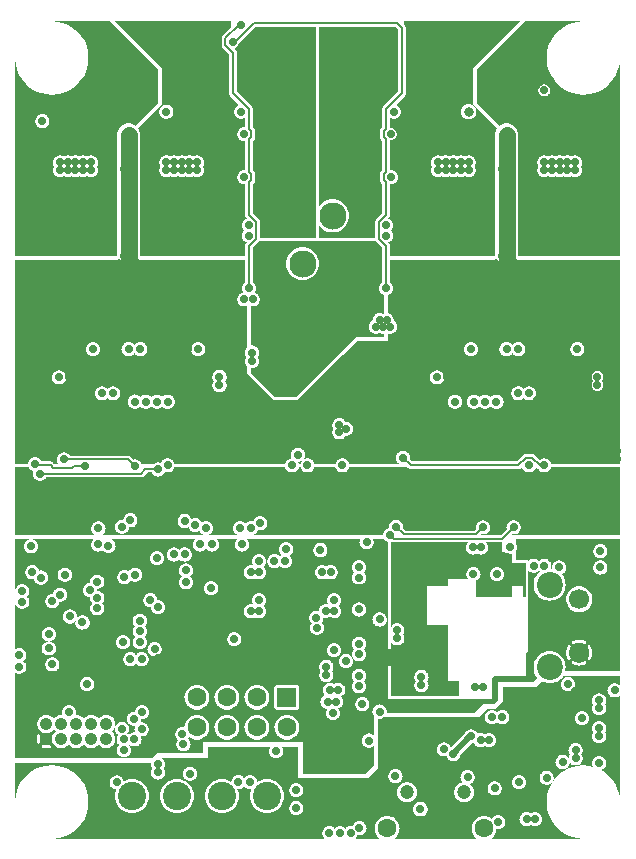
<source format=gbr>
G04 start of page 5 for group 3 idx 3 *
G04 Title: (unknown), power *
G04 Creator: pcb 1.99z *
G04 CreationDate: Mon 27 May 2013 22:28:21 GMT UTC *
G04 For: rbarlow *
G04 Format: Gerber/RS-274X *
G04 PCB-Dimensions (mm): 70.00 90.00 *
G04 PCB-Coordinate-Origin: lower left *
%MOMM*%
%FSLAX43Y43*%
%LNGROUP3*%
%ADD113C,0.650*%
%ADD112C,1.500*%
%ADD111C,1.300*%
%ADD110C,1.000*%
%ADD109C,0.300*%
%ADD108C,0.800*%
%ADD107C,0.700*%
%ADD106C,1.050*%
%ADD105C,1.200*%
%ADD104C,2.400*%
%ADD103C,1.600*%
%ADD102C,2.300*%
%ADD101C,3.200*%
%ADD100C,2.200*%
%ADD99C,1.700*%
%ADD98C,0.150*%
%ADD97C,0.500*%
%ADD96C,1.400*%
%ADD95C,0.002*%
G54D95*G36*
X35850Y79125D02*Y61250D01*
X31125D01*
Y62587D01*
X31126Y62600D01*
X31122Y62651D01*
X31122Y62651D01*
X31110Y62701D01*
X31090Y62748D01*
X31064Y62792D01*
X31031Y62831D01*
X31021Y62839D01*
X30525Y63335D01*
Y65815D01*
X30621Y65911D01*
X30631Y65919D01*
X30664Y65958D01*
X30664Y65958D01*
X30690Y66002D01*
X30710Y66049D01*
X30722Y66099D01*
X30726Y66150D01*
X30725Y66163D01*
Y66637D01*
X30726Y66650D01*
X30722Y66701D01*
X30722Y66701D01*
X30710Y66751D01*
X30690Y66798D01*
X30664Y66842D01*
X30631Y66881D01*
X30621Y66889D01*
X30525Y66985D01*
Y69465D01*
X30621Y69561D01*
X30631Y69569D01*
X30664Y69608D01*
X30664Y69608D01*
X30690Y69652D01*
X30710Y69699D01*
X30722Y69749D01*
X30726Y69800D01*
X30725Y69813D01*
Y70287D01*
X30726Y70300D01*
X30722Y70351D01*
X30722Y70351D01*
X30710Y70401D01*
X30690Y70448D01*
X30664Y70492D01*
X30631Y70531D01*
X30621Y70539D01*
X30525Y70635D01*
Y72137D01*
X30526Y72150D01*
X30522Y72201D01*
X30522Y72201D01*
X30510Y72251D01*
X30490Y72298D01*
X30464Y72342D01*
X30431Y72381D01*
X30421Y72389D01*
X29175Y73635D01*
Y76937D01*
X29176Y76950D01*
X29172Y77001D01*
X29172Y77001D01*
X29160Y77051D01*
X29140Y77098D01*
X29114Y77142D01*
X29114Y77142D01*
X29081Y77181D01*
X29071Y77189D01*
X29000Y77260D01*
Y77372D01*
X29005Y77373D01*
X29078Y77403D01*
X29145Y77444D01*
X29205Y77495D01*
X29256Y77555D01*
X29297Y77622D01*
X29307Y77648D01*
X30785Y79125D01*
X35850D01*
G37*
G36*
X40875Y61250D02*X36150D01*
Y62286D01*
X36277Y62137D01*
X36445Y61994D01*
X36632Y61879D01*
X36836Y61794D01*
X37050Y61743D01*
X37270Y61726D01*
X37490Y61743D01*
X37704Y61794D01*
X37908Y61879D01*
X38095Y61994D01*
X38263Y62137D01*
X38406Y62305D01*
X38521Y62492D01*
X38606Y62696D01*
X38657Y62910D01*
X38670Y63130D01*
X38657Y63350D01*
X38606Y63564D01*
X38521Y63768D01*
X38406Y63955D01*
X38263Y64123D01*
X38095Y64266D01*
X37908Y64381D01*
X37704Y64466D01*
X37490Y64517D01*
X37270Y64534D01*
X37050Y64517D01*
X36836Y64466D01*
X36632Y64381D01*
X36445Y64266D01*
X36277Y64123D01*
X36150Y63974D01*
Y79125D01*
X42615D01*
X42825Y78915D01*
Y73635D01*
X41579Y72389D01*
X41569Y72381D01*
X41536Y72342D01*
X41510Y72298D01*
X41490Y72251D01*
X41478Y72201D01*
X41478Y72201D01*
X41474Y72150D01*
X41475Y72137D01*
Y70635D01*
X41379Y70539D01*
X41369Y70531D01*
X41336Y70492D01*
X41310Y70448D01*
X41290Y70401D01*
X41278Y70351D01*
X41278Y70351D01*
X41274Y70300D01*
X41275Y70287D01*
Y69813D01*
X41274Y69800D01*
X41278Y69749D01*
Y69749D01*
X41290Y69699D01*
X41310Y69652D01*
X41320Y69635D01*
X41336Y69608D01*
X41336Y69608D01*
X41369Y69569D01*
X41379Y69561D01*
X41475Y69465D01*
Y66985D01*
X41379Y66889D01*
X41369Y66881D01*
X41336Y66842D01*
X41310Y66798D01*
X41290Y66751D01*
X41278Y66701D01*
X41278Y66701D01*
X41274Y66650D01*
X41275Y66637D01*
Y66163D01*
X41274Y66150D01*
X41278Y66099D01*
Y66099D01*
X41290Y66049D01*
X41310Y66002D01*
X41320Y65985D01*
X41336Y65958D01*
X41336Y65958D01*
X41369Y65919D01*
X41379Y65911D01*
X41475Y65815D01*
Y63335D01*
X40979Y62839D01*
X40969Y62831D01*
X40936Y62792D01*
X40910Y62748D01*
X40890Y62701D01*
X40878Y62651D01*
X40878Y62651D01*
X40874Y62600D01*
X40875Y62587D01*
Y61250D01*
G37*
G36*
X29875Y59700D02*X24499D01*
Y66398D01*
X24500Y66398D01*
X24594Y66406D01*
X24686Y66428D01*
X24773Y66464D01*
X24825Y66495D01*
X24877Y66464D01*
X24964Y66428D01*
X25056Y66406D01*
X25150Y66398D01*
X25244Y66406D01*
X25336Y66428D01*
X25423Y66464D01*
X25475Y66495D01*
X25527Y66464D01*
X25614Y66428D01*
X25706Y66406D01*
X25800Y66398D01*
X25894Y66406D01*
X25986Y66428D01*
X26073Y66464D01*
X26154Y66513D01*
X26226Y66574D01*
X26287Y66646D01*
X26336Y66727D01*
X26372Y66814D01*
X26394Y66906D01*
X26400Y67000D01*
X26394Y67094D01*
X26372Y67186D01*
X26336Y67273D01*
X26305Y67325D01*
X26336Y67377D01*
X26372Y67464D01*
X26394Y67556D01*
X26400Y67650D01*
X26394Y67744D01*
X26372Y67836D01*
X26336Y67923D01*
X26287Y68004D01*
X26226Y68076D01*
X26154Y68137D01*
X26073Y68186D01*
X25986Y68222D01*
X25894Y68244D01*
X25800Y68252D01*
X25706Y68244D01*
X25614Y68222D01*
X25527Y68186D01*
X25475Y68155D01*
X25423Y68186D01*
X25336Y68222D01*
X25244Y68244D01*
X25150Y68252D01*
X25056Y68244D01*
X24964Y68222D01*
X24877Y68186D01*
X24825Y68155D01*
X24773Y68186D01*
X24686Y68222D01*
X24594Y68244D01*
X24500Y68252D01*
X24499Y68252D01*
Y79600D01*
X28700D01*
Y79110D01*
X27979Y78389D01*
X27969Y78381D01*
X27936Y78342D01*
X27910Y78298D01*
X27890Y78251D01*
X27878Y78201D01*
X27878Y78201D01*
X27874Y78150D01*
X27875Y78137D01*
Y77613D01*
X27874Y77600D01*
X27878Y77549D01*
Y77549D01*
X27890Y77499D01*
X27910Y77452D01*
X27920Y77435D01*
X27936Y77408D01*
X27936Y77408D01*
X27969Y77369D01*
X27979Y77361D01*
X28525Y76815D01*
Y73513D01*
X28524Y73500D01*
X28528Y73449D01*
X28540Y73399D01*
X28560Y73352D01*
X28586Y73308D01*
X28586Y73308D01*
X28619Y73269D01*
X28629Y73261D01*
X29367Y72523D01*
X29364Y72522D01*
X29277Y72486D01*
X29196Y72437D01*
X29124Y72376D01*
X29063Y72304D01*
X29014Y72223D01*
X28978Y72136D01*
X28956Y72044D01*
X28948Y71950D01*
X28956Y71856D01*
X28978Y71764D01*
X29014Y71677D01*
X29063Y71596D01*
X29124Y71524D01*
X29196Y71463D01*
X29277Y71414D01*
X29364Y71378D01*
X29456Y71356D01*
X29550Y71348D01*
X29644Y71356D01*
X29736Y71378D01*
X29823Y71414D01*
X29875Y71445D01*
Y70646D01*
X29800Y70652D01*
X29706Y70644D01*
X29614Y70622D01*
X29527Y70586D01*
X29446Y70537D01*
X29374Y70476D01*
X29313Y70404D01*
X29264Y70323D01*
X29228Y70236D01*
X29206Y70144D01*
X29198Y70050D01*
X29206Y69956D01*
X29228Y69864D01*
X29264Y69777D01*
X29313Y69696D01*
X29374Y69624D01*
X29446Y69563D01*
X29527Y69514D01*
X29614Y69478D01*
X29706Y69456D01*
X29800Y69448D01*
X29875Y69454D01*
Y66996D01*
X29800Y67002D01*
X29706Y66994D01*
X29614Y66972D01*
X29527Y66936D01*
X29446Y66887D01*
X29374Y66826D01*
X29313Y66754D01*
X29264Y66673D01*
X29228Y66586D01*
X29206Y66494D01*
X29198Y66400D01*
X29206Y66306D01*
X29228Y66214D01*
X29264Y66127D01*
X29313Y66046D01*
X29374Y65974D01*
X29446Y65913D01*
X29527Y65864D01*
X29614Y65828D01*
X29706Y65806D01*
X29800Y65798D01*
X29875Y65804D01*
Y63213D01*
X29874Y63200D01*
X29878Y63149D01*
Y63149D01*
X29890Y63099D01*
X29910Y63052D01*
X29920Y63035D01*
X29936Y63008D01*
X29936Y63008D01*
X29969Y62969D01*
X29979Y62961D01*
X30017Y62923D01*
X30014Y62922D01*
X29927Y62886D01*
X29846Y62837D01*
X29774Y62776D01*
X29713Y62704D01*
X29664Y62623D01*
X29628Y62536D01*
X29606Y62444D01*
X29598Y62350D01*
X29606Y62256D01*
X29628Y62164D01*
X29664Y62077D01*
X29713Y61996D01*
X29774Y61924D01*
X29803Y61900D01*
X29774Y61876D01*
X29713Y61804D01*
X29664Y61723D01*
X29628Y61636D01*
X29606Y61544D01*
X29598Y61450D01*
X29606Y61356D01*
X29628Y61264D01*
X29664Y61177D01*
X29713Y61096D01*
X29774Y61024D01*
X29846Y60963D01*
X29927Y60914D01*
X30014Y60878D01*
X30017Y60877D01*
X29979Y60839D01*
X29969Y60831D01*
X29936Y60792D01*
X29910Y60748D01*
X29890Y60701D01*
X29878Y60651D01*
X29878Y60651D01*
X29874Y60600D01*
X29875Y60587D01*
Y59700D01*
G37*
G36*
X23199Y79600D02*X24499D01*
Y68252D01*
X24406Y68244D01*
X24314Y68222D01*
X24227Y68186D01*
X24175Y68155D01*
X24123Y68186D01*
X24036Y68222D01*
X23944Y68244D01*
X23850Y68252D01*
X23756Y68244D01*
X23664Y68222D01*
X23577Y68186D01*
X23525Y68155D01*
X23473Y68186D01*
X23386Y68222D01*
X23294Y68244D01*
X23200Y68252D01*
X23199Y68252D01*
Y71348D01*
X23200Y71348D01*
X23294Y71356D01*
X23386Y71378D01*
X23473Y71414D01*
X23554Y71463D01*
X23626Y71524D01*
X23687Y71596D01*
X23736Y71677D01*
X23772Y71764D01*
X23794Y71856D01*
X23800Y71950D01*
X23794Y72044D01*
X23772Y72136D01*
X23736Y72223D01*
X23687Y72304D01*
X23626Y72376D01*
X23554Y72437D01*
X23473Y72486D01*
X23386Y72522D01*
X23294Y72544D01*
X23200Y72552D01*
X23199Y72552D01*
Y79600D01*
G37*
G36*
X24499Y59700D02*X23199D01*
Y66398D01*
X23200Y66398D01*
X23294Y66406D01*
X23386Y66428D01*
X23473Y66464D01*
X23525Y66495D01*
X23577Y66464D01*
X23664Y66428D01*
X23756Y66406D01*
X23850Y66398D01*
X23944Y66406D01*
X24036Y66428D01*
X24123Y66464D01*
X24175Y66495D01*
X24227Y66464D01*
X24314Y66428D01*
X24406Y66406D01*
X24499Y66398D01*
Y59700D01*
G37*
G36*
X23199D02*X20950D01*
Y70000D01*
X20941Y70149D01*
X20906Y70294D01*
X20849Y70433D01*
X20786Y70536D01*
X22800Y72550D01*
Y75650D01*
X18850Y79600D01*
X23199D01*
Y72552D01*
X23106Y72544D01*
X23014Y72522D01*
X22927Y72486D01*
X22846Y72437D01*
X22774Y72376D01*
X22713Y72304D01*
X22664Y72223D01*
X22628Y72136D01*
X22606Y72044D01*
X22598Y71950D01*
X22606Y71856D01*
X22628Y71764D01*
X22664Y71677D01*
X22713Y71596D01*
X22774Y71524D01*
X22846Y71463D01*
X22927Y71414D01*
X23014Y71378D01*
X23106Y71356D01*
X23199Y71348D01*
Y68252D01*
X23106Y68244D01*
X23014Y68222D01*
X22927Y68186D01*
X22846Y68137D01*
X22774Y68076D01*
X22713Y68004D01*
X22664Y67923D01*
X22628Y67836D01*
X22606Y67744D01*
X22598Y67650D01*
X22606Y67556D01*
X22628Y67464D01*
X22664Y67377D01*
X22695Y67325D01*
X22664Y67273D01*
X22628Y67186D01*
X22606Y67094D01*
X22598Y67000D01*
X22606Y66906D01*
X22628Y66814D01*
X22664Y66727D01*
X22713Y66646D01*
X22774Y66574D01*
X22846Y66513D01*
X22927Y66464D01*
X23014Y66428D01*
X23106Y66406D01*
X23199Y66398D01*
Y59700D01*
G37*
G36*
X59699Y59400D02*X61600D01*
Y42150D01*
X59699D01*
Y48299D01*
X59700Y48298D01*
X59778Y48305D01*
X59855Y48323D01*
X59928Y48353D01*
X59995Y48394D01*
X60055Y48445D01*
X60106Y48505D01*
X60147Y48572D01*
X60177Y48645D01*
X60195Y48722D01*
X60200Y48800D01*
X60195Y48878D01*
X60177Y48955D01*
X60147Y49028D01*
X60106Y49095D01*
X60059Y49150D01*
X60106Y49205D01*
X60147Y49272D01*
X60177Y49345D01*
X60195Y49422D01*
X60200Y49500D01*
X60195Y49578D01*
X60177Y49655D01*
X60147Y49728D01*
X60106Y49795D01*
X60055Y49855D01*
X59995Y49906D01*
X59928Y49947D01*
X59855Y49977D01*
X59778Y49995D01*
X59700Y50002D01*
X59699Y50001D01*
Y59400D01*
G37*
G36*
X57999D02*X59699D01*
Y50001D01*
X59622Y49995D01*
X59545Y49977D01*
X59472Y49947D01*
X59405Y49906D01*
X59345Y49855D01*
X59294Y49795D01*
X59253Y49728D01*
X59223Y49655D01*
X59205Y49578D01*
X59198Y49500D01*
X59205Y49422D01*
X59223Y49345D01*
X59253Y49272D01*
X59294Y49205D01*
X59341Y49150D01*
X59294Y49095D01*
X59253Y49028D01*
X59223Y48955D01*
X59205Y48878D01*
X59198Y48800D01*
X59205Y48722D01*
X59223Y48645D01*
X59253Y48572D01*
X59294Y48505D01*
X59345Y48445D01*
X59405Y48394D01*
X59472Y48353D01*
X59545Y48323D01*
X59622Y48305D01*
X59699Y48299D01*
Y42150D01*
X57999D01*
Y51248D01*
X58000Y51248D01*
X58094Y51256D01*
X58186Y51278D01*
X58273Y51314D01*
X58354Y51363D01*
X58426Y51424D01*
X58487Y51496D01*
X58536Y51577D01*
X58572Y51664D01*
X58594Y51756D01*
X58600Y51850D01*
X58594Y51944D01*
X58572Y52036D01*
X58536Y52123D01*
X58487Y52204D01*
X58426Y52276D01*
X58354Y52337D01*
X58273Y52386D01*
X58186Y52422D01*
X58094Y52444D01*
X58000Y52452D01*
X57999Y52452D01*
Y59400D01*
G37*
G36*
X52499Y55892D02*X52560Y55929D01*
X52674Y56026D01*
X52771Y56140D01*
X52849Y56267D01*
X52906Y56406D01*
X52941Y56551D01*
X52950Y56700D01*
Y59400D01*
X57999D01*
Y52452D01*
X57906Y52444D01*
X57814Y52422D01*
X57727Y52386D01*
X57646Y52337D01*
X57574Y52276D01*
X57513Y52204D01*
X57464Y52123D01*
X57428Y52036D01*
X57406Y51944D01*
X57398Y51850D01*
X57406Y51756D01*
X57428Y51664D01*
X57464Y51577D01*
X57513Y51496D01*
X57574Y51424D01*
X57646Y51363D01*
X57727Y51314D01*
X57814Y51278D01*
X57906Y51256D01*
X57999Y51248D01*
Y42150D01*
X55781D01*
X55772Y42186D01*
X55736Y42273D01*
X55687Y42354D01*
X55626Y42426D01*
X55554Y42487D01*
X55473Y42536D01*
X55386Y42572D01*
X55294Y42594D01*
X55200Y42602D01*
X55106Y42594D01*
X55014Y42572D01*
X54927Y42536D01*
X54846Y42487D01*
X54807Y42453D01*
X54389Y42871D01*
X54381Y42881D01*
X54342Y42914D01*
X54298Y42940D01*
X54251Y42960D01*
X54201Y42972D01*
X54201Y42972D01*
X54150Y42976D01*
X54137Y42975D01*
X53663D01*
X53650Y42976D01*
X53599Y42972D01*
X53549Y42960D01*
X53502Y42940D01*
X53458Y42914D01*
X53458Y42914D01*
X53419Y42881D01*
X53411Y42871D01*
X52865Y42325D01*
X52499D01*
Y47769D01*
X52513Y47746D01*
X52574Y47674D01*
X52646Y47613D01*
X52727Y47564D01*
X52814Y47528D01*
X52906Y47506D01*
X53000Y47498D01*
X53094Y47506D01*
X53186Y47528D01*
X53273Y47564D01*
X53354Y47613D01*
X53426Y47674D01*
X53450Y47703D01*
X53474Y47674D01*
X53546Y47613D01*
X53627Y47564D01*
X53714Y47528D01*
X53806Y47506D01*
X53900Y47498D01*
X53994Y47506D01*
X54086Y47528D01*
X54173Y47564D01*
X54254Y47613D01*
X54326Y47674D01*
X54387Y47746D01*
X54436Y47827D01*
X54472Y47914D01*
X54494Y48006D01*
X54500Y48100D01*
X54494Y48194D01*
X54472Y48286D01*
X54436Y48373D01*
X54387Y48454D01*
X54326Y48526D01*
X54254Y48587D01*
X54173Y48636D01*
X54086Y48672D01*
X53994Y48694D01*
X53900Y48702D01*
X53806Y48694D01*
X53714Y48672D01*
X53627Y48636D01*
X53546Y48587D01*
X53474Y48526D01*
X53450Y48497D01*
X53426Y48526D01*
X53354Y48587D01*
X53273Y48636D01*
X53186Y48672D01*
X53094Y48694D01*
X53000Y48702D01*
X52906Y48694D01*
X52814Y48672D01*
X52727Y48636D01*
X52646Y48587D01*
X52574Y48526D01*
X52513Y48454D01*
X52499Y48431D01*
Y51516D01*
X52500Y51518D01*
X52513Y51496D01*
X52574Y51424D01*
X52646Y51363D01*
X52727Y51314D01*
X52814Y51278D01*
X52906Y51256D01*
X53000Y51248D01*
X53094Y51256D01*
X53186Y51278D01*
X53273Y51314D01*
X53354Y51363D01*
X53426Y51424D01*
X53487Y51496D01*
X53536Y51577D01*
X53572Y51664D01*
X53594Y51756D01*
X53600Y51850D01*
X53594Y51944D01*
X53572Y52036D01*
X53536Y52123D01*
X53487Y52204D01*
X53426Y52276D01*
X53354Y52337D01*
X53273Y52386D01*
X53186Y52422D01*
X53094Y52444D01*
X53000Y52452D01*
X52906Y52444D01*
X52814Y52422D01*
X52727Y52386D01*
X52646Y52337D01*
X52574Y52276D01*
X52513Y52204D01*
X52500Y52182D01*
X52499Y52184D01*
Y55892D01*
G37*
G36*
X48999Y59400D02*X51050D01*
Y56700D01*
X51059Y56551D01*
X51094Y56406D01*
X51151Y56267D01*
X51229Y56140D01*
X51326Y56026D01*
X51440Y55929D01*
X51567Y55851D01*
X51706Y55794D01*
X51851Y55759D01*
X52000Y55747D01*
X52149Y55759D01*
X52294Y55794D01*
X52433Y55851D01*
X52499Y55892D01*
Y52184D01*
X52487Y52204D01*
X52426Y52276D01*
X52354Y52337D01*
X52273Y52386D01*
X52186Y52422D01*
X52094Y52444D01*
X52000Y52452D01*
X51906Y52444D01*
X51814Y52422D01*
X51727Y52386D01*
X51646Y52337D01*
X51574Y52276D01*
X51513Y52204D01*
X51464Y52123D01*
X51428Y52036D01*
X51406Y51944D01*
X51398Y51850D01*
X51406Y51756D01*
X51428Y51664D01*
X51464Y51577D01*
X51513Y51496D01*
X51574Y51424D01*
X51646Y51363D01*
X51727Y51314D01*
X51814Y51278D01*
X51906Y51256D01*
X52000Y51248D01*
X52094Y51256D01*
X52186Y51278D01*
X52273Y51314D01*
X52354Y51363D01*
X52426Y51424D01*
X52487Y51496D01*
X52499Y51516D01*
Y48431D01*
X52464Y48373D01*
X52428Y48286D01*
X52406Y48194D01*
X52398Y48100D01*
X52406Y48006D01*
X52428Y47914D01*
X52464Y47827D01*
X52499Y47769D01*
Y42325D01*
X48999D01*
Y46855D01*
X49064Y46828D01*
X49156Y46806D01*
X49250Y46798D01*
X49344Y46806D01*
X49436Y46828D01*
X49523Y46864D01*
X49604Y46913D01*
X49676Y46974D01*
X49725Y47032D01*
X49774Y46974D01*
X49846Y46913D01*
X49927Y46864D01*
X50014Y46828D01*
X50106Y46806D01*
X50200Y46798D01*
X50294Y46806D01*
X50386Y46828D01*
X50473Y46864D01*
X50554Y46913D01*
X50626Y46974D01*
X50675Y47032D01*
X50724Y46974D01*
X50796Y46913D01*
X50877Y46864D01*
X50964Y46828D01*
X51056Y46806D01*
X51150Y46798D01*
X51244Y46806D01*
X51336Y46828D01*
X51423Y46864D01*
X51504Y46913D01*
X51576Y46974D01*
X51637Y47046D01*
X51686Y47127D01*
X51722Y47214D01*
X51744Y47306D01*
X51750Y47400D01*
X51744Y47494D01*
X51722Y47586D01*
X51686Y47673D01*
X51637Y47754D01*
X51576Y47826D01*
X51504Y47887D01*
X51423Y47936D01*
X51336Y47972D01*
X51244Y47994D01*
X51150Y48002D01*
X51056Y47994D01*
X50964Y47972D01*
X50877Y47936D01*
X50796Y47887D01*
X50724Y47826D01*
X50675Y47768D01*
X50626Y47826D01*
X50554Y47887D01*
X50473Y47936D01*
X50386Y47972D01*
X50294Y47994D01*
X50200Y48002D01*
X50106Y47994D01*
X50014Y47972D01*
X49927Y47936D01*
X49846Y47887D01*
X49774Y47826D01*
X49725Y47768D01*
X49676Y47826D01*
X49604Y47887D01*
X49523Y47936D01*
X49436Y47972D01*
X49344Y47994D01*
X49250Y48002D01*
X49156Y47994D01*
X49064Y47972D01*
X48999Y47945D01*
Y51248D01*
X49000Y51248D01*
X49094Y51256D01*
X49186Y51278D01*
X49273Y51314D01*
X49354Y51363D01*
X49426Y51424D01*
X49487Y51496D01*
X49536Y51577D01*
X49572Y51664D01*
X49594Y51756D01*
X49600Y51850D01*
X49594Y51944D01*
X49572Y52036D01*
X49536Y52123D01*
X49487Y52204D01*
X49426Y52276D01*
X49354Y52337D01*
X49273Y52386D01*
X49186Y52422D01*
X49094Y52444D01*
X49000Y52452D01*
X48999Y52452D01*
Y59400D01*
G37*
G36*
X47649D02*X48999D01*
Y52452D01*
X48906Y52444D01*
X48814Y52422D01*
X48727Y52386D01*
X48646Y52337D01*
X48574Y52276D01*
X48513Y52204D01*
X48464Y52123D01*
X48428Y52036D01*
X48406Y51944D01*
X48398Y51850D01*
X48406Y51756D01*
X48428Y51664D01*
X48464Y51577D01*
X48513Y51496D01*
X48574Y51424D01*
X48646Y51363D01*
X48727Y51314D01*
X48814Y51278D01*
X48906Y51256D01*
X48999Y51248D01*
Y47945D01*
X48977Y47936D01*
X48896Y47887D01*
X48824Y47826D01*
X48763Y47754D01*
X48714Y47673D01*
X48678Y47586D01*
X48656Y47494D01*
X48648Y47400D01*
X48656Y47306D01*
X48678Y47214D01*
X48714Y47127D01*
X48763Y47046D01*
X48824Y46974D01*
X48896Y46913D01*
X48977Y46864D01*
X48999Y46855D01*
Y42325D01*
X47649D01*
Y46798D01*
X47650Y46798D01*
X47744Y46806D01*
X47836Y46828D01*
X47923Y46864D01*
X48004Y46913D01*
X48076Y46974D01*
X48137Y47046D01*
X48186Y47127D01*
X48222Y47214D01*
X48244Y47306D01*
X48250Y47400D01*
X48244Y47494D01*
X48222Y47586D01*
X48186Y47673D01*
X48137Y47754D01*
X48076Y47826D01*
X48004Y47887D01*
X47923Y47936D01*
X47836Y47972D01*
X47744Y47994D01*
X47650Y48002D01*
X47649Y48002D01*
Y59400D01*
G37*
G36*
X46099D02*X47649D01*
Y48002D01*
X47556Y47994D01*
X47464Y47972D01*
X47377Y47936D01*
X47296Y47887D01*
X47224Y47826D01*
X47163Y47754D01*
X47114Y47673D01*
X47078Y47586D01*
X47056Y47494D01*
X47048Y47400D01*
X47056Y47306D01*
X47078Y47214D01*
X47114Y47127D01*
X47163Y47046D01*
X47224Y46974D01*
X47296Y46913D01*
X47377Y46864D01*
X47464Y46828D01*
X47556Y46806D01*
X47649Y46798D01*
Y42325D01*
X46099D01*
Y48848D01*
X46100Y48848D01*
X46194Y48856D01*
X46286Y48878D01*
X46373Y48914D01*
X46454Y48963D01*
X46526Y49024D01*
X46587Y49096D01*
X46636Y49177D01*
X46672Y49264D01*
X46694Y49356D01*
X46700Y49450D01*
X46694Y49544D01*
X46672Y49636D01*
X46636Y49723D01*
X46587Y49804D01*
X46526Y49876D01*
X46454Y49937D01*
X46373Y49986D01*
X46286Y50022D01*
X46194Y50044D01*
X46100Y50052D01*
X46099Y50052D01*
Y59400D01*
G37*
G36*
X38124Y51324D02*X39350Y52550D01*
X41950D01*
Y53183D01*
X41964Y53178D01*
X42056Y53156D01*
X42150Y53148D01*
X42244Y53156D01*
X42336Y53178D01*
X42423Y53214D01*
X42504Y53263D01*
X42576Y53324D01*
X42637Y53396D01*
X42686Y53477D01*
X42722Y53564D01*
X42744Y53656D01*
X42750Y53750D01*
X42744Y53844D01*
X42722Y53936D01*
X42686Y54023D01*
X42637Y54104D01*
X42576Y54176D01*
X42504Y54237D01*
X42448Y54271D01*
X42450Y54300D01*
X42444Y54394D01*
X42422Y54486D01*
X42386Y54573D01*
X42337Y54654D01*
X42276Y54726D01*
X42204Y54787D01*
X42123Y54836D01*
X42036Y54872D01*
X41950Y54893D01*
Y56419D01*
X41986Y56428D01*
X42073Y56464D01*
X42154Y56513D01*
X42226Y56574D01*
X42287Y56646D01*
X42336Y56727D01*
X42372Y56814D01*
X42394Y56906D01*
X42400Y57000D01*
X42394Y57094D01*
X42372Y57186D01*
X42336Y57273D01*
X42287Y57354D01*
X42226Y57426D01*
X42154Y57487D01*
X42125Y57505D01*
Y59400D01*
X46099D01*
Y50052D01*
X46006Y50044D01*
X45914Y50022D01*
X45827Y49986D01*
X45746Y49937D01*
X45674Y49876D01*
X45613Y49804D01*
X45564Y49723D01*
X45528Y49636D01*
X45506Y49544D01*
X45498Y49450D01*
X45506Y49356D01*
X45528Y49264D01*
X45564Y49177D01*
X45613Y49096D01*
X45674Y49024D01*
X45746Y48963D01*
X45827Y48914D01*
X45914Y48878D01*
X46006Y48856D01*
X46099Y48848D01*
Y42325D01*
X44035D01*
X43837Y42523D01*
X43844Y42556D01*
X43850Y42650D01*
X43844Y42744D01*
X43822Y42836D01*
X43786Y42923D01*
X43737Y43004D01*
X43676Y43076D01*
X43604Y43137D01*
X43523Y43186D01*
X43436Y43222D01*
X43344Y43244D01*
X43250Y43252D01*
X43156Y43244D01*
X43064Y43222D01*
X42977Y43186D01*
X42896Y43137D01*
X42824Y43076D01*
X42763Y43004D01*
X42714Y42923D01*
X42678Y42836D01*
X42656Y42744D01*
X42648Y42650D01*
X42656Y42556D01*
X42678Y42464D01*
X42714Y42377D01*
X42763Y42296D01*
X42824Y42224D01*
X42896Y42163D01*
X42918Y42150D01*
X38681D01*
X38672Y42186D01*
X38636Y42273D01*
X38587Y42354D01*
X38526Y42426D01*
X38454Y42487D01*
X38373Y42536D01*
X38286Y42572D01*
X38194Y42594D01*
X38124Y42600D01*
Y44264D01*
X38204Y44313D01*
X38276Y44374D01*
X38337Y44446D01*
X38370Y44500D01*
X38400Y44498D01*
X38494Y44506D01*
X38586Y44528D01*
X38673Y44564D01*
X38754Y44613D01*
X38826Y44674D01*
X38887Y44746D01*
X38936Y44827D01*
X38972Y44914D01*
X38994Y45006D01*
X39000Y45100D01*
X38994Y45194D01*
X38972Y45286D01*
X38936Y45373D01*
X38887Y45454D01*
X38826Y45526D01*
X38754Y45587D01*
X38673Y45636D01*
X38586Y45672D01*
X38494Y45694D01*
X38400Y45702D01*
X38370Y45700D01*
X38337Y45754D01*
X38276Y45826D01*
X38204Y45887D01*
X38124Y45936D01*
Y51324D01*
G37*
G36*
X27699Y59400D02*X29875D01*
Y57505D01*
X29846Y57487D01*
X29774Y57426D01*
X29713Y57354D01*
X29664Y57273D01*
X29628Y57186D01*
X29606Y57094D01*
X29598Y57000D01*
X29606Y56906D01*
X29628Y56814D01*
X29664Y56727D01*
X29713Y56646D01*
X29714Y56645D01*
X29706Y56644D01*
X29614Y56622D01*
X29527Y56586D01*
X29446Y56537D01*
X29374Y56476D01*
X29313Y56404D01*
X29264Y56323D01*
X29228Y56236D01*
X29206Y56144D01*
X29198Y56050D01*
X29206Y55956D01*
X29228Y55864D01*
X29264Y55777D01*
X29313Y55696D01*
X29374Y55624D01*
X29446Y55563D01*
X29527Y55514D01*
X29614Y55478D01*
X29706Y55456D01*
X29800Y55448D01*
X29894Y55456D01*
X29986Y55478D01*
X30050Y55504D01*
Y51997D01*
X30024Y51976D01*
X29963Y51904D01*
X29914Y51823D01*
X29878Y51736D01*
X29856Y51644D01*
X29848Y51550D01*
X29856Y51456D01*
X29878Y51364D01*
X29914Y51277D01*
X29961Y51200D01*
X29914Y51123D01*
X29878Y51036D01*
X29856Y50944D01*
X29848Y50850D01*
X29856Y50756D01*
X29878Y50664D01*
X29914Y50577D01*
X29963Y50496D01*
X30024Y50424D01*
X30050Y50403D01*
Y49750D01*
X32300Y47500D01*
X34300D01*
X38124Y51324D01*
Y45936D01*
X38123Y45936D01*
X38036Y45972D01*
X37944Y45994D01*
X37850Y46002D01*
X37756Y45994D01*
X37664Y45972D01*
X37577Y45936D01*
X37496Y45887D01*
X37424Y45826D01*
X37363Y45754D01*
X37314Y45673D01*
X37278Y45586D01*
X37256Y45494D01*
X37248Y45400D01*
X37256Y45306D01*
X37278Y45214D01*
X37314Y45127D01*
X37330Y45100D01*
X37314Y45073D01*
X37278Y44986D01*
X37256Y44894D01*
X37248Y44800D01*
X37256Y44706D01*
X37278Y44614D01*
X37314Y44527D01*
X37363Y44446D01*
X37424Y44374D01*
X37496Y44313D01*
X37577Y44264D01*
X37664Y44228D01*
X37756Y44206D01*
X37850Y44198D01*
X37944Y44206D01*
X38036Y44228D01*
X38123Y44264D01*
X38124Y44264D01*
Y42600D01*
X38100Y42602D01*
X38006Y42594D01*
X37914Y42572D01*
X37827Y42536D01*
X37746Y42487D01*
X37674Y42426D01*
X37613Y42354D01*
X37564Y42273D01*
X37528Y42186D01*
X37519Y42150D01*
X35731D01*
X35722Y42186D01*
X35686Y42273D01*
X35637Y42354D01*
X35576Y42426D01*
X35504Y42487D01*
X35423Y42536D01*
X35336Y42572D01*
X35244Y42594D01*
X35150Y42602D01*
X35056Y42594D01*
X34964Y42572D01*
X34877Y42536D01*
X34796Y42487D01*
X34724Y42426D01*
X34663Y42354D01*
X34614Y42273D01*
X34578Y42186D01*
X34569Y42150D01*
X34431D01*
X34422Y42186D01*
X34386Y42273D01*
X34370Y42300D01*
X34444Y42306D01*
X34536Y42328D01*
X34623Y42364D01*
X34704Y42413D01*
X34776Y42474D01*
X34837Y42546D01*
X34886Y42627D01*
X34922Y42714D01*
X34944Y42806D01*
X34950Y42900D01*
X34944Y42994D01*
X34922Y43086D01*
X34886Y43173D01*
X34837Y43254D01*
X34776Y43326D01*
X34704Y43387D01*
X34623Y43436D01*
X34536Y43472D01*
X34444Y43494D01*
X34350Y43502D01*
X34256Y43494D01*
X34164Y43472D01*
X34077Y43436D01*
X33996Y43387D01*
X33924Y43326D01*
X33863Y43254D01*
X33814Y43173D01*
X33778Y43086D01*
X33756Y42994D01*
X33748Y42900D01*
X33756Y42806D01*
X33778Y42714D01*
X33814Y42627D01*
X33830Y42600D01*
X33756Y42594D01*
X33664Y42572D01*
X33577Y42536D01*
X33496Y42487D01*
X33424Y42426D01*
X33363Y42354D01*
X33314Y42273D01*
X33278Y42186D01*
X33269Y42150D01*
X27699D01*
Y48198D01*
X27700Y48198D01*
X27794Y48206D01*
X27886Y48228D01*
X27973Y48264D01*
X28054Y48313D01*
X28126Y48374D01*
X28187Y48446D01*
X28236Y48527D01*
X28272Y48614D01*
X28294Y48706D01*
X28300Y48800D01*
X28294Y48894D01*
X28272Y48986D01*
X28236Y49073D01*
X28189Y49150D01*
X28236Y49227D01*
X28272Y49314D01*
X28294Y49406D01*
X28300Y49500D01*
X28294Y49594D01*
X28272Y49686D01*
X28236Y49773D01*
X28187Y49854D01*
X28126Y49926D01*
X28054Y49987D01*
X27973Y50036D01*
X27886Y50072D01*
X27794Y50094D01*
X27700Y50102D01*
X27699Y50102D01*
Y59400D01*
G37*
G36*
X25899D02*X27699D01*
Y50102D01*
X27606Y50094D01*
X27514Y50072D01*
X27427Y50036D01*
X27346Y49987D01*
X27274Y49926D01*
X27213Y49854D01*
X27164Y49773D01*
X27128Y49686D01*
X27106Y49594D01*
X27098Y49500D01*
X27106Y49406D01*
X27128Y49314D01*
X27164Y49227D01*
X27211Y49150D01*
X27164Y49073D01*
X27128Y48986D01*
X27106Y48894D01*
X27098Y48800D01*
X27106Y48706D01*
X27128Y48614D01*
X27164Y48527D01*
X27213Y48446D01*
X27274Y48374D01*
X27346Y48313D01*
X27427Y48264D01*
X27514Y48228D01*
X27606Y48206D01*
X27699Y48198D01*
Y42150D01*
X25899D01*
Y51248D01*
X25900Y51248D01*
X25994Y51256D01*
X26086Y51278D01*
X26173Y51314D01*
X26254Y51363D01*
X26326Y51424D01*
X26387Y51496D01*
X26436Y51577D01*
X26472Y51664D01*
X26494Y51756D01*
X26500Y51850D01*
X26494Y51944D01*
X26472Y52036D01*
X26436Y52123D01*
X26387Y52204D01*
X26326Y52276D01*
X26254Y52337D01*
X26173Y52386D01*
X26086Y52422D01*
X25994Y52444D01*
X25900Y52452D01*
X25899Y52452D01*
Y59400D01*
G37*
G36*
X20499Y55892D02*X20560Y55929D01*
X20674Y56026D01*
X20771Y56140D01*
X20849Y56267D01*
X20906Y56406D01*
X20941Y56551D01*
X20950Y56700D01*
Y59400D01*
X25899D01*
Y52452D01*
X25806Y52444D01*
X25714Y52422D01*
X25627Y52386D01*
X25546Y52337D01*
X25474Y52276D01*
X25413Y52204D01*
X25364Y52123D01*
X25328Y52036D01*
X25306Y51944D01*
X25298Y51850D01*
X25306Y51756D01*
X25328Y51664D01*
X25364Y51577D01*
X25413Y51496D01*
X25474Y51424D01*
X25546Y51363D01*
X25627Y51314D01*
X25714Y51278D01*
X25806Y51256D01*
X25899Y51248D01*
Y42150D01*
X23881D01*
X23872Y42186D01*
X23836Y42273D01*
X23787Y42354D01*
X23726Y42426D01*
X23654Y42487D01*
X23573Y42536D01*
X23486Y42572D01*
X23394Y42594D01*
X23300Y42602D01*
X23206Y42594D01*
X23114Y42572D01*
X23027Y42536D01*
X22946Y42487D01*
X22874Y42426D01*
X22813Y42354D01*
X22764Y42273D01*
X22734Y42202D01*
X22686Y42222D01*
X22594Y42244D01*
X22500Y42252D01*
X22406Y42244D01*
X22314Y42222D01*
X22227Y42186D01*
X22168Y42150D01*
X21096D01*
X21086Y42173D01*
X21037Y42254D01*
X20976Y42326D01*
X20904Y42387D01*
X20823Y42436D01*
X20736Y42472D01*
X20644Y42494D01*
X20550Y42502D01*
X20499Y42498D01*
Y46802D01*
X20550Y46798D01*
X20644Y46806D01*
X20736Y46828D01*
X20823Y46864D01*
X20904Y46913D01*
X20976Y46974D01*
X21000Y47003D01*
X21024Y46974D01*
X21096Y46913D01*
X21177Y46864D01*
X21264Y46828D01*
X21356Y46806D01*
X21450Y46798D01*
X21544Y46806D01*
X21636Y46828D01*
X21723Y46864D01*
X21804Y46913D01*
X21876Y46974D01*
X21925Y47032D01*
X21974Y46974D01*
X22046Y46913D01*
X22127Y46864D01*
X22214Y46828D01*
X22306Y46806D01*
X22400Y46798D01*
X22494Y46806D01*
X22586Y46828D01*
X22673Y46864D01*
X22754Y46913D01*
X22826Y46974D01*
X22850Y47003D01*
X22874Y46974D01*
X22946Y46913D01*
X23027Y46864D01*
X23114Y46828D01*
X23206Y46806D01*
X23300Y46798D01*
X23394Y46806D01*
X23486Y46828D01*
X23573Y46864D01*
X23654Y46913D01*
X23726Y46974D01*
X23787Y47046D01*
X23836Y47127D01*
X23872Y47214D01*
X23894Y47306D01*
X23900Y47400D01*
X23894Y47494D01*
X23872Y47586D01*
X23836Y47673D01*
X23787Y47754D01*
X23726Y47826D01*
X23654Y47887D01*
X23573Y47936D01*
X23486Y47972D01*
X23394Y47994D01*
X23300Y48002D01*
X23206Y47994D01*
X23114Y47972D01*
X23027Y47936D01*
X22946Y47887D01*
X22874Y47826D01*
X22850Y47797D01*
X22826Y47826D01*
X22754Y47887D01*
X22673Y47936D01*
X22586Y47972D01*
X22494Y47994D01*
X22400Y48002D01*
X22306Y47994D01*
X22214Y47972D01*
X22127Y47936D01*
X22046Y47887D01*
X21974Y47826D01*
X21925Y47768D01*
X21876Y47826D01*
X21804Y47887D01*
X21723Y47936D01*
X21636Y47972D01*
X21544Y47994D01*
X21450Y48002D01*
X21356Y47994D01*
X21264Y47972D01*
X21177Y47936D01*
X21096Y47887D01*
X21024Y47826D01*
X21000Y47797D01*
X20976Y47826D01*
X20904Y47887D01*
X20823Y47936D01*
X20736Y47972D01*
X20644Y47994D01*
X20550Y48002D01*
X20499Y47998D01*
Y51516D01*
X20500Y51518D01*
X20513Y51496D01*
X20574Y51424D01*
X20646Y51363D01*
X20727Y51314D01*
X20814Y51278D01*
X20906Y51256D01*
X21000Y51248D01*
X21094Y51256D01*
X21186Y51278D01*
X21273Y51314D01*
X21354Y51363D01*
X21426Y51424D01*
X21487Y51496D01*
X21536Y51577D01*
X21572Y51664D01*
X21594Y51756D01*
X21600Y51850D01*
X21594Y51944D01*
X21572Y52036D01*
X21536Y52123D01*
X21487Y52204D01*
X21426Y52276D01*
X21354Y52337D01*
X21273Y52386D01*
X21186Y52422D01*
X21094Y52444D01*
X21000Y52452D01*
X20906Y52444D01*
X20814Y52422D01*
X20727Y52386D01*
X20646Y52337D01*
X20574Y52276D01*
X20513Y52204D01*
X20500Y52182D01*
X20499Y52184D01*
Y55892D01*
G37*
G36*
X18224Y59400D02*X19050D01*
Y56700D01*
X19059Y56551D01*
X19094Y56406D01*
X19151Y56267D01*
X19229Y56140D01*
X19326Y56026D01*
X19440Y55929D01*
X19567Y55851D01*
X19706Y55794D01*
X19851Y55759D01*
X20000Y55747D01*
X20149Y55759D01*
X20294Y55794D01*
X20433Y55851D01*
X20499Y55892D01*
Y52184D01*
X20487Y52204D01*
X20426Y52276D01*
X20354Y52337D01*
X20273Y52386D01*
X20186Y52422D01*
X20094Y52444D01*
X20000Y52452D01*
X19906Y52444D01*
X19814Y52422D01*
X19727Y52386D01*
X19646Y52337D01*
X19574Y52276D01*
X19513Y52204D01*
X19464Y52123D01*
X19428Y52036D01*
X19406Y51944D01*
X19398Y51850D01*
X19406Y51756D01*
X19428Y51664D01*
X19464Y51577D01*
X19513Y51496D01*
X19574Y51424D01*
X19646Y51363D01*
X19727Y51314D01*
X19814Y51278D01*
X19906Y51256D01*
X20000Y51248D01*
X20094Y51256D01*
X20186Y51278D01*
X20273Y51314D01*
X20354Y51363D01*
X20426Y51424D01*
X20487Y51496D01*
X20499Y51516D01*
Y47998D01*
X20456Y47994D01*
X20364Y47972D01*
X20277Y47936D01*
X20196Y47887D01*
X20124Y47826D01*
X20063Y47754D01*
X20014Y47673D01*
X19978Y47586D01*
X19956Y47494D01*
X19948Y47400D01*
X19956Y47306D01*
X19978Y47214D01*
X20014Y47127D01*
X20063Y47046D01*
X20124Y46974D01*
X20196Y46913D01*
X20277Y46864D01*
X20364Y46828D01*
X20456Y46806D01*
X20499Y46802D01*
Y42498D01*
X20456Y42494D01*
X20423Y42487D01*
X20189Y42721D01*
X20181Y42731D01*
X20142Y42764D01*
X20142Y42764D01*
X20098Y42790D01*
X20051Y42810D01*
X20001Y42822D01*
X20001Y42822D01*
X19950Y42826D01*
X19937Y42825D01*
X18224D01*
Y47731D01*
X18225Y47732D01*
X18274Y47674D01*
X18346Y47613D01*
X18427Y47564D01*
X18514Y47528D01*
X18606Y47506D01*
X18700Y47498D01*
X18794Y47506D01*
X18886Y47528D01*
X18973Y47564D01*
X19054Y47613D01*
X19126Y47674D01*
X19187Y47746D01*
X19236Y47827D01*
X19272Y47914D01*
X19294Y48006D01*
X19300Y48100D01*
X19294Y48194D01*
X19272Y48286D01*
X19236Y48373D01*
X19187Y48454D01*
X19126Y48526D01*
X19054Y48587D01*
X18973Y48636D01*
X18886Y48672D01*
X18794Y48694D01*
X18700Y48702D01*
X18606Y48694D01*
X18514Y48672D01*
X18427Y48636D01*
X18346Y48587D01*
X18274Y48526D01*
X18225Y48468D01*
X18224Y48469D01*
Y59400D01*
G37*
G36*
X16999D02*X18224D01*
Y48469D01*
X18176Y48526D01*
X18104Y48587D01*
X18023Y48636D01*
X17936Y48672D01*
X17844Y48694D01*
X17750Y48702D01*
X17656Y48694D01*
X17564Y48672D01*
X17477Y48636D01*
X17396Y48587D01*
X17324Y48526D01*
X17263Y48454D01*
X17214Y48373D01*
X17178Y48286D01*
X17156Y48194D01*
X17148Y48100D01*
X17156Y48006D01*
X17178Y47914D01*
X17214Y47827D01*
X17263Y47746D01*
X17324Y47674D01*
X17396Y47613D01*
X17477Y47564D01*
X17564Y47528D01*
X17656Y47506D01*
X17750Y47498D01*
X17844Y47506D01*
X17936Y47528D01*
X18023Y47564D01*
X18104Y47613D01*
X18176Y47674D01*
X18224Y47731D01*
Y42825D01*
X16999D01*
Y51248D01*
X17000Y51248D01*
X17094Y51256D01*
X17186Y51278D01*
X17273Y51314D01*
X17354Y51363D01*
X17426Y51424D01*
X17487Y51496D01*
X17536Y51577D01*
X17572Y51664D01*
X17594Y51756D01*
X17600Y51850D01*
X17594Y51944D01*
X17572Y52036D01*
X17536Y52123D01*
X17487Y52204D01*
X17426Y52276D01*
X17354Y52337D01*
X17273Y52386D01*
X17186Y52422D01*
X17094Y52444D01*
X17000Y52452D01*
X16999Y52452D01*
Y59400D01*
G37*
G36*
X14099D02*X16999D01*
Y52452D01*
X16906Y52444D01*
X16814Y52422D01*
X16727Y52386D01*
X16646Y52337D01*
X16574Y52276D01*
X16513Y52204D01*
X16464Y52123D01*
X16428Y52036D01*
X16406Y51944D01*
X16398Y51850D01*
X16406Y51756D01*
X16428Y51664D01*
X16464Y51577D01*
X16513Y51496D01*
X16574Y51424D01*
X16646Y51363D01*
X16727Y51314D01*
X16814Y51278D01*
X16906Y51256D01*
X16999Y51248D01*
Y42825D01*
X15055D01*
X15037Y42854D01*
X14976Y42926D01*
X14904Y42987D01*
X14823Y43036D01*
X14736Y43072D01*
X14644Y43094D01*
X14550Y43102D01*
X14456Y43094D01*
X14364Y43072D01*
X14277Y43036D01*
X14196Y42987D01*
X14124Y42926D01*
X14099Y42896D01*
Y48848D01*
X14100Y48848D01*
X14194Y48856D01*
X14286Y48878D01*
X14373Y48914D01*
X14454Y48963D01*
X14526Y49024D01*
X14587Y49096D01*
X14636Y49177D01*
X14672Y49264D01*
X14694Y49356D01*
X14700Y49450D01*
X14694Y49544D01*
X14672Y49636D01*
X14636Y49723D01*
X14587Y49804D01*
X14526Y49876D01*
X14454Y49937D01*
X14373Y49986D01*
X14286Y50022D01*
X14194Y50044D01*
X14100Y50052D01*
X14099Y50052D01*
Y59400D01*
G37*
G36*
X10400D02*X14099D01*
Y50052D01*
X14006Y50044D01*
X13914Y50022D01*
X13827Y49986D01*
X13746Y49937D01*
X13674Y49876D01*
X13613Y49804D01*
X13564Y49723D01*
X13528Y49636D01*
X13506Y49544D01*
X13498Y49450D01*
X13506Y49356D01*
X13528Y49264D01*
X13564Y49177D01*
X13613Y49096D01*
X13674Y49024D01*
X13746Y48963D01*
X13827Y48914D01*
X13914Y48878D01*
X14006Y48856D01*
X14099Y48848D01*
Y42896D01*
X14063Y42854D01*
X14014Y42773D01*
X13978Y42686D01*
X13956Y42594D01*
X13948Y42500D01*
X13956Y42406D01*
X13978Y42314D01*
X14014Y42227D01*
X14061Y42150D01*
X13710D01*
X13639Y42221D01*
X13631Y42231D01*
X13592Y42264D01*
X13548Y42291D01*
X13501Y42310D01*
X13451Y42322D01*
X13451Y42322D01*
X13400Y42326D01*
X13387Y42325D01*
X12656D01*
X12636Y42373D01*
X12587Y42454D01*
X12526Y42526D01*
X12454Y42587D01*
X12373Y42636D01*
X12286Y42672D01*
X12194Y42694D01*
X12100Y42702D01*
X12006Y42694D01*
X11914Y42672D01*
X11827Y42636D01*
X11746Y42587D01*
X11674Y42526D01*
X11613Y42454D01*
X11564Y42373D01*
X11528Y42286D01*
X11506Y42194D01*
X11502Y42150D01*
X10400D01*
Y59400D01*
G37*
G36*
X34728Y60950D02*X40990D01*
X41475Y60465D01*
Y57505D01*
X41446Y57487D01*
X41374Y57426D01*
X41313Y57354D01*
X41264Y57273D01*
X41228Y57186D01*
X41206Y57094D01*
X41198Y57000D01*
X41206Y56906D01*
X41228Y56814D01*
X41264Y56727D01*
X41313Y56646D01*
X41374Y56574D01*
X41446Y56513D01*
X41527Y56464D01*
X41614Y56428D01*
X41650Y56419D01*
Y54867D01*
X41577Y54836D01*
X41550Y54820D01*
X41523Y54836D01*
X41436Y54872D01*
X41344Y54894D01*
X41250Y54902D01*
X41156Y54894D01*
X41064Y54872D01*
X40977Y54836D01*
X40896Y54787D01*
X40824Y54726D01*
X40763Y54654D01*
X40714Y54573D01*
X40678Y54486D01*
X40656Y54394D01*
X40648Y54300D01*
X40650Y54270D01*
X40596Y54237D01*
X40524Y54176D01*
X40463Y54104D01*
X40414Y54023D01*
X40378Y53936D01*
X40356Y53844D01*
X40348Y53750D01*
X40356Y53656D01*
X40378Y53564D01*
X40414Y53477D01*
X40463Y53396D01*
X40524Y53324D01*
X40596Y53263D01*
X40677Y53214D01*
X40764Y53178D01*
X40856Y53156D01*
X40950Y53148D01*
X41044Y53156D01*
X41136Y53178D01*
X41223Y53214D01*
X41250Y53230D01*
X41277Y53214D01*
X41364Y53178D01*
X41456Y53156D01*
X41550Y53148D01*
X41644Y53156D01*
X41650Y53157D01*
Y52850D01*
X39250D01*
X34728Y48328D01*
Y57666D01*
X34730Y57666D01*
X34950Y57683D01*
X35164Y57734D01*
X35368Y57819D01*
X35555Y57934D01*
X35723Y58077D01*
X35866Y58245D01*
X35981Y58432D01*
X36066Y58636D01*
X36117Y58850D01*
X36130Y59070D01*
X36117Y59290D01*
X36066Y59504D01*
X35981Y59708D01*
X35866Y59895D01*
X35723Y60063D01*
X35555Y60206D01*
X35368Y60321D01*
X35164Y60406D01*
X34950Y60457D01*
X34730Y60474D01*
X34728Y60474D01*
Y60950D01*
G37*
G36*
X31010D02*X34728D01*
Y60474D01*
X34510Y60457D01*
X34296Y60406D01*
X34092Y60321D01*
X33905Y60206D01*
X33737Y60063D01*
X33594Y59895D01*
X33479Y59708D01*
X33394Y59504D01*
X33343Y59290D01*
X33326Y59070D01*
X33343Y58850D01*
X33394Y58636D01*
X33479Y58432D01*
X33594Y58245D01*
X33737Y58077D01*
X33905Y57934D01*
X34092Y57819D01*
X34296Y57734D01*
X34510Y57683D01*
X34728Y57666D01*
Y48328D01*
X34200Y47800D01*
X32400D01*
X30350Y49850D01*
Y50257D01*
X30356Y50256D01*
X30450Y50248D01*
X30544Y50256D01*
X30636Y50278D01*
X30723Y50314D01*
X30804Y50363D01*
X30876Y50424D01*
X30937Y50496D01*
X30986Y50577D01*
X31022Y50664D01*
X31044Y50756D01*
X31050Y50850D01*
X31044Y50944D01*
X31022Y51036D01*
X30986Y51123D01*
X30939Y51200D01*
X30986Y51277D01*
X31022Y51364D01*
X31044Y51456D01*
X31050Y51550D01*
X31044Y51644D01*
X31022Y51736D01*
X30986Y51823D01*
X30937Y51904D01*
X30876Y51976D01*
X30804Y52037D01*
X30723Y52086D01*
X30636Y52122D01*
X30544Y52144D01*
X30450Y52152D01*
X30356Y52144D01*
X30350Y52143D01*
Y55469D01*
X30406Y55456D01*
X30500Y55448D01*
X30594Y55456D01*
X30686Y55478D01*
X30773Y55514D01*
X30854Y55563D01*
X30926Y55624D01*
X30987Y55696D01*
X31036Y55777D01*
X31072Y55864D01*
X31094Y55956D01*
X31100Y56050D01*
X31094Y56144D01*
X31072Y56236D01*
X31036Y56323D01*
X30987Y56404D01*
X30926Y56476D01*
X30854Y56537D01*
X30773Y56586D01*
X30686Y56622D01*
X30670Y56626D01*
X30687Y56646D01*
X30736Y56727D01*
X30772Y56814D01*
X30794Y56906D01*
X30800Y57000D01*
X30794Y57094D01*
X30772Y57186D01*
X30736Y57273D01*
X30687Y57354D01*
X30626Y57426D01*
X30554Y57487D01*
X30525Y57505D01*
Y60465D01*
X31010Y60950D01*
G37*
G36*
X48799Y79600D02*X53150D01*
X49200Y75650D01*
Y72550D01*
X51214Y70536D01*
X51151Y70433D01*
X51094Y70294D01*
X51059Y70149D01*
X51050Y70000D01*
Y59700D01*
X48799D01*
Y66398D01*
X48800Y66398D01*
X48894Y66406D01*
X48986Y66428D01*
X49073Y66464D01*
X49154Y66513D01*
X49226Y66574D01*
X49287Y66646D01*
X49336Y66727D01*
X49372Y66814D01*
X49394Y66906D01*
X49400Y67000D01*
X49394Y67094D01*
X49372Y67186D01*
X49336Y67273D01*
X49305Y67325D01*
X49336Y67377D01*
X49372Y67464D01*
X49394Y67556D01*
X49400Y67650D01*
X49394Y67744D01*
X49372Y67836D01*
X49336Y67923D01*
X49287Y68004D01*
X49226Y68076D01*
X49154Y68137D01*
X49073Y68186D01*
X48986Y68222D01*
X48894Y68244D01*
X48800Y68252D01*
X48799Y68252D01*
Y71298D01*
X48800Y71298D01*
X48902Y71306D01*
X49001Y71330D01*
X49096Y71369D01*
X49183Y71423D01*
X49261Y71489D01*
X49327Y71567D01*
X49381Y71654D01*
X49420Y71749D01*
X49444Y71848D01*
X49450Y71950D01*
X49444Y72052D01*
X49420Y72151D01*
X49381Y72246D01*
X49327Y72333D01*
X49261Y72411D01*
X49183Y72477D01*
X49096Y72531D01*
X49001Y72570D01*
X48902Y72594D01*
X48800Y72602D01*
X48799Y72602D01*
Y79600D01*
G37*
G36*
X41983Y62923D02*X42021Y62961D01*
X42031Y62969D01*
X42064Y63008D01*
X42064Y63008D01*
X42090Y63052D01*
X42110Y63099D01*
X42122Y63149D01*
X42126Y63200D01*
X42125Y63213D01*
Y65804D01*
X42200Y65798D01*
X42294Y65806D01*
X42386Y65828D01*
X42473Y65864D01*
X42554Y65913D01*
X42626Y65974D01*
X42687Y66046D01*
X42736Y66127D01*
X42772Y66214D01*
X42794Y66306D01*
X42800Y66400D01*
X42794Y66494D01*
X42772Y66586D01*
X42736Y66673D01*
X42687Y66754D01*
X42626Y66826D01*
X42554Y66887D01*
X42473Y66936D01*
X42386Y66972D01*
X42294Y66994D01*
X42200Y67002D01*
X42125Y66996D01*
Y69554D01*
X42200Y69548D01*
X42278Y69555D01*
X42355Y69573D01*
X42428Y69603D01*
X42495Y69644D01*
X42555Y69695D01*
X42606Y69755D01*
X42647Y69822D01*
X42677Y69895D01*
X42695Y69972D01*
X42700Y70050D01*
X42695Y70128D01*
X42677Y70205D01*
X42647Y70278D01*
X42606Y70345D01*
X42555Y70405D01*
X42495Y70456D01*
X42428Y70497D01*
X42355Y70527D01*
X42278Y70545D01*
X42200Y70552D01*
X42125Y70546D01*
Y71445D01*
X42177Y71414D01*
X42264Y71378D01*
X42356Y71356D01*
X42450Y71348D01*
X42544Y71356D01*
X42636Y71378D01*
X42723Y71414D01*
X42804Y71463D01*
X42876Y71524D01*
X42937Y71596D01*
X42986Y71677D01*
X43022Y71764D01*
X43044Y71856D01*
X43050Y71950D01*
X43044Y72044D01*
X43022Y72136D01*
X42986Y72223D01*
X42937Y72304D01*
X42876Y72376D01*
X42804Y72437D01*
X42723Y72486D01*
X42636Y72522D01*
X42633Y72523D01*
X43371Y73261D01*
X43381Y73269D01*
X43414Y73308D01*
X43414Y73308D01*
X43440Y73352D01*
X43460Y73399D01*
X43472Y73449D01*
X43476Y73500D01*
X43475Y73513D01*
Y79037D01*
X43476Y79050D01*
X43472Y79101D01*
X43472Y79101D01*
X43460Y79151D01*
X43440Y79198D01*
X43414Y79242D01*
X43414Y79242D01*
X43381Y79281D01*
X43371Y79289D01*
X43300Y79360D01*
Y79600D01*
X48799D01*
Y72602D01*
X48698Y72594D01*
X48599Y72570D01*
X48504Y72531D01*
X48417Y72477D01*
X48339Y72411D01*
X48273Y72333D01*
X48219Y72246D01*
X48180Y72151D01*
X48156Y72052D01*
X48148Y71950D01*
X48156Y71848D01*
X48180Y71749D01*
X48219Y71654D01*
X48273Y71567D01*
X48339Y71489D01*
X48417Y71423D01*
X48504Y71369D01*
X48599Y71330D01*
X48698Y71306D01*
X48799Y71298D01*
Y68252D01*
X48706Y68244D01*
X48614Y68222D01*
X48527Y68186D01*
X48475Y68155D01*
X48423Y68186D01*
X48336Y68222D01*
X48244Y68244D01*
X48150Y68252D01*
X48056Y68244D01*
X47964Y68222D01*
X47877Y68186D01*
X47825Y68155D01*
X47773Y68186D01*
X47686Y68222D01*
X47594Y68244D01*
X47500Y68252D01*
X47406Y68244D01*
X47314Y68222D01*
X47227Y68186D01*
X47175Y68155D01*
X47123Y68186D01*
X47036Y68222D01*
X46944Y68244D01*
X46850Y68252D01*
X46756Y68244D01*
X46664Y68222D01*
X46577Y68186D01*
X46525Y68155D01*
X46473Y68186D01*
X46386Y68222D01*
X46294Y68244D01*
X46200Y68252D01*
X46106Y68244D01*
X46014Y68222D01*
X45927Y68186D01*
X45846Y68137D01*
X45774Y68076D01*
X45713Y68004D01*
X45664Y67923D01*
X45628Y67836D01*
X45606Y67744D01*
X45598Y67650D01*
X45606Y67556D01*
X45628Y67464D01*
X45664Y67377D01*
X45695Y67325D01*
X45664Y67273D01*
X45628Y67186D01*
X45606Y67094D01*
X45598Y67000D01*
X45606Y66906D01*
X45628Y66814D01*
X45664Y66727D01*
X45713Y66646D01*
X45774Y66574D01*
X45846Y66513D01*
X45927Y66464D01*
X46014Y66428D01*
X46106Y66406D01*
X46200Y66398D01*
X46294Y66406D01*
X46386Y66428D01*
X46473Y66464D01*
X46525Y66495D01*
X46577Y66464D01*
X46664Y66428D01*
X46756Y66406D01*
X46850Y66398D01*
X46944Y66406D01*
X47036Y66428D01*
X47123Y66464D01*
X47175Y66495D01*
X47227Y66464D01*
X47314Y66428D01*
X47406Y66406D01*
X47500Y66398D01*
X47594Y66406D01*
X47686Y66428D01*
X47773Y66464D01*
X47825Y66495D01*
X47877Y66464D01*
X47964Y66428D01*
X48056Y66406D01*
X48150Y66398D01*
X48244Y66406D01*
X48336Y66428D01*
X48423Y66464D01*
X48475Y66495D01*
X48527Y66464D01*
X48614Y66428D01*
X48706Y66406D01*
X48799Y66398D01*
Y59700D01*
X42125D01*
Y60587D01*
X42126Y60600D01*
X42122Y60651D01*
X42122Y60651D01*
X42110Y60701D01*
X42090Y60748D01*
X42064Y60792D01*
X42031Y60831D01*
X42021Y60839D01*
X41983Y60877D01*
X41986Y60878D01*
X42073Y60914D01*
X42154Y60963D01*
X42226Y61024D01*
X42287Y61096D01*
X42336Y61177D01*
X42372Y61264D01*
X42394Y61356D01*
X42400Y61450D01*
X42394Y61544D01*
X42372Y61636D01*
X42336Y61723D01*
X42287Y61804D01*
X42226Y61876D01*
X42197Y61900D01*
X42226Y61924D01*
X42287Y61996D01*
X42336Y62077D01*
X42372Y62164D01*
X42394Y62256D01*
X42400Y62350D01*
X42394Y62444D01*
X42372Y62536D01*
X42336Y62623D01*
X42287Y62704D01*
X42226Y62776D01*
X42154Y62837D01*
X42073Y62886D01*
X41986Y62922D01*
X41983Y62923D01*
G37*
G36*
X56499Y79600D02*X58379D01*
X58014Y79571D01*
X57539Y79457D01*
X57088Y79271D01*
X56672Y79016D01*
X56499Y78868D01*
Y79600D01*
G37*
G36*
X61600Y59700D02*X56499D01*
Y66398D01*
X56500Y66398D01*
X56594Y66406D01*
X56686Y66428D01*
X56773Y66464D01*
X56825Y66495D01*
X56877Y66464D01*
X56964Y66428D01*
X57056Y66406D01*
X57150Y66398D01*
X57244Y66406D01*
X57336Y66428D01*
X57423Y66464D01*
X57475Y66495D01*
X57527Y66464D01*
X57614Y66428D01*
X57706Y66406D01*
X57800Y66398D01*
X57894Y66406D01*
X57986Y66428D01*
X58073Y66464D01*
X58154Y66513D01*
X58226Y66574D01*
X58287Y66646D01*
X58336Y66727D01*
X58372Y66814D01*
X58394Y66906D01*
X58400Y67000D01*
X58394Y67094D01*
X58372Y67186D01*
X58336Y67273D01*
X58305Y67325D01*
X58336Y67377D01*
X58372Y67464D01*
X58394Y67556D01*
X58400Y67650D01*
X58394Y67744D01*
X58372Y67836D01*
X58336Y67923D01*
X58287Y68004D01*
X58226Y68076D01*
X58154Y68137D01*
X58073Y68186D01*
X57986Y68222D01*
X57894Y68244D01*
X57800Y68252D01*
X57706Y68244D01*
X57614Y68222D01*
X57527Y68186D01*
X57475Y68155D01*
X57423Y68186D01*
X57336Y68222D01*
X57244Y68244D01*
X57150Y68252D01*
X57056Y68244D01*
X56964Y68222D01*
X56877Y68186D01*
X56825Y68155D01*
X56773Y68186D01*
X56686Y68222D01*
X56594Y68244D01*
X56500Y68252D01*
X56499Y68252D01*
Y74132D01*
X56672Y73984D01*
X57088Y73729D01*
X57539Y73543D01*
X58014Y73429D01*
X58500Y73390D01*
X58986Y73429D01*
X59461Y73543D01*
X59912Y73729D01*
X60328Y73984D01*
X60699Y74301D01*
X61016Y74672D01*
X61271Y75088D01*
X61457Y75539D01*
X61571Y76014D01*
X61600Y76500D01*
Y59700D01*
G37*
G36*
X55199Y79600D02*X56499D01*
Y78868D01*
X56301Y78699D01*
X55984Y78328D01*
X55729Y77912D01*
X55543Y77461D01*
X55429Y76986D01*
X55390Y76500D01*
X55429Y76014D01*
X55543Y75539D01*
X55729Y75088D01*
X55984Y74672D01*
X56301Y74301D01*
X56499Y74132D01*
Y68252D01*
X56406Y68244D01*
X56314Y68222D01*
X56227Y68186D01*
X56175Y68155D01*
X56123Y68186D01*
X56036Y68222D01*
X55944Y68244D01*
X55850Y68252D01*
X55756Y68244D01*
X55664Y68222D01*
X55577Y68186D01*
X55525Y68155D01*
X55473Y68186D01*
X55386Y68222D01*
X55294Y68244D01*
X55200Y68252D01*
X55199Y68252D01*
Y73249D01*
X55200Y73248D01*
X55278Y73255D01*
X55355Y73273D01*
X55428Y73303D01*
X55495Y73344D01*
X55555Y73395D01*
X55606Y73455D01*
X55647Y73522D01*
X55677Y73595D01*
X55695Y73672D01*
X55700Y73750D01*
X55695Y73828D01*
X55677Y73905D01*
X55647Y73978D01*
X55606Y74045D01*
X55555Y74105D01*
X55495Y74156D01*
X55428Y74197D01*
X55355Y74227D01*
X55278Y74245D01*
X55200Y74252D01*
X55199Y74251D01*
Y79600D01*
G37*
G36*
X56499Y59700D02*X55199D01*
Y66398D01*
X55200Y66398D01*
X55294Y66406D01*
X55386Y66428D01*
X55473Y66464D01*
X55525Y66495D01*
X55577Y66464D01*
X55664Y66428D01*
X55756Y66406D01*
X55850Y66398D01*
X55944Y66406D01*
X56036Y66428D01*
X56123Y66464D01*
X56175Y66495D01*
X56227Y66464D01*
X56314Y66428D01*
X56406Y66406D01*
X56499Y66398D01*
Y59700D01*
G37*
G36*
X55199D02*X52950D01*
Y70000D01*
X52941Y70149D01*
X52906Y70294D01*
X52849Y70433D01*
X52771Y70560D01*
X52674Y70674D01*
X52560Y70771D01*
X52433Y70849D01*
X52294Y70906D01*
X52149Y70941D01*
X52000Y70953D01*
X51851Y70941D01*
X51706Y70906D01*
X51567Y70849D01*
X51440Y70771D01*
X51407Y70743D01*
X49500Y72650D01*
Y75550D01*
X53550Y79600D01*
X55199D01*
Y74251D01*
X55122Y74245D01*
X55045Y74227D01*
X54972Y74197D01*
X54905Y74156D01*
X54845Y74105D01*
X54794Y74045D01*
X54753Y73978D01*
X54723Y73905D01*
X54705Y73828D01*
X54698Y73750D01*
X54705Y73672D01*
X54723Y73595D01*
X54753Y73522D01*
X54794Y73455D01*
X54845Y73395D01*
X54905Y73344D01*
X54972Y73303D01*
X55045Y73273D01*
X55122Y73255D01*
X55199Y73249D01*
Y68252D01*
X55106Y68244D01*
X55014Y68222D01*
X54927Y68186D01*
X54846Y68137D01*
X54774Y68076D01*
X54713Y68004D01*
X54664Y67923D01*
X54628Y67836D01*
X54606Y67744D01*
X54598Y67650D01*
X54606Y67556D01*
X54628Y67464D01*
X54664Y67377D01*
X54695Y67325D01*
X54664Y67273D01*
X54628Y67186D01*
X54606Y67094D01*
X54598Y67000D01*
X54606Y66906D01*
X54628Y66814D01*
X54664Y66727D01*
X54713Y66646D01*
X54774Y66574D01*
X54846Y66513D01*
X54927Y66464D01*
X55014Y66428D01*
X55106Y66406D01*
X55199Y66398D01*
Y59700D01*
G37*
G36*
X15499Y74131D02*X15699Y74301D01*
X16016Y74672D01*
X16271Y75088D01*
X16457Y75539D01*
X16571Y76014D01*
X16600Y76500D01*
X16571Y76986D01*
X16457Y77461D01*
X16271Y77912D01*
X16016Y78328D01*
X15699Y78699D01*
X15499Y78869D01*
Y79600D01*
X18450D01*
X22500Y75550D01*
Y72650D01*
X20593Y70743D01*
X20560Y70771D01*
X20433Y70849D01*
X20294Y70906D01*
X20149Y70941D01*
X20000Y70953D01*
X19851Y70941D01*
X19706Y70906D01*
X19567Y70849D01*
X19440Y70771D01*
X19326Y70674D01*
X19229Y70560D01*
X19151Y70433D01*
X19094Y70294D01*
X19059Y70149D01*
X19050Y70000D01*
Y59700D01*
X15499D01*
Y66398D01*
X15500Y66398D01*
X15594Y66406D01*
X15686Y66428D01*
X15773Y66464D01*
X15825Y66495D01*
X15877Y66464D01*
X15964Y66428D01*
X16056Y66406D01*
X16150Y66398D01*
X16244Y66406D01*
X16336Y66428D01*
X16423Y66464D01*
X16475Y66495D01*
X16527Y66464D01*
X16614Y66428D01*
X16706Y66406D01*
X16800Y66398D01*
X16894Y66406D01*
X16986Y66428D01*
X17073Y66464D01*
X17154Y66513D01*
X17226Y66574D01*
X17287Y66646D01*
X17336Y66727D01*
X17372Y66814D01*
X17394Y66906D01*
X17400Y67000D01*
X17394Y67094D01*
X17372Y67186D01*
X17336Y67273D01*
X17305Y67325D01*
X17336Y67377D01*
X17372Y67464D01*
X17394Y67556D01*
X17400Y67650D01*
X17394Y67744D01*
X17372Y67836D01*
X17336Y67923D01*
X17287Y68004D01*
X17226Y68076D01*
X17154Y68137D01*
X17073Y68186D01*
X16986Y68222D01*
X16894Y68244D01*
X16800Y68252D01*
X16706Y68244D01*
X16614Y68222D01*
X16527Y68186D01*
X16475Y68155D01*
X16423Y68186D01*
X16336Y68222D01*
X16244Y68244D01*
X16150Y68252D01*
X16056Y68244D01*
X15964Y68222D01*
X15877Y68186D01*
X15825Y68155D01*
X15773Y68186D01*
X15686Y68222D01*
X15594Y68244D01*
X15500Y68252D01*
X15499Y68252D01*
Y74131D01*
G37*
G36*
Y78869D02*X15328Y79016D01*
X14912Y79271D01*
X14461Y79457D01*
X13986Y79571D01*
X13621Y79600D01*
X15499D01*
Y78869D01*
G37*
G36*
X12699Y73504D02*X13014Y73429D01*
X13500Y73390D01*
X13986Y73429D01*
X14461Y73543D01*
X14912Y73729D01*
X15328Y73984D01*
X15499Y74131D01*
Y68252D01*
X15406Y68244D01*
X15314Y68222D01*
X15227Y68186D01*
X15175Y68155D01*
X15123Y68186D01*
X15036Y68222D01*
X14944Y68244D01*
X14850Y68252D01*
X14756Y68244D01*
X14664Y68222D01*
X14577Y68186D01*
X14525Y68155D01*
X14473Y68186D01*
X14386Y68222D01*
X14294Y68244D01*
X14200Y68252D01*
X14106Y68244D01*
X14014Y68222D01*
X13927Y68186D01*
X13846Y68137D01*
X13774Y68076D01*
X13713Y68004D01*
X13664Y67923D01*
X13628Y67836D01*
X13606Y67744D01*
X13598Y67650D01*
X13606Y67556D01*
X13628Y67464D01*
X13664Y67377D01*
X13695Y67325D01*
X13664Y67273D01*
X13628Y67186D01*
X13606Y67094D01*
X13598Y67000D01*
X13606Y66906D01*
X13628Y66814D01*
X13664Y66727D01*
X13713Y66646D01*
X13774Y66574D01*
X13846Y66513D01*
X13927Y66464D01*
X14014Y66428D01*
X14106Y66406D01*
X14200Y66398D01*
X14294Y66406D01*
X14386Y66428D01*
X14473Y66464D01*
X14525Y66495D01*
X14577Y66464D01*
X14664Y66428D01*
X14756Y66406D01*
X14850Y66398D01*
X14944Y66406D01*
X15036Y66428D01*
X15123Y66464D01*
X15175Y66495D01*
X15227Y66464D01*
X15314Y66428D01*
X15406Y66406D01*
X15499Y66398D01*
Y59700D01*
X12699D01*
Y70548D01*
X12700Y70548D01*
X12794Y70556D01*
X12886Y70578D01*
X12973Y70614D01*
X13054Y70663D01*
X13126Y70724D01*
X13187Y70796D01*
X13236Y70877D01*
X13272Y70964D01*
X13294Y71056D01*
X13300Y71150D01*
X13294Y71244D01*
X13272Y71336D01*
X13236Y71423D01*
X13187Y71504D01*
X13126Y71576D01*
X13054Y71637D01*
X12973Y71686D01*
X12886Y71722D01*
X12794Y71744D01*
X12700Y71752D01*
X12699Y71752D01*
Y73504D01*
G37*
G36*
X10400Y59700D02*Y76379D01*
X10429Y76014D01*
X10543Y75539D01*
X10729Y75088D01*
X10984Y74672D01*
X11301Y74301D01*
X11672Y73984D01*
X12088Y73729D01*
X12539Y73543D01*
X12699Y73504D01*
Y71752D01*
X12606Y71744D01*
X12514Y71722D01*
X12427Y71686D01*
X12346Y71637D01*
X12274Y71576D01*
X12213Y71504D01*
X12164Y71423D01*
X12128Y71336D01*
X12106Y71244D01*
X12098Y71150D01*
X12106Y71056D01*
X12128Y70964D01*
X12164Y70877D01*
X12213Y70796D01*
X12274Y70724D01*
X12346Y70663D01*
X12427Y70614D01*
X12514Y70578D01*
X12606Y70556D01*
X12699Y70548D01*
Y59700D01*
X10400D01*
G37*
G36*
X19799Y40975D02*X21037D01*
X21050Y40974D01*
X21101Y40978D01*
X21101Y40978D01*
X21151Y40990D01*
X21198Y41010D01*
X21242Y41036D01*
X21281Y41069D01*
X21289Y41079D01*
X21630Y41420D01*
X21634Y41425D01*
X21944D01*
X21964Y41377D01*
X22013Y41296D01*
X22074Y41224D01*
X22146Y41163D01*
X22227Y41114D01*
X22314Y41078D01*
X22406Y41056D01*
X22500Y41048D01*
X22594Y41056D01*
X22686Y41078D01*
X22773Y41114D01*
X22854Y41163D01*
X22926Y41224D01*
X22987Y41296D01*
X23036Y41377D01*
X23066Y41448D01*
X23114Y41428D01*
X23206Y41406D01*
X23300Y41398D01*
X23394Y41406D01*
X23486Y41428D01*
X23573Y41464D01*
X23654Y41513D01*
X23726Y41574D01*
X23787Y41646D01*
X23836Y41727D01*
X23872Y41814D01*
X23881Y41850D01*
X33269D01*
X33278Y41814D01*
X33314Y41727D01*
X33363Y41646D01*
X33424Y41574D01*
X33496Y41513D01*
X33577Y41464D01*
X33664Y41428D01*
X33756Y41406D01*
X33850Y41398D01*
X33944Y41406D01*
X34036Y41428D01*
X34123Y41464D01*
X34204Y41513D01*
X34276Y41574D01*
X34337Y41646D01*
X34386Y41727D01*
X34422Y41814D01*
X34431Y41850D01*
X34569D01*
X34578Y41814D01*
X34614Y41727D01*
X34663Y41646D01*
X34724Y41574D01*
X34796Y41513D01*
X34877Y41464D01*
X34964Y41428D01*
X35056Y41406D01*
X35150Y41398D01*
X35244Y41406D01*
X35336Y41428D01*
X35423Y41464D01*
X35504Y41513D01*
X35576Y41574D01*
X35637Y41646D01*
X35686Y41727D01*
X35722Y41814D01*
X35731Y41850D01*
X37519D01*
X37528Y41814D01*
X37564Y41727D01*
X37613Y41646D01*
X37674Y41574D01*
X37746Y41513D01*
X37827Y41464D01*
X37914Y41428D01*
X38006Y41406D01*
X38100Y41398D01*
X38194Y41406D01*
X38286Y41428D01*
X38373Y41464D01*
X38454Y41513D01*
X38526Y41574D01*
X38587Y41646D01*
X38636Y41727D01*
X38672Y41814D01*
X38681Y41850D01*
X43590D01*
X43661Y41779D01*
X43669Y41769D01*
X43708Y41736D01*
X43708Y41736D01*
X43735Y41720D01*
X43752Y41710D01*
X43799Y41690D01*
X43849Y41678D01*
X43849D01*
X43900Y41674D01*
X43913Y41675D01*
X52987D01*
X53000Y41674D01*
X53051Y41678D01*
X53051Y41678D01*
X53101Y41690D01*
X53148Y41710D01*
X53192Y41736D01*
X53231Y41769D01*
X53239Y41779D01*
X53310Y41850D01*
X53319D01*
X53328Y41814D01*
X53364Y41727D01*
X53413Y41646D01*
X53474Y41574D01*
X53546Y41513D01*
X53627Y41464D01*
X53714Y41428D01*
X53806Y41406D01*
X53900Y41398D01*
X53994Y41406D01*
X54086Y41428D01*
X54173Y41464D01*
X54254Y41513D01*
X54326Y41574D01*
X54387Y41646D01*
X54436Y41727D01*
X54472Y41814D01*
X54481Y41850D01*
X54490D01*
X54561Y41779D01*
X54569Y41769D01*
X54608Y41736D01*
X54608Y41736D01*
X54635Y41720D01*
X54652Y41710D01*
X54682Y41697D01*
X54713Y41646D01*
X54774Y41574D01*
X54846Y41513D01*
X54927Y41464D01*
X55014Y41428D01*
X55106Y41406D01*
X55200Y41398D01*
X55294Y41406D01*
X55386Y41428D01*
X55473Y41464D01*
X55554Y41513D01*
X55626Y41574D01*
X55687Y41646D01*
X55736Y41727D01*
X55772Y41814D01*
X55781Y41850D01*
X61600D01*
Y36100D01*
X52410D01*
X52473Y36163D01*
X52506Y36156D01*
X52600Y36148D01*
X52694Y36156D01*
X52786Y36178D01*
X52873Y36214D01*
X52954Y36263D01*
X53026Y36324D01*
X53087Y36396D01*
X53136Y36477D01*
X53172Y36564D01*
X53194Y36656D01*
X53200Y36750D01*
X53194Y36844D01*
X53172Y36936D01*
X53136Y37023D01*
X53087Y37104D01*
X53026Y37176D01*
X52954Y37237D01*
X52873Y37286D01*
X52786Y37322D01*
X52694Y37344D01*
X52600Y37352D01*
X52506Y37344D01*
X52414Y37322D01*
X52327Y37286D01*
X52246Y37237D01*
X52174Y37176D01*
X52113Y37104D01*
X52064Y37023D01*
X52028Y36936D01*
X52006Y36844D01*
X51998Y36750D01*
X52006Y36656D01*
X52013Y36623D01*
X51515Y36125D01*
X49835D01*
X49873Y36163D01*
X49906Y36156D01*
X50000Y36148D01*
X50094Y36156D01*
X50186Y36178D01*
X50273Y36214D01*
X50354Y36263D01*
X50426Y36324D01*
X50487Y36396D01*
X50536Y36477D01*
X50572Y36564D01*
X50594Y36656D01*
X50600Y36750D01*
X50594Y36844D01*
X50572Y36936D01*
X50536Y37023D01*
X50487Y37104D01*
X50426Y37176D01*
X50354Y37237D01*
X50273Y37286D01*
X50186Y37322D01*
X50094Y37344D01*
X50000Y37352D01*
X49906Y37344D01*
X49814Y37322D01*
X49727Y37286D01*
X49646Y37237D01*
X49574Y37176D01*
X49513Y37104D01*
X49464Y37023D01*
X49428Y36936D01*
X49406Y36844D01*
X49398Y36750D01*
X49406Y36656D01*
X49413Y36623D01*
X49265Y36475D01*
X43435D01*
X43237Y36673D01*
X43244Y36706D01*
X43250Y36800D01*
X43244Y36894D01*
X43222Y36986D01*
X43186Y37073D01*
X43137Y37154D01*
X43076Y37226D01*
X43004Y37287D01*
X42923Y37336D01*
X42836Y37372D01*
X42744Y37394D01*
X42650Y37402D01*
X42556Y37394D01*
X42464Y37372D01*
X42377Y37336D01*
X42296Y37287D01*
X42224Y37226D01*
X42163Y37154D01*
X42114Y37073D01*
X42078Y36986D01*
X42056Y36894D01*
X42048Y36800D01*
X42056Y36706D01*
X42058Y36695D01*
X42056Y36694D01*
X41964Y36672D01*
X41877Y36636D01*
X41796Y36587D01*
X41724Y36526D01*
X41663Y36454D01*
X41614Y36373D01*
X41578Y36286D01*
X41556Y36194D01*
X41548Y36100D01*
X40174D01*
X40150Y36102D01*
X40126Y36100D01*
X30374D01*
X30444Y36106D01*
X30536Y36128D01*
X30623Y36164D01*
X30704Y36213D01*
X30776Y36274D01*
X30837Y36346D01*
X30886Y36427D01*
X30922Y36514D01*
X30929Y36542D01*
X30964Y36528D01*
X31056Y36506D01*
X31150Y36498D01*
X31244Y36506D01*
X31336Y36528D01*
X31423Y36564D01*
X31504Y36613D01*
X31576Y36674D01*
X31637Y36746D01*
X31686Y36827D01*
X31722Y36914D01*
X31744Y37006D01*
X31750Y37100D01*
X31744Y37194D01*
X31722Y37286D01*
X31686Y37373D01*
X31637Y37454D01*
X31576Y37526D01*
X31504Y37587D01*
X31423Y37636D01*
X31336Y37672D01*
X31244Y37694D01*
X31150Y37702D01*
X31056Y37694D01*
X30964Y37672D01*
X30877Y37636D01*
X30796Y37587D01*
X30724Y37526D01*
X30663Y37454D01*
X30614Y37373D01*
X30578Y37286D01*
X30571Y37258D01*
X30536Y37272D01*
X30444Y37294D01*
X30350Y37302D01*
X30256Y37294D01*
X30164Y37272D01*
X30077Y37236D01*
X29996Y37187D01*
X29924Y37126D01*
X29900Y37097D01*
X29876Y37126D01*
X29804Y37187D01*
X29723Y37236D01*
X29636Y37272D01*
X29544Y37294D01*
X29450Y37302D01*
X29356Y37294D01*
X29264Y37272D01*
X29177Y37236D01*
X29096Y37187D01*
X29024Y37126D01*
X28963Y37054D01*
X28914Y36973D01*
X28878Y36886D01*
X28856Y36794D01*
X28848Y36700D01*
X28856Y36606D01*
X28878Y36514D01*
X28914Y36427D01*
X28963Y36346D01*
X29024Y36274D01*
X29096Y36213D01*
X29177Y36164D01*
X29264Y36128D01*
X29356Y36106D01*
X29426Y36100D01*
X26574D01*
X26644Y36106D01*
X26736Y36128D01*
X26823Y36164D01*
X26904Y36213D01*
X26976Y36274D01*
X27037Y36346D01*
X27086Y36427D01*
X27122Y36514D01*
X27144Y36606D01*
X27150Y36700D01*
X27144Y36794D01*
X27122Y36886D01*
X27086Y36973D01*
X27037Y37054D01*
X26976Y37126D01*
X26904Y37187D01*
X26823Y37236D01*
X26736Y37272D01*
X26644Y37294D01*
X26550Y37302D01*
X26456Y37294D01*
X26364Y37272D01*
X26277Y37236D01*
X26200Y37189D01*
X26186Y37223D01*
X26137Y37304D01*
X26076Y37376D01*
X26004Y37437D01*
X25923Y37486D01*
X25836Y37522D01*
X25744Y37544D01*
X25650Y37552D01*
X25556Y37544D01*
X25464Y37522D01*
X25377Y37486D01*
X25329Y37457D01*
X25322Y37486D01*
X25286Y37573D01*
X25237Y37654D01*
X25176Y37726D01*
X25104Y37787D01*
X25023Y37836D01*
X24936Y37872D01*
X24844Y37894D01*
X24750Y37902D01*
X24656Y37894D01*
X24564Y37872D01*
X24477Y37836D01*
X24396Y37787D01*
X24324Y37726D01*
X24263Y37654D01*
X24214Y37573D01*
X24178Y37486D01*
X24156Y37394D01*
X24148Y37300D01*
X24156Y37206D01*
X24178Y37114D01*
X24214Y37027D01*
X24263Y36946D01*
X24324Y36874D01*
X24396Y36813D01*
X24477Y36764D01*
X24564Y36728D01*
X24656Y36706D01*
X24750Y36698D01*
X24844Y36706D01*
X24936Y36728D01*
X25023Y36764D01*
X25071Y36793D01*
X25078Y36764D01*
X25114Y36677D01*
X25163Y36596D01*
X25224Y36524D01*
X25296Y36463D01*
X25377Y36414D01*
X25464Y36378D01*
X25556Y36356D01*
X25650Y36348D01*
X25744Y36356D01*
X25836Y36378D01*
X25923Y36414D01*
X26000Y36461D01*
X26014Y36427D01*
X26063Y36346D01*
X26124Y36274D01*
X26196Y36213D01*
X26277Y36164D01*
X26364Y36128D01*
X26456Y36106D01*
X26526Y36100D01*
X19799D01*
Y36310D01*
X19804Y36313D01*
X19876Y36374D01*
X19937Y36446D01*
X19986Y36527D01*
X20022Y36614D01*
X20044Y36706D01*
X20047Y36758D01*
X20056Y36756D01*
X20150Y36748D01*
X20244Y36756D01*
X20336Y36778D01*
X20423Y36814D01*
X20504Y36863D01*
X20576Y36924D01*
X20637Y36996D01*
X20686Y37077D01*
X20722Y37164D01*
X20744Y37256D01*
X20750Y37350D01*
X20744Y37444D01*
X20722Y37536D01*
X20686Y37623D01*
X20637Y37704D01*
X20576Y37776D01*
X20504Y37837D01*
X20423Y37886D01*
X20336Y37922D01*
X20244Y37944D01*
X20150Y37952D01*
X20056Y37944D01*
X19964Y37922D01*
X19877Y37886D01*
X19799Y37839D01*
Y40975D01*
G37*
G36*
X10400Y41850D02*X11554D01*
X11564Y41827D01*
X11613Y41746D01*
X11674Y41674D01*
X11746Y41613D01*
X11827Y41564D01*
X11914Y41528D01*
X11942Y41521D01*
X11928Y41486D01*
X11906Y41394D01*
X11898Y41300D01*
X11906Y41206D01*
X11928Y41114D01*
X11964Y41027D01*
X12013Y40946D01*
X12074Y40874D01*
X12146Y40813D01*
X12227Y40764D01*
X12314Y40728D01*
X12406Y40706D01*
X12500Y40698D01*
X12594Y40706D01*
X12686Y40728D01*
X12773Y40764D01*
X12854Y40813D01*
X12926Y40874D01*
X12987Y40946D01*
X13005Y40975D01*
X19799D01*
Y37839D01*
X19796Y37837D01*
X19724Y37776D01*
X19663Y37704D01*
X19614Y37623D01*
X19578Y37536D01*
X19556Y37444D01*
X19552Y37393D01*
X19544Y37394D01*
X19450Y37402D01*
X19356Y37394D01*
X19264Y37372D01*
X19177Y37336D01*
X19096Y37287D01*
X19024Y37226D01*
X18963Y37154D01*
X18914Y37073D01*
X18878Y36986D01*
X18856Y36894D01*
X18848Y36800D01*
X18856Y36706D01*
X18878Y36614D01*
X18914Y36527D01*
X18963Y36446D01*
X19024Y36374D01*
X19096Y36313D01*
X19177Y36264D01*
X19264Y36228D01*
X19356Y36206D01*
X19450Y36198D01*
X19544Y36206D01*
X19636Y36228D01*
X19723Y36264D01*
X19799Y36310D01*
Y36100D01*
X17690D01*
X17723Y36114D01*
X17804Y36163D01*
X17876Y36224D01*
X17937Y36296D01*
X17986Y36377D01*
X18022Y36464D01*
X18044Y36556D01*
X18050Y36650D01*
X18044Y36744D01*
X18022Y36836D01*
X17986Y36923D01*
X17937Y37004D01*
X17876Y37076D01*
X17804Y37137D01*
X17723Y37186D01*
X17636Y37222D01*
X17544Y37244D01*
X17450Y37252D01*
X17356Y37244D01*
X17264Y37222D01*
X17177Y37186D01*
X17096Y37137D01*
X17024Y37076D01*
X16963Y37004D01*
X16914Y36923D01*
X16878Y36836D01*
X16856Y36744D01*
X16848Y36650D01*
X16856Y36556D01*
X16878Y36464D01*
X16914Y36377D01*
X16963Y36296D01*
X17024Y36224D01*
X17096Y36163D01*
X17177Y36114D01*
X17210Y36100D01*
X10400D01*
Y41850D01*
G37*
G36*
X41249Y35800D02*X41630D01*
X41663Y35746D01*
X41724Y35674D01*
X41796Y35613D01*
X41877Y35564D01*
X41964Y35528D01*
X42000Y35519D01*
Y22250D01*
X51300D01*
Y22150D01*
X50950Y21800D01*
X50050D01*
X49300Y21050D01*
X41843D01*
X41844Y21056D01*
X41850Y21150D01*
X41844Y21244D01*
X41822Y21336D01*
X41786Y21423D01*
X41737Y21504D01*
X41676Y21576D01*
X41604Y21637D01*
X41523Y21686D01*
X41436Y21722D01*
X41344Y21744D01*
X41250Y21752D01*
X41249Y21752D01*
Y28348D01*
X41250Y28348D01*
X41344Y28356D01*
X41436Y28378D01*
X41523Y28414D01*
X41604Y28463D01*
X41676Y28524D01*
X41737Y28596D01*
X41786Y28677D01*
X41822Y28764D01*
X41844Y28856D01*
X41850Y28950D01*
X41844Y29044D01*
X41822Y29136D01*
X41786Y29223D01*
X41737Y29304D01*
X41676Y29376D01*
X41604Y29437D01*
X41523Y29486D01*
X41436Y29522D01*
X41344Y29544D01*
X41250Y29552D01*
X41249Y29552D01*
Y35800D01*
G37*
G36*
X39499D02*X39630D01*
X39614Y35773D01*
X39578Y35686D01*
X39556Y35594D01*
X39548Y35500D01*
X39556Y35406D01*
X39578Y35314D01*
X39614Y35227D01*
X39663Y35146D01*
X39724Y35074D01*
X39796Y35013D01*
X39877Y34964D01*
X39964Y34928D01*
X40056Y34906D01*
X40150Y34898D01*
X40244Y34906D01*
X40336Y34928D01*
X40423Y34964D01*
X40504Y35013D01*
X40576Y35074D01*
X40637Y35146D01*
X40686Y35227D01*
X40722Y35314D01*
X40744Y35406D01*
X40750Y35500D01*
X40744Y35594D01*
X40722Y35686D01*
X40686Y35773D01*
X40670Y35800D01*
X41249D01*
Y29552D01*
X41156Y29544D01*
X41064Y29522D01*
X40977Y29486D01*
X40896Y29437D01*
X40824Y29376D01*
X40763Y29304D01*
X40714Y29223D01*
X40678Y29136D01*
X40656Y29044D01*
X40648Y28950D01*
X40656Y28856D01*
X40678Y28764D01*
X40714Y28677D01*
X40763Y28596D01*
X40824Y28524D01*
X40896Y28463D01*
X40977Y28414D01*
X41064Y28378D01*
X41156Y28356D01*
X41249Y28348D01*
Y21752D01*
X41156Y21744D01*
X41064Y21722D01*
X40977Y21686D01*
X40896Y21637D01*
X40824Y21576D01*
X40763Y21504D01*
X40714Y21423D01*
X40678Y21336D01*
X40656Y21244D01*
X40648Y21150D01*
X40656Y21056D01*
X40678Y20964D01*
X40714Y20877D01*
X40750Y20818D01*
Y19147D01*
X40704Y19187D01*
X40623Y19236D01*
X40536Y19272D01*
X40444Y19294D01*
X40350Y19302D01*
X40256Y19294D01*
X40164Y19272D01*
X40077Y19236D01*
X39996Y19187D01*
X39924Y19126D01*
X39863Y19054D01*
X39814Y18973D01*
X39778Y18886D01*
X39756Y18794D01*
X39748Y18700D01*
X39756Y18606D01*
X39778Y18514D01*
X39814Y18427D01*
X39863Y18346D01*
X39924Y18274D01*
X39996Y18213D01*
X40077Y18164D01*
X40164Y18128D01*
X40256Y18106D01*
X40350Y18098D01*
X40444Y18106D01*
X40536Y18128D01*
X40623Y18164D01*
X40704Y18213D01*
X40750Y18253D01*
Y16650D01*
X40000Y15900D01*
X39499D01*
Y21281D01*
X39527Y21264D01*
X39614Y21228D01*
X39706Y21206D01*
X39800Y21198D01*
X39894Y21206D01*
X39986Y21228D01*
X40073Y21264D01*
X40154Y21313D01*
X40226Y21374D01*
X40287Y21446D01*
X40336Y21527D01*
X40372Y21614D01*
X40394Y21706D01*
X40400Y21800D01*
X40394Y21894D01*
X40372Y21986D01*
X40336Y22073D01*
X40287Y22154D01*
X40226Y22226D01*
X40154Y22287D01*
X40073Y22336D01*
X39986Y22372D01*
X39894Y22394D01*
X39800Y22402D01*
X39706Y22394D01*
X39614Y22372D01*
X39527Y22336D01*
X39499Y22319D01*
Y22698D01*
X39500Y22698D01*
X39594Y22706D01*
X39686Y22728D01*
X39773Y22764D01*
X39854Y22813D01*
X39926Y22874D01*
X39987Y22946D01*
X40036Y23027D01*
X40072Y23114D01*
X40094Y23206D01*
X40100Y23300D01*
X40094Y23394D01*
X40072Y23486D01*
X40036Y23573D01*
X39987Y23654D01*
X39926Y23726D01*
X39897Y23750D01*
X39926Y23774D01*
X39987Y23846D01*
X40036Y23927D01*
X40072Y24014D01*
X40094Y24106D01*
X40100Y24200D01*
X40094Y24294D01*
X40072Y24386D01*
X40036Y24473D01*
X39987Y24554D01*
X39926Y24626D01*
X39854Y24687D01*
X39773Y24736D01*
X39686Y24772D01*
X39594Y24794D01*
X39500Y24802D01*
X39499Y24802D01*
Y25398D01*
X39500Y25398D01*
X39594Y25406D01*
X39686Y25428D01*
X39773Y25464D01*
X39854Y25513D01*
X39926Y25574D01*
X39987Y25646D01*
X40036Y25727D01*
X40072Y25814D01*
X40094Y25906D01*
X40100Y26000D01*
X40094Y26094D01*
X40072Y26186D01*
X40036Y26273D01*
X39987Y26354D01*
X39926Y26426D01*
X39897Y26450D01*
X39926Y26474D01*
X39987Y26546D01*
X40036Y26627D01*
X40072Y26714D01*
X40094Y26806D01*
X40100Y26900D01*
X40094Y26994D01*
X40072Y27086D01*
X40036Y27173D01*
X39987Y27254D01*
X39926Y27326D01*
X39854Y27387D01*
X39773Y27436D01*
X39686Y27472D01*
X39594Y27494D01*
X39500Y27502D01*
X39499Y27502D01*
Y29198D01*
X39500Y29198D01*
X39594Y29206D01*
X39686Y29228D01*
X39773Y29264D01*
X39854Y29313D01*
X39926Y29374D01*
X39987Y29446D01*
X40036Y29527D01*
X40072Y29614D01*
X40094Y29706D01*
X40100Y29800D01*
X40094Y29894D01*
X40072Y29986D01*
X40036Y30073D01*
X39987Y30154D01*
X39926Y30226D01*
X39854Y30287D01*
X39773Y30336D01*
X39686Y30372D01*
X39594Y30394D01*
X39500Y30402D01*
X39499Y30402D01*
Y31898D01*
X39500Y31898D01*
X39594Y31906D01*
X39686Y31928D01*
X39773Y31964D01*
X39854Y32013D01*
X39926Y32074D01*
X39987Y32146D01*
X40036Y32227D01*
X40072Y32314D01*
X40094Y32406D01*
X40100Y32500D01*
X40094Y32594D01*
X40072Y32686D01*
X40036Y32773D01*
X39987Y32854D01*
X39926Y32926D01*
X39897Y32950D01*
X39926Y32974D01*
X39987Y33046D01*
X40036Y33127D01*
X40072Y33214D01*
X40094Y33306D01*
X40100Y33400D01*
X40094Y33494D01*
X40072Y33586D01*
X40036Y33673D01*
X39987Y33754D01*
X39926Y33826D01*
X39854Y33887D01*
X39773Y33936D01*
X39686Y33972D01*
X39594Y33994D01*
X39500Y34002D01*
X39499Y34002D01*
Y35800D01*
G37*
G36*
X38399D02*X39499D01*
Y34002D01*
X39406Y33994D01*
X39314Y33972D01*
X39227Y33936D01*
X39146Y33887D01*
X39074Y33826D01*
X39013Y33754D01*
X38964Y33673D01*
X38928Y33586D01*
X38906Y33494D01*
X38898Y33400D01*
X38906Y33306D01*
X38928Y33214D01*
X38964Y33127D01*
X39013Y33046D01*
X39074Y32974D01*
X39103Y32950D01*
X39074Y32926D01*
X39013Y32854D01*
X38964Y32773D01*
X38928Y32686D01*
X38906Y32594D01*
X38898Y32500D01*
X38906Y32406D01*
X38928Y32314D01*
X38964Y32227D01*
X39013Y32146D01*
X39074Y32074D01*
X39146Y32013D01*
X39227Y31964D01*
X39314Y31928D01*
X39406Y31906D01*
X39499Y31898D01*
Y30402D01*
X39406Y30394D01*
X39314Y30372D01*
X39227Y30336D01*
X39146Y30287D01*
X39074Y30226D01*
X39013Y30154D01*
X38964Y30073D01*
X38928Y29986D01*
X38906Y29894D01*
X38898Y29800D01*
X38906Y29706D01*
X38928Y29614D01*
X38964Y29527D01*
X39013Y29446D01*
X39074Y29374D01*
X39146Y29313D01*
X39227Y29264D01*
X39314Y29228D01*
X39406Y29206D01*
X39499Y29198D01*
Y27502D01*
X39406Y27494D01*
X39314Y27472D01*
X39227Y27436D01*
X39146Y27387D01*
X39074Y27326D01*
X39013Y27254D01*
X38964Y27173D01*
X38928Y27086D01*
X38906Y26994D01*
X38898Y26900D01*
X38906Y26806D01*
X38928Y26714D01*
X38964Y26627D01*
X39013Y26546D01*
X39074Y26474D01*
X39103Y26450D01*
X39074Y26426D01*
X39013Y26354D01*
X38964Y26273D01*
X38928Y26186D01*
X38906Y26094D01*
X38898Y26000D01*
X38906Y25906D01*
X38928Y25814D01*
X38964Y25727D01*
X39013Y25646D01*
X39074Y25574D01*
X39146Y25513D01*
X39227Y25464D01*
X39314Y25428D01*
X39406Y25406D01*
X39499Y25398D01*
Y24802D01*
X39406Y24794D01*
X39314Y24772D01*
X39227Y24736D01*
X39146Y24687D01*
X39074Y24626D01*
X39013Y24554D01*
X38964Y24473D01*
X38928Y24386D01*
X38906Y24294D01*
X38898Y24200D01*
X38906Y24106D01*
X38928Y24014D01*
X38964Y23927D01*
X39013Y23846D01*
X39074Y23774D01*
X39103Y23750D01*
X39074Y23726D01*
X39013Y23654D01*
X38964Y23573D01*
X38928Y23486D01*
X38906Y23394D01*
X38898Y23300D01*
X38906Y23206D01*
X38928Y23114D01*
X38964Y23027D01*
X39013Y22946D01*
X39074Y22874D01*
X39146Y22813D01*
X39227Y22764D01*
X39314Y22728D01*
X39406Y22706D01*
X39499Y22698D01*
Y22319D01*
X39446Y22287D01*
X39374Y22226D01*
X39313Y22154D01*
X39264Y22073D01*
X39228Y21986D01*
X39206Y21894D01*
X39198Y21800D01*
X39206Y21706D01*
X39228Y21614D01*
X39264Y21527D01*
X39313Y21446D01*
X39374Y21374D01*
X39446Y21313D01*
X39499Y21281D01*
Y15900D01*
X38399D01*
Y24848D01*
X38400Y24848D01*
X38494Y24856D01*
X38586Y24878D01*
X38673Y24914D01*
X38754Y24963D01*
X38826Y25024D01*
X38887Y25096D01*
X38936Y25177D01*
X38972Y25264D01*
X38994Y25356D01*
X39000Y25450D01*
X38994Y25544D01*
X38972Y25636D01*
X38936Y25723D01*
X38887Y25804D01*
X38826Y25876D01*
X38754Y25937D01*
X38673Y25986D01*
X38586Y26022D01*
X38494Y26044D01*
X38400Y26052D01*
X38399Y26052D01*
Y35800D01*
G37*
G36*
X37299D02*X38399D01*
Y26052D01*
X38306Y26044D01*
X38214Y26022D01*
X38127Y25986D01*
X38046Y25937D01*
X37974Y25876D01*
X37913Y25804D01*
X37864Y25723D01*
X37828Y25636D01*
X37806Y25544D01*
X37798Y25450D01*
X37806Y25356D01*
X37828Y25264D01*
X37864Y25177D01*
X37913Y25096D01*
X37974Y25024D01*
X38046Y24963D01*
X38127Y24914D01*
X38214Y24878D01*
X38306Y24856D01*
X38399Y24848D01*
Y15900D01*
X37299D01*
Y20448D01*
X37300Y20448D01*
X37394Y20456D01*
X37486Y20478D01*
X37573Y20514D01*
X37654Y20563D01*
X37726Y20624D01*
X37787Y20696D01*
X37836Y20777D01*
X37872Y20864D01*
X37894Y20956D01*
X37900Y21050D01*
X37894Y21144D01*
X37872Y21236D01*
X37836Y21323D01*
X37787Y21404D01*
X37759Y21437D01*
X37823Y21464D01*
X37904Y21513D01*
X37976Y21574D01*
X38037Y21646D01*
X38086Y21727D01*
X38122Y21814D01*
X38144Y21906D01*
X38150Y22000D01*
X38144Y22094D01*
X38122Y22186D01*
X38086Y22273D01*
X38037Y22354D01*
X37976Y22426D01*
X37961Y22438D01*
X38023Y22464D01*
X38104Y22513D01*
X38176Y22574D01*
X38237Y22646D01*
X38286Y22727D01*
X38322Y22814D01*
X38344Y22906D01*
X38350Y23000D01*
X38344Y23094D01*
X38322Y23186D01*
X38286Y23273D01*
X38237Y23354D01*
X38176Y23426D01*
X38104Y23487D01*
X38023Y23536D01*
X37936Y23572D01*
X37844Y23594D01*
X37750Y23602D01*
X37656Y23594D01*
X37564Y23572D01*
X37477Y23536D01*
X37400Y23489D01*
X37323Y23536D01*
X37299Y23546D01*
Y24008D01*
X37322Y24064D01*
X37344Y24156D01*
X37350Y24250D01*
X37344Y24344D01*
X37322Y24436D01*
X37299Y24492D01*
Y24708D01*
X37322Y24764D01*
X37344Y24856D01*
X37350Y24950D01*
X37344Y25044D01*
X37322Y25136D01*
X37299Y25192D01*
Y25757D01*
X37306Y25756D01*
X37400Y25748D01*
X37494Y25756D01*
X37586Y25778D01*
X37673Y25814D01*
X37754Y25863D01*
X37826Y25924D01*
X37887Y25996D01*
X37936Y26077D01*
X37972Y26164D01*
X37994Y26256D01*
X38000Y26350D01*
X37994Y26444D01*
X37972Y26536D01*
X37936Y26623D01*
X37887Y26704D01*
X37826Y26776D01*
X37754Y26837D01*
X37673Y26886D01*
X37586Y26922D01*
X37494Y26944D01*
X37400Y26952D01*
X37306Y26944D01*
X37299Y26943D01*
Y29057D01*
X37306Y29056D01*
X37400Y29048D01*
X37494Y29056D01*
X37586Y29078D01*
X37673Y29114D01*
X37754Y29163D01*
X37826Y29224D01*
X37887Y29296D01*
X37936Y29377D01*
X37972Y29464D01*
X37994Y29556D01*
X38000Y29650D01*
X37994Y29744D01*
X37972Y29836D01*
X37936Y29923D01*
X37887Y30004D01*
X37826Y30076D01*
X37768Y30125D01*
X37826Y30174D01*
X37887Y30246D01*
X37936Y30327D01*
X37972Y30414D01*
X37994Y30506D01*
X38000Y30600D01*
X37994Y30694D01*
X37972Y30786D01*
X37936Y30873D01*
X37887Y30954D01*
X37826Y31026D01*
X37754Y31087D01*
X37673Y31136D01*
X37586Y31172D01*
X37494Y31194D01*
X37400Y31202D01*
X37306Y31194D01*
X37299Y31193D01*
Y32383D01*
X37373Y32414D01*
X37454Y32463D01*
X37526Y32524D01*
X37587Y32596D01*
X37636Y32677D01*
X37672Y32764D01*
X37694Y32856D01*
X37700Y32950D01*
X37694Y33044D01*
X37672Y33136D01*
X37636Y33223D01*
X37587Y33304D01*
X37526Y33376D01*
X37454Y33437D01*
X37373Y33486D01*
X37299Y33517D01*
Y35800D01*
G37*
G36*
Y24492D02*X37286Y24523D01*
X37239Y24600D01*
X37286Y24677D01*
X37299Y24708D01*
Y24492D01*
G37*
G36*
X36249Y21988D02*X36256Y21906D01*
X36278Y21814D01*
X36314Y21727D01*
X36363Y21646D01*
X36424Y21574D01*
X36496Y21513D01*
X36577Y21464D01*
X36664Y21428D01*
X36756Y21406D01*
X36812Y21401D01*
X36764Y21323D01*
X36728Y21236D01*
X36706Y21144D01*
X36698Y21050D01*
X36706Y20956D01*
X36728Y20864D01*
X36764Y20777D01*
X36813Y20696D01*
X36874Y20624D01*
X36946Y20563D01*
X37027Y20514D01*
X37114Y20478D01*
X37206Y20456D01*
X37299Y20448D01*
Y15900D01*
X36249D01*
Y21988D01*
G37*
G36*
Y23919D02*X36263Y23896D01*
X36324Y23824D01*
X36396Y23763D01*
X36477Y23714D01*
X36564Y23678D01*
X36656Y23656D01*
X36750Y23648D01*
X36844Y23656D01*
X36936Y23678D01*
X37023Y23714D01*
X37104Y23763D01*
X37176Y23824D01*
X37237Y23896D01*
X37286Y23977D01*
X37299Y24008D01*
Y23546D01*
X37236Y23572D01*
X37144Y23594D01*
X37050Y23602D01*
X36956Y23594D01*
X36864Y23572D01*
X36777Y23536D01*
X36696Y23487D01*
X36624Y23426D01*
X36563Y23354D01*
X36514Y23273D01*
X36478Y23186D01*
X36456Y23094D01*
X36448Y23000D01*
X36456Y22906D01*
X36478Y22814D01*
X36514Y22727D01*
X36563Y22646D01*
X36624Y22574D01*
X36639Y22562D01*
X36577Y22536D01*
X36496Y22487D01*
X36424Y22426D01*
X36363Y22354D01*
X36314Y22273D01*
X36278Y22186D01*
X36256Y22094D01*
X36249Y22012D01*
Y23919D01*
G37*
G36*
Y24619D02*X36261Y24600D01*
X36249Y24581D01*
Y24619D01*
G37*
G36*
Y27730D02*X36304Y27763D01*
X36376Y27824D01*
X36437Y27896D01*
X36486Y27977D01*
X36522Y28064D01*
X36544Y28156D01*
X36550Y28250D01*
X36544Y28344D01*
X36522Y28436D01*
X36486Y28523D01*
X36437Y28604D01*
X36376Y28676D01*
X36347Y28700D01*
X36387Y28746D01*
X36436Y28827D01*
X36472Y28914D01*
X36494Y29006D01*
X36499Y29084D01*
X36514Y29078D01*
X36606Y29056D01*
X36700Y29048D01*
X36794Y29056D01*
X36886Y29078D01*
X36973Y29114D01*
X37050Y29161D01*
X37127Y29114D01*
X37214Y29078D01*
X37299Y29057D01*
Y26943D01*
X37214Y26922D01*
X37127Y26886D01*
X37046Y26837D01*
X36974Y26776D01*
X36913Y26704D01*
X36864Y26623D01*
X36828Y26536D01*
X36806Y26444D01*
X36798Y26350D01*
X36806Y26256D01*
X36828Y26164D01*
X36864Y26077D01*
X36913Y25996D01*
X36974Y25924D01*
X37046Y25863D01*
X37127Y25814D01*
X37214Y25778D01*
X37299Y25757D01*
Y25192D01*
X37286Y25223D01*
X37237Y25304D01*
X37176Y25376D01*
X37104Y25437D01*
X37023Y25486D01*
X36936Y25522D01*
X36844Y25544D01*
X36750Y25552D01*
X36656Y25544D01*
X36564Y25522D01*
X36477Y25486D01*
X36396Y25437D01*
X36324Y25376D01*
X36263Y25304D01*
X36249Y25281D01*
Y27730D01*
G37*
G36*
Y32369D02*X36306Y32356D01*
X36400Y32348D01*
X36494Y32356D01*
X36586Y32378D01*
X36673Y32414D01*
X36750Y32461D01*
X36827Y32414D01*
X36914Y32378D01*
X37006Y32356D01*
X37100Y32348D01*
X37194Y32356D01*
X37286Y32378D01*
X37299Y32383D01*
Y31193D01*
X37214Y31172D01*
X37127Y31136D01*
X37046Y31087D01*
X36974Y31026D01*
X36913Y30954D01*
X36864Y30873D01*
X36828Y30786D01*
X36806Y30694D01*
X36798Y30600D01*
X36806Y30506D01*
X36828Y30414D01*
X36864Y30327D01*
X36913Y30246D01*
X36959Y30192D01*
X36886Y30222D01*
X36794Y30244D01*
X36700Y30252D01*
X36606Y30244D01*
X36514Y30222D01*
X36427Y30186D01*
X36346Y30137D01*
X36274Y30076D01*
X36249Y30046D01*
Y32369D01*
G37*
G36*
Y35800D02*X37299D01*
Y33517D01*
X37286Y33522D01*
X37194Y33544D01*
X37100Y33552D01*
X37006Y33544D01*
X36914Y33522D01*
X36827Y33486D01*
X36750Y33439D01*
X36673Y33486D01*
X36586Y33522D01*
X36494Y33544D01*
X36400Y33552D01*
X36306Y33544D01*
X36249Y33531D01*
Y34248D01*
X36250Y34248D01*
X36344Y34256D01*
X36436Y34278D01*
X36523Y34314D01*
X36604Y34363D01*
X36676Y34424D01*
X36737Y34496D01*
X36786Y34577D01*
X36822Y34664D01*
X36844Y34756D01*
X36850Y34850D01*
X36844Y34944D01*
X36822Y35036D01*
X36786Y35123D01*
X36737Y35204D01*
X36676Y35276D01*
X36604Y35337D01*
X36523Y35386D01*
X36436Y35422D01*
X36344Y35444D01*
X36250Y35452D01*
X36249Y35452D01*
Y35800D01*
G37*
G36*
X32849Y34569D02*X32863Y34546D01*
X32924Y34474D01*
X32972Y34434D01*
X32896Y34387D01*
X32849Y34347D01*
Y34569D01*
G37*
G36*
Y35800D02*X36249D01*
Y35452D01*
X36156Y35444D01*
X36064Y35422D01*
X35977Y35386D01*
X35896Y35337D01*
X35824Y35276D01*
X35763Y35204D01*
X35714Y35123D01*
X35678Y35036D01*
X35656Y34944D01*
X35648Y34850D01*
X35656Y34756D01*
X35678Y34664D01*
X35714Y34577D01*
X35763Y34496D01*
X35824Y34424D01*
X35896Y34363D01*
X35977Y34314D01*
X36064Y34278D01*
X36156Y34256D01*
X36249Y34248D01*
Y33531D01*
X36214Y33522D01*
X36127Y33486D01*
X36046Y33437D01*
X35974Y33376D01*
X35913Y33304D01*
X35864Y33223D01*
X35828Y33136D01*
X35806Y33044D01*
X35798Y32950D01*
X35806Y32856D01*
X35828Y32764D01*
X35864Y32677D01*
X35913Y32596D01*
X35974Y32524D01*
X36046Y32463D01*
X36127Y32414D01*
X36214Y32378D01*
X36249Y32369D01*
Y30046D01*
X36213Y30004D01*
X36164Y29923D01*
X36128Y29836D01*
X36106Y29744D01*
X36099Y29667D01*
X36086Y29672D01*
X35994Y29694D01*
X35900Y29702D01*
X35806Y29694D01*
X35714Y29672D01*
X35627Y29636D01*
X35546Y29587D01*
X35474Y29526D01*
X35413Y29454D01*
X35364Y29373D01*
X35328Y29286D01*
X35306Y29194D01*
X35298Y29100D01*
X35306Y29006D01*
X35328Y28914D01*
X35364Y28827D01*
X35413Y28746D01*
X35474Y28674D01*
X35503Y28650D01*
X35463Y28604D01*
X35414Y28523D01*
X35378Y28436D01*
X35356Y28344D01*
X35348Y28250D01*
X35356Y28156D01*
X35378Y28064D01*
X35414Y27977D01*
X35463Y27896D01*
X35524Y27824D01*
X35596Y27763D01*
X35677Y27714D01*
X35764Y27678D01*
X35856Y27656D01*
X35950Y27648D01*
X36044Y27656D01*
X36136Y27678D01*
X36223Y27714D01*
X36249Y27730D01*
Y25281D01*
X36214Y25223D01*
X36178Y25136D01*
X36156Y25044D01*
X36148Y24950D01*
X36156Y24856D01*
X36178Y24764D01*
X36214Y24677D01*
X36249Y24619D01*
Y24581D01*
X36214Y24523D01*
X36178Y24436D01*
X36156Y24344D01*
X36148Y24250D01*
X36156Y24156D01*
X36178Y24064D01*
X36214Y23977D01*
X36249Y23919D01*
Y22012D01*
X36248Y22000D01*
X36249Y21988D01*
Y15900D01*
X34750D01*
Y18550D01*
X32849D01*
Y18916D01*
X32922Y18872D01*
X33075Y18808D01*
X33235Y18770D01*
X33400Y18757D01*
X33565Y18770D01*
X33725Y18808D01*
X33878Y18872D01*
X34019Y18958D01*
X34145Y19065D01*
X34252Y19191D01*
X34338Y19332D01*
X34402Y19485D01*
X34440Y19645D01*
X34450Y19810D01*
X34440Y19975D01*
X34402Y20135D01*
X34338Y20288D01*
X34252Y20429D01*
X34145Y20555D01*
X34019Y20662D01*
X33878Y20748D01*
X33725Y20812D01*
X33565Y20850D01*
X33400Y20863D01*
X33235Y20850D01*
X33075Y20812D01*
X32922Y20748D01*
X32849Y20704D01*
Y21300D01*
X34239Y21302D01*
X34277Y21312D01*
X34314Y21327D01*
X34347Y21347D01*
X34377Y21373D01*
X34403Y21403D01*
X34423Y21436D01*
X34438Y21473D01*
X34448Y21511D01*
X34450Y21550D01*
X34448Y23189D01*
X34438Y23227D01*
X34423Y23264D01*
X34403Y23297D01*
X34377Y23327D01*
X34347Y23353D01*
X34314Y23373D01*
X34277Y23388D01*
X34239Y23398D01*
X34200Y23400D01*
X32849Y23398D01*
Y33453D01*
X32896Y33413D01*
X32977Y33364D01*
X33064Y33328D01*
X33156Y33306D01*
X33250Y33298D01*
X33344Y33306D01*
X33436Y33328D01*
X33523Y33364D01*
X33604Y33413D01*
X33676Y33474D01*
X33737Y33546D01*
X33786Y33627D01*
X33822Y33714D01*
X33844Y33806D01*
X33850Y33900D01*
X33844Y33994D01*
X33822Y34086D01*
X33786Y34173D01*
X33737Y34254D01*
X33676Y34326D01*
X33628Y34366D01*
X33704Y34413D01*
X33776Y34474D01*
X33837Y34546D01*
X33886Y34627D01*
X33922Y34714D01*
X33944Y34806D01*
X33950Y34900D01*
X33944Y34994D01*
X33922Y35086D01*
X33886Y35173D01*
X33837Y35254D01*
X33776Y35326D01*
X33704Y35387D01*
X33623Y35436D01*
X33536Y35472D01*
X33444Y35494D01*
X33350Y35502D01*
X33256Y35494D01*
X33164Y35472D01*
X33077Y35436D01*
X32996Y35387D01*
X32924Y35326D01*
X32863Y35254D01*
X32849Y35231D01*
Y35800D01*
G37*
G36*
X30699D02*X32849D01*
Y35231D01*
X32814Y35173D01*
X32778Y35086D01*
X32756Y34994D01*
X32748Y34900D01*
X32756Y34806D01*
X32778Y34714D01*
X32814Y34627D01*
X32849Y34569D01*
Y34347D01*
X32824Y34326D01*
X32800Y34297D01*
X32776Y34326D01*
X32704Y34387D01*
X32623Y34436D01*
X32536Y34472D01*
X32444Y34494D01*
X32350Y34502D01*
X32256Y34494D01*
X32164Y34472D01*
X32077Y34436D01*
X31996Y34387D01*
X31924Y34326D01*
X31863Y34254D01*
X31814Y34173D01*
X31778Y34086D01*
X31756Y33994D01*
X31748Y33900D01*
X31756Y33806D01*
X31778Y33714D01*
X31814Y33627D01*
X31863Y33546D01*
X31924Y33474D01*
X31996Y33413D01*
X32077Y33364D01*
X32164Y33328D01*
X32256Y33306D01*
X32350Y33298D01*
X32444Y33306D01*
X32536Y33328D01*
X32623Y33364D01*
X32704Y33413D01*
X32776Y33474D01*
X32800Y33503D01*
X32824Y33474D01*
X32849Y33453D01*
Y23398D01*
X32561Y23398D01*
X32523Y23388D01*
X32486Y23373D01*
X32453Y23353D01*
X32423Y23327D01*
X32397Y23297D01*
X32377Y23264D01*
X32362Y23227D01*
X32352Y23189D01*
X32350Y23150D01*
X32352Y21511D01*
X32362Y21473D01*
X32377Y21436D01*
X32397Y21403D01*
X32423Y21373D01*
X32453Y21347D01*
X32486Y21327D01*
X32523Y21312D01*
X32561Y21302D01*
X32600Y21300D01*
X32849Y21300D01*
Y20704D01*
X32781Y20662D01*
X32655Y20555D01*
X32548Y20429D01*
X32462Y20288D01*
X32398Y20135D01*
X32360Y19975D01*
X32347Y19810D01*
X32360Y19645D01*
X32398Y19485D01*
X32462Y19332D01*
X32548Y19191D01*
X32655Y19065D01*
X32781Y18958D01*
X32849Y18916D01*
Y18550D01*
X30699D01*
Y18769D01*
X30860Y18757D01*
X31025Y18770D01*
X31185Y18808D01*
X31338Y18872D01*
X31479Y18958D01*
X31605Y19065D01*
X31712Y19191D01*
X31798Y19332D01*
X31862Y19485D01*
X31900Y19645D01*
X31910Y19810D01*
X31900Y19975D01*
X31862Y20135D01*
X31798Y20288D01*
X31712Y20429D01*
X31605Y20555D01*
X31479Y20662D01*
X31338Y20748D01*
X31185Y20812D01*
X31025Y20850D01*
X30860Y20863D01*
X30699Y20851D01*
Y21309D01*
X30860Y21297D01*
X31025Y21310D01*
X31185Y21348D01*
X31338Y21412D01*
X31479Y21498D01*
X31605Y21605D01*
X31712Y21731D01*
X31798Y21872D01*
X31862Y22025D01*
X31900Y22185D01*
X31910Y22350D01*
X31900Y22515D01*
X31862Y22675D01*
X31798Y22828D01*
X31712Y22969D01*
X31605Y23095D01*
X31479Y23202D01*
X31338Y23288D01*
X31185Y23352D01*
X31025Y23390D01*
X30860Y23403D01*
X30699Y23391D01*
Y29160D01*
X30700Y29161D01*
X30777Y29114D01*
X30864Y29078D01*
X30956Y29056D01*
X31050Y29048D01*
X31144Y29056D01*
X31236Y29078D01*
X31323Y29114D01*
X31404Y29163D01*
X31476Y29224D01*
X31537Y29296D01*
X31586Y29377D01*
X31622Y29464D01*
X31644Y29556D01*
X31650Y29650D01*
X31644Y29744D01*
X31622Y29836D01*
X31586Y29923D01*
X31537Y30004D01*
X31476Y30076D01*
X31418Y30125D01*
X31476Y30174D01*
X31537Y30246D01*
X31586Y30327D01*
X31622Y30414D01*
X31644Y30506D01*
X31650Y30600D01*
X31644Y30694D01*
X31622Y30786D01*
X31586Y30873D01*
X31537Y30954D01*
X31476Y31026D01*
X31404Y31087D01*
X31323Y31136D01*
X31236Y31172D01*
X31144Y31194D01*
X31050Y31202D01*
X30956Y31194D01*
X30864Y31172D01*
X30777Y31136D01*
X30699Y31089D01*
Y32460D01*
X30700Y32461D01*
X30777Y32414D01*
X30864Y32378D01*
X30956Y32356D01*
X31050Y32348D01*
X31144Y32356D01*
X31236Y32378D01*
X31323Y32414D01*
X31404Y32463D01*
X31476Y32524D01*
X31537Y32596D01*
X31586Y32677D01*
X31622Y32764D01*
X31644Y32856D01*
X31650Y32950D01*
X31644Y33044D01*
X31622Y33136D01*
X31586Y33223D01*
X31537Y33304D01*
X31476Y33376D01*
X31418Y33425D01*
X31476Y33474D01*
X31537Y33546D01*
X31586Y33627D01*
X31622Y33714D01*
X31644Y33806D01*
X31650Y33900D01*
X31644Y33994D01*
X31622Y34086D01*
X31586Y34173D01*
X31537Y34254D01*
X31476Y34326D01*
X31404Y34387D01*
X31323Y34436D01*
X31236Y34472D01*
X31144Y34494D01*
X31050Y34502D01*
X30956Y34494D01*
X30864Y34472D01*
X30777Y34436D01*
X30699Y34389D01*
Y35800D01*
G37*
G36*
X28949D02*X29268D01*
X29246Y35787D01*
X29174Y35726D01*
X29113Y35654D01*
X29064Y35573D01*
X29028Y35486D01*
X29006Y35394D01*
X28998Y35300D01*
X29006Y35206D01*
X29028Y35114D01*
X29064Y35027D01*
X29113Y34946D01*
X29174Y34874D01*
X29246Y34813D01*
X29327Y34764D01*
X29414Y34728D01*
X29506Y34706D01*
X29600Y34698D01*
X29694Y34706D01*
X29786Y34728D01*
X29873Y34764D01*
X29954Y34813D01*
X30026Y34874D01*
X30087Y34946D01*
X30136Y35027D01*
X30172Y35114D01*
X30194Y35206D01*
X30200Y35300D01*
X30194Y35394D01*
X30172Y35486D01*
X30136Y35573D01*
X30087Y35654D01*
X30026Y35726D01*
X29954Y35787D01*
X29932Y35800D01*
X30699D01*
Y34389D01*
X30696Y34387D01*
X30624Y34326D01*
X30563Y34254D01*
X30514Y34173D01*
X30478Y34086D01*
X30456Y33994D01*
X30448Y33900D01*
X30456Y33806D01*
X30478Y33714D01*
X30514Y33627D01*
X30563Y33546D01*
X30609Y33492D01*
X30536Y33522D01*
X30444Y33544D01*
X30350Y33552D01*
X30256Y33544D01*
X30164Y33522D01*
X30077Y33486D01*
X29996Y33437D01*
X29924Y33376D01*
X29863Y33304D01*
X29814Y33223D01*
X29778Y33136D01*
X29756Y33044D01*
X29748Y32950D01*
X29756Y32856D01*
X29778Y32764D01*
X29814Y32677D01*
X29863Y32596D01*
X29924Y32524D01*
X29996Y32463D01*
X30077Y32414D01*
X30164Y32378D01*
X30256Y32356D01*
X30350Y32348D01*
X30444Y32356D01*
X30536Y32378D01*
X30623Y32414D01*
X30699Y32460D01*
Y31089D01*
X30696Y31087D01*
X30624Y31026D01*
X30563Y30954D01*
X30514Y30873D01*
X30478Y30786D01*
X30456Y30694D01*
X30448Y30600D01*
X30456Y30506D01*
X30478Y30414D01*
X30514Y30327D01*
X30563Y30246D01*
X30609Y30192D01*
X30536Y30222D01*
X30444Y30244D01*
X30350Y30252D01*
X30256Y30244D01*
X30164Y30222D01*
X30077Y30186D01*
X29996Y30137D01*
X29924Y30076D01*
X29863Y30004D01*
X29814Y29923D01*
X29778Y29836D01*
X29756Y29744D01*
X29748Y29650D01*
X29756Y29556D01*
X29778Y29464D01*
X29814Y29377D01*
X29863Y29296D01*
X29924Y29224D01*
X29996Y29163D01*
X30077Y29114D01*
X30164Y29078D01*
X30256Y29056D01*
X30350Y29048D01*
X30444Y29056D01*
X30536Y29078D01*
X30623Y29114D01*
X30699Y29160D01*
Y23391D01*
X30695Y23390D01*
X30535Y23352D01*
X30382Y23288D01*
X30241Y23202D01*
X30115Y23095D01*
X30008Y22969D01*
X29922Y22828D01*
X29858Y22675D01*
X29820Y22515D01*
X29807Y22350D01*
X29820Y22185D01*
X29858Y22025D01*
X29922Y21872D01*
X30008Y21731D01*
X30115Y21605D01*
X30241Y21498D01*
X30382Y21412D01*
X30535Y21348D01*
X30695Y21310D01*
X30699Y21309D01*
Y20851D01*
X30695Y20850D01*
X30535Y20812D01*
X30382Y20748D01*
X30241Y20662D01*
X30115Y20555D01*
X30008Y20429D01*
X29922Y20288D01*
X29858Y20135D01*
X29820Y19975D01*
X29807Y19810D01*
X29820Y19645D01*
X29858Y19485D01*
X29922Y19332D01*
X30008Y19191D01*
X30115Y19065D01*
X30241Y18958D01*
X30382Y18872D01*
X30535Y18808D01*
X30695Y18770D01*
X30699Y18769D01*
Y18550D01*
X28949D01*
Y18966D01*
X29065Y19065D01*
X29172Y19191D01*
X29258Y19332D01*
X29322Y19485D01*
X29360Y19645D01*
X29370Y19810D01*
X29360Y19975D01*
X29322Y20135D01*
X29258Y20288D01*
X29172Y20429D01*
X29065Y20555D01*
X28949Y20654D01*
Y21506D01*
X29065Y21605D01*
X29172Y21731D01*
X29258Y21872D01*
X29322Y22025D01*
X29360Y22185D01*
X29370Y22350D01*
X29360Y22515D01*
X29322Y22675D01*
X29258Y22828D01*
X29172Y22969D01*
X29065Y23095D01*
X28949Y23194D01*
Y26698D01*
X28950Y26698D01*
X29044Y26706D01*
X29136Y26728D01*
X29223Y26764D01*
X29304Y26813D01*
X29376Y26874D01*
X29437Y26946D01*
X29486Y27027D01*
X29522Y27114D01*
X29544Y27206D01*
X29550Y27300D01*
X29544Y27394D01*
X29522Y27486D01*
X29486Y27573D01*
X29437Y27654D01*
X29376Y27726D01*
X29304Y27787D01*
X29223Y27836D01*
X29136Y27872D01*
X29044Y27894D01*
X28950Y27902D01*
X28949Y27902D01*
Y35800D01*
G37*
G36*
X26999Y34702D02*X27050Y34698D01*
X27144Y34706D01*
X27236Y34728D01*
X27323Y34764D01*
X27404Y34813D01*
X27476Y34874D01*
X27537Y34946D01*
X27586Y35027D01*
X27622Y35114D01*
X27644Y35206D01*
X27650Y35300D01*
X27644Y35394D01*
X27622Y35486D01*
X27586Y35573D01*
X27537Y35654D01*
X27476Y35726D01*
X27404Y35787D01*
X27382Y35800D01*
X28949D01*
Y27902D01*
X28856Y27894D01*
X28764Y27872D01*
X28677Y27836D01*
X28596Y27787D01*
X28524Y27726D01*
X28463Y27654D01*
X28414Y27573D01*
X28378Y27486D01*
X28356Y27394D01*
X28348Y27300D01*
X28356Y27206D01*
X28378Y27114D01*
X28414Y27027D01*
X28463Y26946D01*
X28524Y26874D01*
X28596Y26813D01*
X28677Y26764D01*
X28764Y26728D01*
X28856Y26706D01*
X28949Y26698D01*
Y23194D01*
X28939Y23202D01*
X28798Y23288D01*
X28645Y23352D01*
X28485Y23390D01*
X28320Y23403D01*
X28155Y23390D01*
X27995Y23352D01*
X27842Y23288D01*
X27701Y23202D01*
X27575Y23095D01*
X27468Y22969D01*
X27382Y22828D01*
X27318Y22675D01*
X27280Y22515D01*
X27267Y22350D01*
X27280Y22185D01*
X27318Y22025D01*
X27382Y21872D01*
X27468Y21731D01*
X27575Y21605D01*
X27701Y21498D01*
X27842Y21412D01*
X27995Y21348D01*
X28155Y21310D01*
X28320Y21297D01*
X28485Y21310D01*
X28645Y21348D01*
X28798Y21412D01*
X28939Y21498D01*
X28949Y21506D01*
Y20654D01*
X28939Y20662D01*
X28798Y20748D01*
X28645Y20812D01*
X28485Y20850D01*
X28320Y20863D01*
X28155Y20850D01*
X27995Y20812D01*
X27842Y20748D01*
X27701Y20662D01*
X27575Y20555D01*
X27468Y20429D01*
X27382Y20288D01*
X27318Y20135D01*
X27280Y19975D01*
X27267Y19810D01*
X27280Y19645D01*
X27318Y19485D01*
X27382Y19332D01*
X27468Y19191D01*
X27575Y19065D01*
X27701Y18958D01*
X27842Y18872D01*
X27995Y18808D01*
X28155Y18770D01*
X28320Y18757D01*
X28485Y18770D01*
X28645Y18808D01*
X28798Y18872D01*
X28939Y18958D01*
X28949Y18966D01*
Y18550D01*
X26999D01*
Y30998D01*
X27000Y30998D01*
X27094Y31006D01*
X27186Y31028D01*
X27273Y31064D01*
X27354Y31113D01*
X27426Y31174D01*
X27487Y31246D01*
X27536Y31327D01*
X27572Y31414D01*
X27594Y31506D01*
X27600Y31600D01*
X27594Y31694D01*
X27572Y31786D01*
X27536Y31873D01*
X27487Y31954D01*
X27426Y32026D01*
X27354Y32087D01*
X27273Y32136D01*
X27186Y32172D01*
X27094Y32194D01*
X27000Y32202D01*
X26999Y32202D01*
Y34702D01*
G37*
G36*
X24849Y35800D02*X25718D01*
X25696Y35787D01*
X25624Y35726D01*
X25563Y35654D01*
X25514Y35573D01*
X25478Y35486D01*
X25456Y35394D01*
X25448Y35300D01*
X25456Y35206D01*
X25478Y35114D01*
X25514Y35027D01*
X25563Y34946D01*
X25624Y34874D01*
X25696Y34813D01*
X25777Y34764D01*
X25864Y34728D01*
X25956Y34706D01*
X26050Y34698D01*
X26144Y34706D01*
X26236Y34728D01*
X26323Y34764D01*
X26404Y34813D01*
X26476Y34874D01*
X26537Y34946D01*
X26550Y34968D01*
X26563Y34946D01*
X26624Y34874D01*
X26696Y34813D01*
X26777Y34764D01*
X26864Y34728D01*
X26956Y34706D01*
X26999Y34702D01*
Y32202D01*
X26906Y32194D01*
X26814Y32172D01*
X26727Y32136D01*
X26646Y32087D01*
X26574Y32026D01*
X26513Y31954D01*
X26464Y31873D01*
X26428Y31786D01*
X26406Y31694D01*
X26398Y31600D01*
X26406Y31506D01*
X26428Y31414D01*
X26464Y31327D01*
X26513Y31246D01*
X26574Y31174D01*
X26646Y31113D01*
X26727Y31064D01*
X26814Y31028D01*
X26906Y31006D01*
X26999Y30998D01*
Y18550D01*
X26300D01*
Y17650D01*
X24849D01*
Y17833D01*
X24923Y17864D01*
X25004Y17913D01*
X25076Y17974D01*
X25137Y18046D01*
X25186Y18127D01*
X25222Y18214D01*
X25244Y18306D01*
X25250Y18400D01*
X25244Y18494D01*
X25222Y18586D01*
X25186Y18673D01*
X25137Y18754D01*
X25076Y18826D01*
X25018Y18874D01*
X25037Y18896D01*
X25086Y18977D01*
X25100Y19010D01*
X25161Y18958D01*
X25302Y18872D01*
X25455Y18808D01*
X25615Y18770D01*
X25780Y18757D01*
X25945Y18770D01*
X26105Y18808D01*
X26258Y18872D01*
X26399Y18958D01*
X26525Y19065D01*
X26632Y19191D01*
X26718Y19332D01*
X26782Y19485D01*
X26820Y19645D01*
X26830Y19810D01*
X26820Y19975D01*
X26782Y20135D01*
X26718Y20288D01*
X26632Y20429D01*
X26525Y20555D01*
X26399Y20662D01*
X26258Y20748D01*
X26105Y20812D01*
X25945Y20850D01*
X25780Y20863D01*
X25615Y20850D01*
X25455Y20812D01*
X25302Y20748D01*
X25161Y20662D01*
X25035Y20555D01*
X24928Y20429D01*
X24849Y20300D01*
Y21860D01*
X24928Y21731D01*
X25035Y21605D01*
X25161Y21498D01*
X25302Y21412D01*
X25455Y21348D01*
X25615Y21310D01*
X25780Y21297D01*
X25945Y21310D01*
X26105Y21348D01*
X26258Y21412D01*
X26399Y21498D01*
X26525Y21605D01*
X26632Y21731D01*
X26718Y21872D01*
X26782Y22025D01*
X26820Y22185D01*
X26830Y22350D01*
X26820Y22515D01*
X26782Y22675D01*
X26718Y22828D01*
X26632Y22969D01*
X26525Y23095D01*
X26399Y23202D01*
X26258Y23288D01*
X26105Y23352D01*
X25945Y23390D01*
X25780Y23403D01*
X25615Y23390D01*
X25455Y23352D01*
X25302Y23288D01*
X25161Y23202D01*
X25035Y23095D01*
X24928Y22969D01*
X24849Y22840D01*
Y31498D01*
X24850Y31498D01*
X24944Y31506D01*
X25036Y31528D01*
X25123Y31564D01*
X25204Y31613D01*
X25276Y31674D01*
X25337Y31746D01*
X25386Y31827D01*
X25422Y31914D01*
X25444Y32006D01*
X25450Y32100D01*
X25444Y32194D01*
X25422Y32286D01*
X25386Y32373D01*
X25337Y32454D01*
X25276Y32526D01*
X25204Y32587D01*
X25182Y32600D01*
X25204Y32613D01*
X25276Y32674D01*
X25337Y32746D01*
X25386Y32827D01*
X25422Y32914D01*
X25444Y33006D01*
X25450Y33100D01*
X25444Y33194D01*
X25422Y33286D01*
X25386Y33373D01*
X25337Y33454D01*
X25276Y33526D01*
X25204Y33587D01*
X25123Y33636D01*
X25036Y33672D01*
X24944Y33694D01*
X24850Y33702D01*
X24849Y33702D01*
Y33857D01*
X24936Y33878D01*
X25023Y33914D01*
X25104Y33963D01*
X25176Y34024D01*
X25237Y34096D01*
X25286Y34177D01*
X25322Y34264D01*
X25344Y34356D01*
X25350Y34450D01*
X25344Y34544D01*
X25322Y34636D01*
X25286Y34723D01*
X25237Y34804D01*
X25176Y34876D01*
X25104Y34937D01*
X25023Y34986D01*
X24936Y35022D01*
X24849Y35043D01*
Y35800D01*
G37*
G36*
X20099Y20061D02*X20177Y20014D01*
X20264Y19978D01*
X20356Y19956D01*
X20450Y19948D01*
X20544Y19956D01*
X20590Y19967D01*
X20564Y19923D01*
X20528Y19836D01*
X20506Y19744D01*
X20498Y19650D01*
X20506Y19556D01*
X20528Y19464D01*
X20555Y19398D01*
X20500Y19402D01*
X20406Y19394D01*
X20314Y19372D01*
X20227Y19336D01*
X20146Y19287D01*
X20099Y19247D01*
Y20061D01*
G37*
G36*
X22399Y35800D02*X24849D01*
Y35043D01*
X24844Y35044D01*
X24750Y35052D01*
X24656Y35044D01*
X24564Y35022D01*
X24477Y34986D01*
X24396Y34937D01*
X24324Y34876D01*
X24300Y34847D01*
X24276Y34876D01*
X24204Y34937D01*
X24123Y34986D01*
X24036Y35022D01*
X23944Y35044D01*
X23850Y35052D01*
X23756Y35044D01*
X23664Y35022D01*
X23577Y34986D01*
X23496Y34937D01*
X23424Y34876D01*
X23363Y34804D01*
X23314Y34723D01*
X23278Y34636D01*
X23256Y34544D01*
X23248Y34450D01*
X23256Y34356D01*
X23278Y34264D01*
X23314Y34177D01*
X23363Y34096D01*
X23424Y34024D01*
X23496Y33963D01*
X23577Y33914D01*
X23664Y33878D01*
X23756Y33856D01*
X23850Y33848D01*
X23944Y33856D01*
X24036Y33878D01*
X24123Y33914D01*
X24204Y33963D01*
X24276Y34024D01*
X24300Y34053D01*
X24324Y34024D01*
X24396Y33963D01*
X24477Y33914D01*
X24564Y33878D01*
X24656Y33856D01*
X24750Y33848D01*
X24844Y33856D01*
X24849Y33857D01*
Y33702D01*
X24756Y33694D01*
X24664Y33672D01*
X24577Y33636D01*
X24496Y33587D01*
X24424Y33526D01*
X24363Y33454D01*
X24314Y33373D01*
X24278Y33286D01*
X24256Y33194D01*
X24248Y33100D01*
X24256Y33006D01*
X24278Y32914D01*
X24314Y32827D01*
X24363Y32746D01*
X24424Y32674D01*
X24496Y32613D01*
X24518Y32600D01*
X24496Y32587D01*
X24424Y32526D01*
X24363Y32454D01*
X24314Y32373D01*
X24278Y32286D01*
X24256Y32194D01*
X24248Y32100D01*
X24256Y32006D01*
X24278Y31914D01*
X24314Y31827D01*
X24363Y31746D01*
X24424Y31674D01*
X24496Y31613D01*
X24577Y31564D01*
X24664Y31528D01*
X24756Y31506D01*
X24849Y31498D01*
Y22840D01*
X24842Y22828D01*
X24778Y22675D01*
X24740Y22515D01*
X24727Y22350D01*
X24740Y22185D01*
X24778Y22025D01*
X24842Y21872D01*
X24849Y21860D01*
Y20300D01*
X24842Y20288D01*
X24778Y20135D01*
X24740Y19975D01*
X24728Y19824D01*
X24644Y19844D01*
X24550Y19852D01*
X24456Y19844D01*
X24364Y19822D01*
X24277Y19786D01*
X24196Y19737D01*
X24124Y19676D01*
X24063Y19604D01*
X24014Y19523D01*
X23978Y19436D01*
X23956Y19344D01*
X23948Y19250D01*
X23956Y19156D01*
X23978Y19064D01*
X24014Y18977D01*
X24063Y18896D01*
X24124Y18824D01*
X24182Y18776D01*
X24163Y18754D01*
X24114Y18673D01*
X24078Y18586D01*
X24056Y18494D01*
X24048Y18400D01*
X24056Y18306D01*
X24078Y18214D01*
X24114Y18127D01*
X24163Y18046D01*
X24224Y17974D01*
X24296Y17913D01*
X24377Y17864D01*
X24464Y17828D01*
X24556Y17806D01*
X24650Y17798D01*
X24744Y17806D01*
X24836Y17828D01*
X24849Y17833D01*
Y17650D01*
X22400D01*
X22399Y17649D01*
Y25883D01*
X22473Y25914D01*
X22554Y25963D01*
X22626Y26024D01*
X22687Y26096D01*
X22736Y26177D01*
X22772Y26264D01*
X22794Y26356D01*
X22800Y26450D01*
X22794Y26544D01*
X22772Y26636D01*
X22736Y26723D01*
X22687Y26804D01*
X22626Y26876D01*
X22554Y26937D01*
X22473Y26986D01*
X22399Y27017D01*
Y29407D01*
X22406Y29406D01*
X22500Y29398D01*
X22594Y29406D01*
X22686Y29428D01*
X22773Y29464D01*
X22854Y29513D01*
X22926Y29574D01*
X22987Y29646D01*
X23036Y29727D01*
X23072Y29814D01*
X23094Y29906D01*
X23100Y30000D01*
X23094Y30094D01*
X23072Y30186D01*
X23036Y30273D01*
X22987Y30354D01*
X22926Y30426D01*
X22854Y30487D01*
X22773Y30536D01*
X22686Y30572D01*
X22594Y30594D01*
X22500Y30602D01*
X22450Y30598D01*
X22450Y30600D01*
X22444Y30694D01*
X22422Y30786D01*
X22399Y30842D01*
Y33548D01*
X22400Y33548D01*
X22494Y33556D01*
X22586Y33578D01*
X22673Y33614D01*
X22754Y33663D01*
X22826Y33724D01*
X22887Y33796D01*
X22936Y33877D01*
X22972Y33964D01*
X22994Y34056D01*
X23000Y34150D01*
X22994Y34244D01*
X22972Y34336D01*
X22936Y34423D01*
X22887Y34504D01*
X22826Y34576D01*
X22754Y34637D01*
X22673Y34686D01*
X22586Y34722D01*
X22494Y34744D01*
X22400Y34752D01*
X22399Y34752D01*
Y35800D01*
G37*
G36*
X20949D02*X22399D01*
Y34752D01*
X22306Y34744D01*
X22214Y34722D01*
X22127Y34686D01*
X22046Y34637D01*
X21974Y34576D01*
X21913Y34504D01*
X21864Y34423D01*
X21828Y34336D01*
X21806Y34244D01*
X21798Y34150D01*
X21806Y34056D01*
X21828Y33964D01*
X21864Y33877D01*
X21913Y33796D01*
X21974Y33724D01*
X22046Y33663D01*
X22127Y33614D01*
X22214Y33578D01*
X22306Y33556D01*
X22399Y33548D01*
Y30842D01*
X22386Y30873D01*
X22337Y30954D01*
X22276Y31026D01*
X22204Y31087D01*
X22123Y31136D01*
X22036Y31172D01*
X21944Y31194D01*
X21850Y31202D01*
X21756Y31194D01*
X21664Y31172D01*
X21577Y31136D01*
X21496Y31087D01*
X21424Y31026D01*
X21363Y30954D01*
X21314Y30873D01*
X21278Y30786D01*
X21256Y30694D01*
X21248Y30600D01*
X21256Y30506D01*
X21278Y30414D01*
X21314Y30327D01*
X21363Y30246D01*
X21424Y30174D01*
X21496Y30113D01*
X21577Y30064D01*
X21664Y30028D01*
X21756Y30006D01*
X21850Y29998D01*
X21898Y30002D01*
X21898Y30000D01*
X21906Y29906D01*
X21928Y29814D01*
X21964Y29727D01*
X22013Y29646D01*
X22074Y29574D01*
X22146Y29513D01*
X22227Y29464D01*
X22314Y29428D01*
X22399Y29407D01*
Y27017D01*
X22386Y27022D01*
X22294Y27044D01*
X22200Y27052D01*
X22106Y27044D01*
X22014Y27022D01*
X21927Y26986D01*
X21846Y26937D01*
X21774Y26876D01*
X21713Y26804D01*
X21664Y26723D01*
X21628Y26636D01*
X21606Y26544D01*
X21598Y26450D01*
X21606Y26356D01*
X21628Y26264D01*
X21664Y26177D01*
X21713Y26096D01*
X21774Y26024D01*
X21846Y25963D01*
X21927Y25914D01*
X22014Y25878D01*
X22106Y25856D01*
X22200Y25848D01*
X22294Y25856D01*
X22386Y25878D01*
X22399Y25883D01*
Y17649D01*
X21950Y17200D01*
X20949D01*
Y18402D01*
X20987Y18446D01*
X21036Y18527D01*
X21072Y18614D01*
X21094Y18706D01*
X21100Y18800D01*
X21094Y18894D01*
X21072Y18986D01*
X21045Y19052D01*
X21100Y19048D01*
X21194Y19056D01*
X21286Y19078D01*
X21373Y19114D01*
X21454Y19163D01*
X21526Y19224D01*
X21587Y19296D01*
X21636Y19377D01*
X21672Y19464D01*
X21694Y19556D01*
X21700Y19650D01*
X21694Y19744D01*
X21672Y19836D01*
X21636Y19923D01*
X21587Y20004D01*
X21526Y20076D01*
X21454Y20137D01*
X21373Y20186D01*
X21286Y20222D01*
X21194Y20244D01*
X21100Y20252D01*
X21006Y20244D01*
X20960Y20233D01*
X20986Y20277D01*
X21022Y20364D01*
X21044Y20456D01*
X21047Y20508D01*
X21056Y20506D01*
X21150Y20498D01*
X21244Y20506D01*
X21336Y20528D01*
X21423Y20564D01*
X21504Y20613D01*
X21576Y20674D01*
X21637Y20746D01*
X21686Y20827D01*
X21722Y20914D01*
X21744Y21006D01*
X21750Y21100D01*
X21744Y21194D01*
X21722Y21286D01*
X21686Y21373D01*
X21637Y21454D01*
X21576Y21526D01*
X21504Y21587D01*
X21423Y21636D01*
X21336Y21672D01*
X21244Y21694D01*
X21150Y21702D01*
X21056Y21694D01*
X20964Y21672D01*
X20949Y21666D01*
Y25019D01*
X21006Y25006D01*
X21100Y24998D01*
X21194Y25006D01*
X21286Y25028D01*
X21373Y25064D01*
X21454Y25113D01*
X21526Y25174D01*
X21587Y25246D01*
X21636Y25327D01*
X21672Y25414D01*
X21694Y25506D01*
X21700Y25600D01*
X21694Y25694D01*
X21672Y25786D01*
X21636Y25873D01*
X21587Y25954D01*
X21526Y26026D01*
X21454Y26087D01*
X21373Y26136D01*
X21286Y26172D01*
X21194Y26194D01*
X21100Y26202D01*
X21006Y26194D01*
X20949Y26181D01*
Y26448D01*
X20950Y26448D01*
X21044Y26456D01*
X21136Y26478D01*
X21223Y26514D01*
X21304Y26563D01*
X21376Y26624D01*
X21437Y26696D01*
X21486Y26777D01*
X21522Y26864D01*
X21544Y26956D01*
X21550Y27050D01*
X21544Y27144D01*
X21522Y27236D01*
X21486Y27323D01*
X21437Y27404D01*
X21376Y27476D01*
X21347Y27500D01*
X21376Y27524D01*
X21437Y27596D01*
X21486Y27677D01*
X21522Y27764D01*
X21544Y27856D01*
X21550Y27950D01*
X21544Y28044D01*
X21522Y28136D01*
X21486Y28223D01*
X21437Y28304D01*
X21376Y28376D01*
X21347Y28400D01*
X21376Y28424D01*
X21437Y28496D01*
X21486Y28577D01*
X21522Y28664D01*
X21544Y28756D01*
X21550Y28850D01*
X21544Y28944D01*
X21522Y29036D01*
X21486Y29123D01*
X21437Y29204D01*
X21376Y29276D01*
X21304Y29337D01*
X21223Y29386D01*
X21136Y29422D01*
X21044Y29444D01*
X20950Y29452D01*
X20949Y29452D01*
Y32302D01*
X20976Y32324D01*
X21037Y32396D01*
X21086Y32477D01*
X21122Y32564D01*
X21144Y32656D01*
X21150Y32750D01*
X21144Y32844D01*
X21122Y32936D01*
X21086Y33023D01*
X21037Y33104D01*
X20976Y33176D01*
X20949Y33198D01*
Y35800D01*
G37*
G36*
Y26181D02*X20914Y26172D01*
X20827Y26136D01*
X20746Y26087D01*
X20674Y26026D01*
X20625Y25968D01*
X20576Y26026D01*
X20504Y26087D01*
X20423Y26136D01*
X20336Y26172D01*
X20244Y26194D01*
X20150Y26202D01*
X20099Y26198D01*
Y26808D01*
X20122Y26864D01*
X20144Y26956D01*
X20150Y27050D01*
X20144Y27144D01*
X20122Y27236D01*
X20099Y27292D01*
Y32152D01*
X20137Y32196D01*
X20184Y32273D01*
X20196Y32263D01*
X20277Y32214D01*
X20364Y32178D01*
X20456Y32156D01*
X20550Y32148D01*
X20644Y32156D01*
X20736Y32178D01*
X20823Y32214D01*
X20904Y32263D01*
X20949Y32302D01*
Y29452D01*
X20856Y29444D01*
X20764Y29422D01*
X20677Y29386D01*
X20596Y29337D01*
X20524Y29276D01*
X20463Y29204D01*
X20414Y29123D01*
X20378Y29036D01*
X20356Y28944D01*
X20348Y28850D01*
X20356Y28756D01*
X20378Y28664D01*
X20414Y28577D01*
X20463Y28496D01*
X20524Y28424D01*
X20553Y28400D01*
X20524Y28376D01*
X20463Y28304D01*
X20414Y28223D01*
X20378Y28136D01*
X20356Y28044D01*
X20348Y27950D01*
X20356Y27856D01*
X20378Y27764D01*
X20414Y27677D01*
X20463Y27596D01*
X20524Y27524D01*
X20553Y27500D01*
X20524Y27476D01*
X20463Y27404D01*
X20414Y27323D01*
X20378Y27236D01*
X20356Y27144D01*
X20348Y27050D01*
X20356Y26956D01*
X20378Y26864D01*
X20414Y26777D01*
X20463Y26696D01*
X20524Y26624D01*
X20596Y26563D01*
X20677Y26514D01*
X20764Y26478D01*
X20856Y26456D01*
X20949Y26448D01*
Y26181D01*
G37*
G36*
Y21666D02*X20877Y21636D01*
X20796Y21587D01*
X20724Y21526D01*
X20663Y21454D01*
X20614Y21373D01*
X20578Y21286D01*
X20556Y21194D01*
X20552Y21143D01*
X20544Y21144D01*
X20450Y21152D01*
X20356Y21144D01*
X20264Y21122D01*
X20177Y21086D01*
X20099Y21039D01*
Y25002D01*
X20150Y24998D01*
X20244Y25006D01*
X20336Y25028D01*
X20423Y25064D01*
X20504Y25113D01*
X20576Y25174D01*
X20625Y25232D01*
X20674Y25174D01*
X20746Y25113D01*
X20827Y25064D01*
X20914Y25028D01*
X20949Y25019D01*
Y21666D01*
G37*
G36*
Y17200D02*X20099D01*
Y17566D01*
X20136Y17627D01*
X20172Y17714D01*
X20194Y17806D01*
X20200Y17900D01*
X20194Y17994D01*
X20172Y18086D01*
X20136Y18173D01*
X20099Y18234D01*
Y18353D01*
X20146Y18313D01*
X20227Y18264D01*
X20314Y18228D01*
X20406Y18206D01*
X20500Y18198D01*
X20594Y18206D01*
X20686Y18228D01*
X20773Y18264D01*
X20854Y18313D01*
X20926Y18374D01*
X20949Y18402D01*
Y17200D01*
G37*
G36*
X20099Y35800D02*X20949D01*
Y33198D01*
X20904Y33237D01*
X20823Y33286D01*
X20736Y33322D01*
X20644Y33344D01*
X20550Y33352D01*
X20456Y33344D01*
X20364Y33322D01*
X20277Y33286D01*
X20196Y33237D01*
X20124Y33176D01*
X20099Y33146D01*
Y35800D01*
G37*
G36*
Y18234D02*X20087Y18254D01*
X20026Y18326D01*
X19997Y18350D01*
X20026Y18374D01*
X20050Y18403D01*
X20074Y18374D01*
X20099Y18353D01*
Y18234D01*
G37*
G36*
X16499Y35800D02*X17118D01*
X17096Y35787D01*
X17024Y35726D01*
X16963Y35654D01*
X16914Y35573D01*
X16878Y35486D01*
X16856Y35394D01*
X16848Y35300D01*
X16856Y35206D01*
X16878Y35114D01*
X16914Y35027D01*
X16963Y34946D01*
X17024Y34874D01*
X17096Y34813D01*
X17177Y34764D01*
X17264Y34728D01*
X17356Y34706D01*
X17450Y34698D01*
X17544Y34706D01*
X17636Y34728D01*
X17723Y34764D01*
X17804Y34813D01*
X17826Y34832D01*
X17874Y34774D01*
X17946Y34713D01*
X18027Y34664D01*
X18114Y34628D01*
X18206Y34606D01*
X18300Y34598D01*
X18394Y34606D01*
X18486Y34628D01*
X18573Y34664D01*
X18654Y34713D01*
X18726Y34774D01*
X18787Y34846D01*
X18836Y34927D01*
X18872Y35014D01*
X18894Y35106D01*
X18900Y35200D01*
X18894Y35294D01*
X18872Y35386D01*
X18836Y35473D01*
X18787Y35554D01*
X18726Y35626D01*
X18654Y35687D01*
X18573Y35736D01*
X18486Y35772D01*
X18394Y35794D01*
X18324Y35800D01*
X20099D01*
Y33146D01*
X20063Y33104D01*
X20016Y33027D01*
X20004Y33037D01*
X19923Y33086D01*
X19836Y33122D01*
X19744Y33144D01*
X19650Y33152D01*
X19556Y33144D01*
X19464Y33122D01*
X19377Y33086D01*
X19296Y33037D01*
X19224Y32976D01*
X19163Y32904D01*
X19114Y32823D01*
X19078Y32736D01*
X19056Y32644D01*
X19048Y32550D01*
X19056Y32456D01*
X19078Y32364D01*
X19114Y32277D01*
X19163Y32196D01*
X19224Y32124D01*
X19296Y32063D01*
X19377Y32014D01*
X19464Y31978D01*
X19556Y31956D01*
X19650Y31948D01*
X19744Y31956D01*
X19836Y31978D01*
X19923Y32014D01*
X20004Y32063D01*
X20076Y32124D01*
X20099Y32152D01*
Y27292D01*
X20086Y27323D01*
X20037Y27404D01*
X19976Y27476D01*
X19904Y27537D01*
X19823Y27586D01*
X19736Y27622D01*
X19644Y27644D01*
X19550Y27652D01*
X19456Y27644D01*
X19364Y27622D01*
X19277Y27586D01*
X19196Y27537D01*
X19124Y27476D01*
X19063Y27404D01*
X19014Y27323D01*
X18978Y27236D01*
X18956Y27144D01*
X18948Y27050D01*
X18956Y26956D01*
X18978Y26864D01*
X19014Y26777D01*
X19063Y26696D01*
X19124Y26624D01*
X19196Y26563D01*
X19277Y26514D01*
X19364Y26478D01*
X19456Y26456D01*
X19550Y26448D01*
X19644Y26456D01*
X19736Y26478D01*
X19823Y26514D01*
X19904Y26563D01*
X19976Y26624D01*
X20037Y26696D01*
X20086Y26777D01*
X20099Y26808D01*
Y26198D01*
X20056Y26194D01*
X19964Y26172D01*
X19877Y26136D01*
X19796Y26087D01*
X19724Y26026D01*
X19663Y25954D01*
X19614Y25873D01*
X19578Y25786D01*
X19556Y25694D01*
X19548Y25600D01*
X19556Y25506D01*
X19578Y25414D01*
X19614Y25327D01*
X19663Y25246D01*
X19724Y25174D01*
X19796Y25113D01*
X19877Y25064D01*
X19964Y25028D01*
X20056Y25006D01*
X20099Y25002D01*
Y21039D01*
X20096Y21037D01*
X20024Y20976D01*
X19963Y20904D01*
X19914Y20823D01*
X19878Y20736D01*
X19856Y20644D01*
X19848Y20550D01*
X19856Y20456D01*
X19878Y20364D01*
X19914Y20277D01*
X19963Y20196D01*
X20024Y20124D01*
X20096Y20063D01*
X20099Y20061D01*
Y19247D01*
X20074Y19226D01*
X20050Y19197D01*
X20026Y19226D01*
X19954Y19287D01*
X19909Y19314D01*
X19937Y19346D01*
X19986Y19427D01*
X20022Y19514D01*
X20044Y19606D01*
X20050Y19700D01*
X20044Y19794D01*
X20022Y19886D01*
X19986Y19973D01*
X19937Y20054D01*
X19876Y20126D01*
X19804Y20187D01*
X19723Y20236D01*
X19636Y20272D01*
X19544Y20294D01*
X19450Y20302D01*
X19356Y20294D01*
X19264Y20272D01*
X19177Y20236D01*
X19096Y20187D01*
X19024Y20126D01*
X18963Y20054D01*
X18914Y19973D01*
X18878Y19886D01*
X18856Y19794D01*
X18848Y19700D01*
X18856Y19606D01*
X18878Y19514D01*
X18914Y19427D01*
X18963Y19346D01*
X19024Y19274D01*
X19096Y19213D01*
X19141Y19186D01*
X19113Y19154D01*
X19064Y19073D01*
X19028Y18986D01*
X19006Y18894D01*
X18998Y18800D01*
X19006Y18706D01*
X19028Y18614D01*
X19064Y18527D01*
X19113Y18446D01*
X19174Y18374D01*
X19203Y18350D01*
X19174Y18326D01*
X19113Y18254D01*
X19064Y18173D01*
X19028Y18086D01*
X19006Y17994D01*
X18998Y17900D01*
X19006Y17806D01*
X19028Y17714D01*
X19064Y17627D01*
X19113Y17546D01*
X19174Y17474D01*
X19246Y17413D01*
X19327Y17364D01*
X19414Y17328D01*
X19506Y17306D01*
X19600Y17298D01*
X19694Y17306D01*
X19786Y17328D01*
X19873Y17364D01*
X19954Y17413D01*
X20026Y17474D01*
X20087Y17546D01*
X20099Y17566D01*
Y17200D01*
X16499D01*
Y18133D01*
X16603Y18090D01*
X16722Y18061D01*
X16843Y18052D01*
X16965Y18061D01*
X17084Y18090D01*
X17196Y18137D01*
X17300Y18200D01*
X17393Y18280D01*
X17472Y18372D01*
X17478Y18382D01*
X17484Y18372D01*
X17564Y18280D01*
X17656Y18200D01*
X17760Y18137D01*
X17873Y18090D01*
X17992Y18061D01*
X18113Y18052D01*
X18235Y18061D01*
X18354Y18090D01*
X18466Y18137D01*
X18570Y18200D01*
X18663Y18280D01*
X18742Y18372D01*
X18806Y18476D01*
X18853Y18589D01*
X18881Y18708D01*
X18888Y18829D01*
X18881Y18951D01*
X18853Y19069D01*
X18806Y19182D01*
X18742Y19286D01*
X18663Y19379D01*
X18570Y19458D01*
X18560Y19464D01*
X18570Y19470D01*
X18663Y19550D01*
X18742Y19642D01*
X18806Y19746D01*
X18853Y19859D01*
X18881Y19978D01*
X18888Y20099D01*
X18881Y20221D01*
X18853Y20339D01*
X18806Y20452D01*
X18742Y20556D01*
X18663Y20649D01*
X18570Y20728D01*
X18466Y20792D01*
X18354Y20839D01*
X18235Y20867D01*
X18113Y20877D01*
X17992Y20867D01*
X17873Y20839D01*
X17760Y20792D01*
X17656Y20728D01*
X17564Y20649D01*
X17484Y20556D01*
X17478Y20546D01*
X17472Y20556D01*
X17393Y20649D01*
X17300Y20728D01*
X17196Y20792D01*
X17084Y20839D01*
X16965Y20867D01*
X16843Y20877D01*
X16722Y20867D01*
X16603Y20839D01*
X16499Y20795D01*
Y22898D01*
X16500Y22898D01*
X16594Y22906D01*
X16686Y22928D01*
X16773Y22964D01*
X16854Y23013D01*
X16926Y23074D01*
X16987Y23146D01*
X17036Y23227D01*
X17072Y23314D01*
X17094Y23406D01*
X17100Y23500D01*
X17094Y23594D01*
X17072Y23686D01*
X17036Y23773D01*
X16987Y23854D01*
X16926Y23926D01*
X16854Y23987D01*
X16773Y24036D01*
X16686Y24072D01*
X16594Y24094D01*
X16500Y24102D01*
X16499Y24102D01*
Y28252D01*
X16526Y28274D01*
X16587Y28346D01*
X16636Y28427D01*
X16672Y28514D01*
X16694Y28606D01*
X16700Y28700D01*
X16694Y28794D01*
X16672Y28886D01*
X16636Y28973D01*
X16587Y29054D01*
X16526Y29126D01*
X16499Y29148D01*
Y30905D01*
X16564Y30878D01*
X16656Y30856D01*
X16750Y30848D01*
X16752Y30848D01*
X16748Y30800D01*
X16756Y30706D01*
X16778Y30614D01*
X16814Y30527D01*
X16863Y30446D01*
X16924Y30374D01*
X16953Y30350D01*
X16924Y30326D01*
X16863Y30254D01*
X16814Y30173D01*
X16778Y30086D01*
X16756Y29994D01*
X16748Y29900D01*
X16756Y29806D01*
X16778Y29714D01*
X16814Y29627D01*
X16863Y29546D01*
X16924Y29474D01*
X16996Y29413D01*
X17077Y29364D01*
X17164Y29328D01*
X17256Y29306D01*
X17350Y29298D01*
X17444Y29306D01*
X17536Y29328D01*
X17623Y29364D01*
X17704Y29413D01*
X17776Y29474D01*
X17837Y29546D01*
X17886Y29627D01*
X17922Y29714D01*
X17944Y29806D01*
X17950Y29900D01*
X17944Y29994D01*
X17922Y30086D01*
X17886Y30173D01*
X17837Y30254D01*
X17776Y30326D01*
X17747Y30350D01*
X17776Y30374D01*
X17837Y30446D01*
X17886Y30527D01*
X17922Y30614D01*
X17944Y30706D01*
X17950Y30800D01*
X17944Y30894D01*
X17922Y30986D01*
X17886Y31073D01*
X17837Y31154D01*
X17776Y31226D01*
X17704Y31287D01*
X17623Y31336D01*
X17536Y31372D01*
X17444Y31394D01*
X17350Y31402D01*
X17347Y31402D01*
X17350Y31450D01*
X17344Y31544D01*
X17343Y31549D01*
X17350Y31548D01*
X17444Y31556D01*
X17536Y31578D01*
X17623Y31614D01*
X17704Y31663D01*
X17776Y31724D01*
X17837Y31796D01*
X17886Y31877D01*
X17922Y31964D01*
X17944Y32056D01*
X17950Y32150D01*
X17944Y32244D01*
X17922Y32336D01*
X17886Y32423D01*
X17837Y32504D01*
X17776Y32576D01*
X17704Y32637D01*
X17623Y32686D01*
X17536Y32722D01*
X17444Y32744D01*
X17350Y32752D01*
X17256Y32744D01*
X17164Y32722D01*
X17077Y32686D01*
X16996Y32637D01*
X16924Y32576D01*
X16863Y32504D01*
X16814Y32423D01*
X16778Y32336D01*
X16756Y32244D01*
X16748Y32150D01*
X16756Y32056D01*
X16757Y32051D01*
X16750Y32052D01*
X16656Y32044D01*
X16564Y32022D01*
X16499Y31995D01*
Y35800D01*
G37*
G36*
X13549Y18651D02*X13558Y18613D01*
Y18554D01*
X13560Y18535D01*
X13564Y18515D01*
X13572Y18497D01*
X13582Y18480D01*
X13595Y18466D01*
X13610Y18453D01*
X13626Y18442D01*
X13633Y18440D01*
X13674Y18372D01*
X13754Y18280D01*
X13846Y18200D01*
X13950Y18137D01*
X14063Y18090D01*
X14182Y18061D01*
X14303Y18052D01*
X14425Y18061D01*
X14544Y18090D01*
X14656Y18137D01*
X14760Y18200D01*
X14853Y18280D01*
X14932Y18372D01*
X14938Y18382D01*
X14944Y18372D01*
X15024Y18280D01*
X15116Y18200D01*
X15220Y18137D01*
X15333Y18090D01*
X15452Y18061D01*
X15573Y18052D01*
X15695Y18061D01*
X15814Y18090D01*
X15926Y18137D01*
X16030Y18200D01*
X16123Y18280D01*
X16202Y18372D01*
X16208Y18382D01*
X16214Y18372D01*
X16294Y18280D01*
X16386Y18200D01*
X16490Y18137D01*
X16499Y18133D01*
Y17200D01*
X13549D01*
Y18651D01*
G37*
G36*
Y19520D02*X13583Y19550D01*
X13662Y19642D01*
X13668Y19652D01*
X13674Y19642D01*
X13754Y19550D01*
X13846Y19470D01*
X13856Y19464D01*
X13846Y19458D01*
X13754Y19379D01*
X13674Y19286D01*
X13633Y19219D01*
X13626Y19216D01*
X13610Y19206D01*
X13595Y19193D01*
X13582Y19178D01*
X13572Y19161D01*
X13564Y19143D01*
X13560Y19124D01*
X13558Y19104D01*
Y19046D01*
X13549Y19007D01*
Y19520D01*
G37*
G36*
X14599Y28804D02*X14624Y28774D01*
X14696Y28713D01*
X14777Y28664D01*
X14864Y28628D01*
X14956Y28606D01*
X15050Y28598D01*
X15144Y28606D01*
X15236Y28628D01*
X15323Y28664D01*
X15404Y28713D01*
X15476Y28774D01*
X15511Y28816D01*
X15506Y28794D01*
X15498Y28700D01*
X15506Y28606D01*
X15528Y28514D01*
X15564Y28427D01*
X15613Y28346D01*
X15674Y28274D01*
X15746Y28213D01*
X15827Y28164D01*
X15914Y28128D01*
X16006Y28106D01*
X16100Y28098D01*
X16194Y28106D01*
X16286Y28128D01*
X16373Y28164D01*
X16454Y28213D01*
X16499Y28252D01*
Y24102D01*
X16406Y24094D01*
X16314Y24072D01*
X16227Y24036D01*
X16146Y23987D01*
X16074Y23926D01*
X16013Y23854D01*
X15964Y23773D01*
X15928Y23686D01*
X15906Y23594D01*
X15898Y23500D01*
X15906Y23406D01*
X15928Y23314D01*
X15964Y23227D01*
X16013Y23146D01*
X16074Y23074D01*
X16146Y23013D01*
X16227Y22964D01*
X16314Y22928D01*
X16406Y22906D01*
X16499Y22898D01*
Y20795D01*
X16490Y20792D01*
X16386Y20728D01*
X16294Y20649D01*
X16214Y20556D01*
X16208Y20546D01*
X16202Y20556D01*
X16123Y20649D01*
X16030Y20728D01*
X15926Y20792D01*
X15814Y20839D01*
X15695Y20867D01*
X15573Y20877D01*
X15505Y20871D01*
X15522Y20914D01*
X15544Y21006D01*
X15550Y21100D01*
X15544Y21194D01*
X15522Y21286D01*
X15486Y21373D01*
X15437Y21454D01*
X15376Y21526D01*
X15304Y21587D01*
X15223Y21636D01*
X15136Y21672D01*
X15044Y21694D01*
X14950Y21702D01*
X14856Y21694D01*
X14764Y21672D01*
X14677Y21636D01*
X14599Y21589D01*
Y28804D01*
G37*
G36*
Y35800D02*X16499D01*
Y31995D01*
X16477Y31986D01*
X16396Y31937D01*
X16324Y31876D01*
X16263Y31804D01*
X16214Y31723D01*
X16178Y31636D01*
X16156Y31544D01*
X16148Y31450D01*
X16156Y31356D01*
X16178Y31264D01*
X16214Y31177D01*
X16263Y31096D01*
X16324Y31024D01*
X16396Y30963D01*
X16477Y30914D01*
X16499Y30905D01*
Y29148D01*
X16454Y29187D01*
X16373Y29236D01*
X16286Y29272D01*
X16194Y29294D01*
X16100Y29302D01*
X16006Y29294D01*
X15914Y29272D01*
X15827Y29236D01*
X15746Y29187D01*
X15674Y29126D01*
X15639Y29084D01*
X15644Y29106D01*
X15650Y29200D01*
X15644Y29294D01*
X15622Y29386D01*
X15586Y29473D01*
X15537Y29554D01*
X15476Y29626D01*
X15404Y29687D01*
X15323Y29736D01*
X15236Y29772D01*
X15144Y29794D01*
X15050Y29802D01*
X14956Y29794D01*
X14864Y29772D01*
X14777Y29736D01*
X14696Y29687D01*
X14624Y29626D01*
X14599Y29596D01*
Y30602D01*
X14626Y30624D01*
X14687Y30696D01*
X14736Y30777D01*
X14772Y30864D01*
X14794Y30956D01*
X14800Y31050D01*
X14794Y31144D01*
X14772Y31236D01*
X14736Y31323D01*
X14687Y31404D01*
X14626Y31476D01*
X14599Y31498D01*
Y32148D01*
X14600Y32148D01*
X14694Y32156D01*
X14786Y32178D01*
X14873Y32214D01*
X14954Y32263D01*
X15026Y32324D01*
X15087Y32396D01*
X15136Y32477D01*
X15172Y32564D01*
X15194Y32656D01*
X15200Y32750D01*
X15194Y32844D01*
X15172Y32936D01*
X15136Y33023D01*
X15087Y33104D01*
X15026Y33176D01*
X14954Y33237D01*
X14873Y33286D01*
X14786Y33322D01*
X14694Y33344D01*
X14600Y33352D01*
X14599Y33352D01*
Y35800D01*
G37*
G36*
Y29596D02*X14563Y29554D01*
X14514Y29473D01*
X14478Y29386D01*
X14456Y29294D01*
X14448Y29200D01*
X14456Y29106D01*
X14478Y29014D01*
X14514Y28927D01*
X14563Y28846D01*
X14599Y28804D01*
Y21589D01*
X14596Y21587D01*
X14524Y21526D01*
X14463Y21454D01*
X14414Y21373D01*
X14378Y21286D01*
X14356Y21194D01*
X14348Y21100D01*
X14356Y21006D01*
X14378Y20914D01*
X14396Y20869D01*
X14303Y20877D01*
X14182Y20867D01*
X14063Y20839D01*
X13950Y20792D01*
X13846Y20728D01*
X13754Y20649D01*
X13674Y20556D01*
X13668Y20546D01*
X13662Y20556D01*
X13583Y20649D01*
X13549Y20678D01*
Y24548D01*
X13550Y24548D01*
X13644Y24556D01*
X13736Y24578D01*
X13823Y24614D01*
X13904Y24663D01*
X13976Y24724D01*
X14037Y24796D01*
X14086Y24877D01*
X14122Y24964D01*
X14144Y25056D01*
X14150Y25150D01*
X14144Y25244D01*
X14122Y25336D01*
X14086Y25423D01*
X14037Y25504D01*
X13976Y25576D01*
X13904Y25637D01*
X13823Y25686D01*
X13736Y25722D01*
X13644Y25744D01*
X13550Y25752D01*
X13549Y25752D01*
Y25980D01*
X13604Y26013D01*
X13676Y26074D01*
X13737Y26146D01*
X13786Y26227D01*
X13822Y26314D01*
X13844Y26406D01*
X13850Y26500D01*
X13844Y26594D01*
X13822Y26686D01*
X13786Y26773D01*
X13737Y26854D01*
X13676Y26926D01*
X13604Y26987D01*
X13549Y27020D01*
Y27180D01*
X13604Y27213D01*
X13676Y27274D01*
X13737Y27346D01*
X13786Y27427D01*
X13822Y27514D01*
X13844Y27606D01*
X13850Y27700D01*
X13844Y27794D01*
X13822Y27886D01*
X13786Y27973D01*
X13737Y28054D01*
X13676Y28126D01*
X13604Y28187D01*
X13549Y28220D01*
Y29898D01*
X13550Y29898D01*
X13644Y29906D01*
X13736Y29928D01*
X13823Y29964D01*
X13904Y30013D01*
X13976Y30074D01*
X14037Y30146D01*
X14086Y30227D01*
X14122Y30314D01*
X14144Y30406D01*
X14147Y30452D01*
X14200Y30448D01*
X14294Y30456D01*
X14386Y30478D01*
X14473Y30514D01*
X14554Y30563D01*
X14599Y30602D01*
Y29596D01*
G37*
G36*
X13549Y35800D02*X14599D01*
Y33352D01*
X14506Y33344D01*
X14414Y33322D01*
X14327Y33286D01*
X14246Y33237D01*
X14174Y33176D01*
X14113Y33104D01*
X14064Y33023D01*
X14028Y32936D01*
X14006Y32844D01*
X13998Y32750D01*
X14006Y32656D01*
X14028Y32564D01*
X14064Y32477D01*
X14113Y32396D01*
X14174Y32324D01*
X14246Y32263D01*
X14327Y32214D01*
X14414Y32178D01*
X14506Y32156D01*
X14599Y32148D01*
Y31498D01*
X14554Y31537D01*
X14473Y31586D01*
X14386Y31622D01*
X14294Y31644D01*
X14200Y31652D01*
X14106Y31644D01*
X14014Y31622D01*
X13927Y31586D01*
X13846Y31537D01*
X13774Y31476D01*
X13713Y31404D01*
X13664Y31323D01*
X13628Y31236D01*
X13606Y31144D01*
X13602Y31098D01*
X13550Y31102D01*
X13549Y31102D01*
Y35800D01*
G37*
G36*
Y27020D02*X13523Y27036D01*
X13436Y27072D01*
X13344Y27094D01*
X13274Y27100D01*
X13344Y27106D01*
X13436Y27128D01*
X13523Y27164D01*
X13549Y27180D01*
Y27020D01*
G37*
G36*
X13033Y19322D02*X13155Y19331D01*
X13250Y19354D01*
X13308D01*
X13328Y19355D01*
X13347Y19360D01*
X13365Y19367D01*
X13382Y19378D01*
X13397Y19391D01*
X13410Y19406D01*
X13420Y19422D01*
X13423Y19429D01*
X13490Y19470D01*
X13549Y19520D01*
Y19007D01*
X13536Y18951D01*
X13526Y18829D01*
X13536Y18708D01*
X13549Y18651D01*
Y17200D01*
X13033D01*
Y18054D01*
X13308D01*
X13328Y18055D01*
X13347Y18060D01*
X13365Y18067D01*
X13382Y18078D01*
X13397Y18091D01*
X13410Y18106D01*
X13420Y18122D01*
X13428Y18140D01*
X13432Y18160D01*
X13434Y18179D01*
X13432Y18199D01*
X13428Y18218D01*
X13420Y18236D01*
X13410Y18253D01*
X13397Y18268D01*
X13382Y18281D01*
X13365Y18291D01*
X13347Y18298D01*
X13328Y18303D01*
X13308Y18304D01*
X13033D01*
Y19322D01*
G37*
G36*
Y24845D02*X13063Y24796D01*
X13124Y24724D01*
X13196Y24663D01*
X13277Y24614D01*
X13364Y24578D01*
X13456Y24556D01*
X13549Y24548D01*
Y20678D01*
X13490Y20728D01*
X13386Y20792D01*
X13274Y20839D01*
X13155Y20867D01*
X13033Y20877D01*
Y24845D01*
G37*
G36*
Y25940D02*X13064Y25928D01*
X13156Y25906D01*
X13250Y25898D01*
X13344Y25906D01*
X13436Y25928D01*
X13523Y25964D01*
X13549Y25980D01*
Y25752D01*
X13456Y25744D01*
X13364Y25722D01*
X13277Y25686D01*
X13196Y25637D01*
X13124Y25576D01*
X13063Y25504D01*
X13033Y25455D01*
Y25940D01*
G37*
G36*
Y27140D02*X13064Y27128D01*
X13156Y27106D01*
X13226Y27100D01*
X13156Y27094D01*
X13064Y27072D01*
X13033Y27060D01*
Y27140D01*
G37*
G36*
Y30195D02*X13063Y30146D01*
X13124Y30074D01*
X13196Y30013D01*
X13277Y29964D01*
X13364Y29928D01*
X13456Y29906D01*
X13549Y29898D01*
Y28220D01*
X13523Y28236D01*
X13436Y28272D01*
X13344Y28294D01*
X13250Y28302D01*
X13156Y28294D01*
X13064Y28272D01*
X13033Y28260D01*
Y30195D01*
G37*
G36*
Y35800D02*X13549D01*
Y31102D01*
X13456Y31094D01*
X13364Y31072D01*
X13277Y31036D01*
X13196Y30987D01*
X13124Y30926D01*
X13063Y30854D01*
X13033Y30805D01*
Y32084D01*
X13087Y32146D01*
X13136Y32227D01*
X13172Y32314D01*
X13194Y32406D01*
X13200Y32500D01*
X13194Y32594D01*
X13172Y32686D01*
X13136Y32773D01*
X13087Y32854D01*
X13033Y32916D01*
Y35800D01*
G37*
G36*
X12383Y19677D02*X12404Y19642D01*
X12484Y19550D01*
X12576Y19470D01*
X12644Y19429D01*
X12647Y19422D01*
X12657Y19406D01*
X12670Y19391D01*
X12685Y19378D01*
X12701Y19367D01*
X12720Y19360D01*
X12739Y19355D01*
X12758Y19354D01*
X12817D01*
X12912Y19331D01*
X13033Y19322D01*
X13033D01*
Y18304D01*
X12758D01*
X12739Y18303D01*
X12720Y18298D01*
X12701Y18291D01*
X12685Y18281D01*
X12670Y18268D01*
X12657Y18253D01*
X12647Y18236D01*
X12639Y18218D01*
X12635Y18199D01*
X12633Y18179D01*
X12635Y18160D01*
X12639Y18140D01*
X12647Y18122D01*
X12657Y18106D01*
X12670Y18091D01*
X12685Y18078D01*
X12701Y18067D01*
X12720Y18060D01*
X12739Y18055D01*
X12758Y18054D01*
X13033D01*
Y17200D01*
X12383D01*
Y18429D01*
X12403Y18430D01*
X12422Y18435D01*
X12440Y18442D01*
X12457Y18453D01*
X12472Y18466D01*
X12485Y18480D01*
X12495Y18497D01*
X12503Y18515D01*
X12507Y18535D01*
X12508Y18554D01*
Y19104D01*
X12507Y19124D01*
X12503Y19143D01*
X12495Y19161D01*
X12485Y19178D01*
X12472Y19193D01*
X12457Y19206D01*
X12440Y19216D01*
X12422Y19223D01*
X12403Y19228D01*
X12383Y19230D01*
Y19677D01*
G37*
G36*
X13033Y30805D02*X13014Y30773D01*
X12978Y30686D01*
X12956Y30594D01*
X12948Y30500D01*
X12956Y30406D01*
X12978Y30314D01*
X13014Y30227D01*
X13033Y30195D01*
Y28260D01*
X12977Y28236D01*
X12896Y28187D01*
X12824Y28126D01*
X12763Y28054D01*
X12714Y27973D01*
X12678Y27886D01*
X12656Y27794D01*
X12648Y27700D01*
X12656Y27606D01*
X12678Y27514D01*
X12714Y27427D01*
X12763Y27346D01*
X12824Y27274D01*
X12896Y27213D01*
X12977Y27164D01*
X13033Y27140D01*
Y27060D01*
X12977Y27036D01*
X12896Y26987D01*
X12824Y26926D01*
X12763Y26854D01*
X12714Y26773D01*
X12678Y26686D01*
X12656Y26594D01*
X12648Y26500D01*
X12656Y26406D01*
X12678Y26314D01*
X12714Y26227D01*
X12763Y26146D01*
X12824Y26074D01*
X12896Y26013D01*
X12977Y25964D01*
X13033Y25940D01*
Y25455D01*
X13014Y25423D01*
X12978Y25336D01*
X12956Y25244D01*
X12948Y25150D01*
X12956Y25056D01*
X12978Y24964D01*
X13014Y24877D01*
X13033Y24845D01*
Y20877D01*
X13033D01*
X12912Y20867D01*
X12793Y20839D01*
X12680Y20792D01*
X12576Y20728D01*
X12484Y20649D01*
X12404Y20556D01*
X12383Y20522D01*
Y31940D01*
X12414Y31928D01*
X12506Y31906D01*
X12600Y31898D01*
X12694Y31906D01*
X12786Y31928D01*
X12873Y31964D01*
X12954Y32013D01*
X13026Y32074D01*
X13033Y32084D01*
Y30805D01*
G37*
G36*
X12383Y20522D02*X12341Y20452D01*
X12294Y20339D01*
X12266Y20221D01*
X12256Y20099D01*
X12266Y19978D01*
X12294Y19859D01*
X12341Y19746D01*
X12383Y19677D01*
Y19230D01*
X12364Y19228D01*
X12345Y19223D01*
X12326Y19216D01*
X12310Y19206D01*
X12295Y19193D01*
X12282Y19178D01*
X12272Y19161D01*
X12264Y19143D01*
X12260Y19124D01*
X12258Y19104D01*
Y18554D01*
X12260Y18535D01*
X12264Y18515D01*
X12272Y18497D01*
X12282Y18480D01*
X12295Y18466D01*
X12310Y18453D01*
X12326Y18442D01*
X12345Y18435D01*
X12364Y18430D01*
X12383Y18429D01*
Y17200D01*
X11749D01*
Y32357D01*
X11756Y32356D01*
X11850Y32348D01*
X11944Y32356D01*
X12014Y32372D01*
X12028Y32314D01*
X12064Y32227D01*
X12113Y32146D01*
X12174Y32074D01*
X12246Y32013D01*
X12327Y31964D01*
X12383Y31940D01*
Y20522D01*
G37*
G36*
X11749Y35800D02*X13033D01*
Y32916D01*
X13026Y32926D01*
X12954Y32987D01*
X12873Y33036D01*
X12786Y33072D01*
X12694Y33094D01*
X12600Y33102D01*
X12506Y33094D01*
X12436Y33078D01*
X12422Y33136D01*
X12386Y33223D01*
X12337Y33304D01*
X12276Y33376D01*
X12204Y33437D01*
X12123Y33486D01*
X12036Y33522D01*
X11944Y33544D01*
X11850Y33552D01*
X11756Y33544D01*
X11749Y33543D01*
Y34548D01*
X11750Y34548D01*
X11844Y34556D01*
X11936Y34578D01*
X12023Y34614D01*
X12104Y34663D01*
X12176Y34724D01*
X12237Y34796D01*
X12286Y34877D01*
X12322Y34964D01*
X12344Y35056D01*
X12350Y35150D01*
X12344Y35244D01*
X12322Y35336D01*
X12286Y35423D01*
X12237Y35504D01*
X12176Y35576D01*
X12104Y35637D01*
X12023Y35686D01*
X11936Y35722D01*
X11844Y35744D01*
X11750Y35752D01*
X11749Y35752D01*
Y35800D01*
G37*
G36*
X10400D02*X11749D01*
Y35752D01*
X11656Y35744D01*
X11564Y35722D01*
X11477Y35686D01*
X11396Y35637D01*
X11324Y35576D01*
X11263Y35504D01*
X11214Y35423D01*
X11178Y35336D01*
X11156Y35244D01*
X11148Y35150D01*
X11156Y35056D01*
X11178Y34964D01*
X11214Y34877D01*
X11263Y34796D01*
X11324Y34724D01*
X11396Y34663D01*
X11477Y34614D01*
X11564Y34578D01*
X11656Y34556D01*
X11749Y34548D01*
Y33543D01*
X11664Y33522D01*
X11577Y33486D01*
X11496Y33437D01*
X11424Y33376D01*
X11363Y33304D01*
X11314Y33223D01*
X11278Y33136D01*
X11256Y33044D01*
X11248Y32950D01*
X11256Y32856D01*
X11278Y32764D01*
X11314Y32677D01*
X11363Y32596D01*
X11424Y32524D01*
X11496Y32463D01*
X11577Y32414D01*
X11664Y32378D01*
X11749Y32357D01*
Y17200D01*
X10400D01*
Y24461D01*
X10477Y24414D01*
X10564Y24378D01*
X10656Y24356D01*
X10750Y24348D01*
X10844Y24356D01*
X10936Y24378D01*
X11023Y24414D01*
X11104Y24463D01*
X11176Y24524D01*
X11237Y24596D01*
X11286Y24677D01*
X11322Y24764D01*
X11344Y24856D01*
X11350Y24950D01*
X11344Y25044D01*
X11322Y25136D01*
X11286Y25223D01*
X11237Y25304D01*
X11176Y25376D01*
X11104Y25437D01*
X11082Y25450D01*
X11104Y25463D01*
X11176Y25524D01*
X11237Y25596D01*
X11286Y25677D01*
X11322Y25764D01*
X11344Y25856D01*
X11350Y25950D01*
X11344Y26044D01*
X11322Y26136D01*
X11286Y26223D01*
X11237Y26304D01*
X11176Y26376D01*
X11104Y26437D01*
X11023Y26486D01*
X10936Y26522D01*
X10844Y26544D01*
X10750Y26552D01*
X10656Y26544D01*
X10564Y26522D01*
X10477Y26486D01*
X10400Y26439D01*
Y30426D01*
X10406Y30356D01*
X10428Y30264D01*
X10464Y30177D01*
X10513Y30096D01*
X10574Y30024D01*
X10646Y29963D01*
X10727Y29914D01*
X10814Y29878D01*
X10906Y29856D01*
X11000Y29848D01*
X11094Y29856D01*
X11186Y29878D01*
X11273Y29914D01*
X11354Y29963D01*
X11426Y30024D01*
X11487Y30096D01*
X11536Y30177D01*
X11572Y30264D01*
X11594Y30356D01*
X11600Y30450D01*
X11594Y30544D01*
X11572Y30636D01*
X11536Y30723D01*
X11487Y30804D01*
X11426Y30876D01*
X11397Y30900D01*
X11426Y30924D01*
X11487Y30996D01*
X11536Y31077D01*
X11572Y31164D01*
X11594Y31256D01*
X11600Y31350D01*
X11594Y31444D01*
X11572Y31536D01*
X11536Y31623D01*
X11487Y31704D01*
X11426Y31776D01*
X11354Y31837D01*
X11273Y31886D01*
X11186Y31922D01*
X11094Y31944D01*
X11000Y31952D01*
X10906Y31944D01*
X10814Y31922D01*
X10727Y31886D01*
X10646Y31837D01*
X10574Y31776D01*
X10513Y31704D01*
X10464Y31623D01*
X10428Y31536D01*
X10406Y31444D01*
X10400Y31374D01*
Y35800D01*
G37*
G36*
X59849Y24200D02*X61600D01*
Y23347D01*
X61576Y23376D01*
X61504Y23437D01*
X61423Y23486D01*
X61336Y23522D01*
X61244Y23544D01*
X61150Y23552D01*
X61056Y23544D01*
X60964Y23522D01*
X60877Y23486D01*
X60796Y23437D01*
X60724Y23376D01*
X60663Y23304D01*
X60614Y23223D01*
X60578Y23136D01*
X60556Y23044D01*
X60548Y22950D01*
X60556Y22856D01*
X60578Y22764D01*
X60614Y22677D01*
X60663Y22596D01*
X60724Y22524D01*
X60796Y22463D01*
X60877Y22414D01*
X60964Y22378D01*
X61056Y22356D01*
X61150Y22348D01*
X61244Y22356D01*
X61336Y22378D01*
X61423Y22414D01*
X61504Y22463D01*
X61576Y22524D01*
X61600Y22553D01*
Y13500D01*
X61571Y13986D01*
X61457Y14461D01*
X61271Y14912D01*
X61016Y15328D01*
X60699Y15699D01*
X60328Y16016D01*
X59997Y16218D01*
X60036Y16228D01*
X60123Y16264D01*
X60204Y16313D01*
X60276Y16374D01*
X60337Y16446D01*
X60386Y16527D01*
X60422Y16614D01*
X60444Y16706D01*
X60450Y16800D01*
X60444Y16894D01*
X60422Y16986D01*
X60386Y17073D01*
X60337Y17154D01*
X60276Y17226D01*
X60204Y17287D01*
X60123Y17336D01*
X60036Y17372D01*
X59944Y17394D01*
X59850Y17402D01*
X59849Y17402D01*
Y18498D01*
X59850Y18498D01*
X59944Y18506D01*
X60036Y18528D01*
X60123Y18564D01*
X60204Y18613D01*
X60276Y18674D01*
X60337Y18746D01*
X60386Y18827D01*
X60422Y18914D01*
X60444Y19006D01*
X60450Y19100D01*
X60444Y19194D01*
X60422Y19286D01*
X60386Y19373D01*
X60355Y19425D01*
X60386Y19477D01*
X60422Y19564D01*
X60444Y19656D01*
X60450Y19750D01*
X60444Y19844D01*
X60422Y19936D01*
X60386Y20023D01*
X60337Y20104D01*
X60276Y20176D01*
X60204Y20237D01*
X60123Y20286D01*
X60036Y20322D01*
X59944Y20344D01*
X59850Y20352D01*
X59849Y20352D01*
Y20848D01*
X59850Y20848D01*
X59944Y20856D01*
X60036Y20878D01*
X60123Y20914D01*
X60204Y20963D01*
X60276Y21024D01*
X60337Y21096D01*
X60386Y21177D01*
X60422Y21264D01*
X60444Y21356D01*
X60450Y21450D01*
X60444Y21544D01*
X60422Y21636D01*
X60386Y21723D01*
X60355Y21775D01*
X60386Y21827D01*
X60422Y21914D01*
X60444Y22006D01*
X60450Y22100D01*
X60444Y22194D01*
X60422Y22286D01*
X60386Y22373D01*
X60337Y22454D01*
X60276Y22526D01*
X60204Y22587D01*
X60123Y22636D01*
X60036Y22672D01*
X59944Y22694D01*
X59850Y22702D01*
X59849Y22702D01*
Y24200D01*
G37*
G36*
X55399Y13390D02*X55429Y13014D01*
X55543Y12539D01*
X55729Y12088D01*
X55984Y11672D01*
X56301Y11301D01*
X56672Y10984D01*
X57088Y10729D01*
X57539Y10543D01*
X58014Y10429D01*
X58379Y10400D01*
X55399D01*
Y13390D01*
G37*
G36*
X57299Y17662D02*X57314Y17627D01*
X57361Y17550D01*
X57314Y17473D01*
X57299Y17438D01*
Y17662D01*
G37*
G36*
X58399Y24200D02*X59849D01*
Y22702D01*
X59756Y22694D01*
X59664Y22672D01*
X59577Y22636D01*
X59496Y22587D01*
X59424Y22526D01*
X59363Y22454D01*
X59314Y22373D01*
X59278Y22286D01*
X59256Y22194D01*
X59248Y22100D01*
X59256Y22006D01*
X59278Y21914D01*
X59314Y21827D01*
X59345Y21775D01*
X59314Y21723D01*
X59278Y21636D01*
X59256Y21544D01*
X59248Y21450D01*
X59256Y21356D01*
X59278Y21264D01*
X59314Y21177D01*
X59363Y21096D01*
X59424Y21024D01*
X59496Y20963D01*
X59577Y20914D01*
X59664Y20878D01*
X59756Y20856D01*
X59849Y20848D01*
Y20352D01*
X59756Y20344D01*
X59664Y20322D01*
X59577Y20286D01*
X59496Y20237D01*
X59424Y20176D01*
X59363Y20104D01*
X59314Y20023D01*
X59278Y19936D01*
X59256Y19844D01*
X59248Y19750D01*
X59256Y19656D01*
X59278Y19564D01*
X59314Y19477D01*
X59345Y19425D01*
X59314Y19373D01*
X59278Y19286D01*
X59256Y19194D01*
X59248Y19100D01*
X59256Y19006D01*
X59278Y18914D01*
X59314Y18827D01*
X59363Y18746D01*
X59424Y18674D01*
X59496Y18613D01*
X59577Y18564D01*
X59664Y18528D01*
X59756Y18506D01*
X59849Y18498D01*
Y17402D01*
X59756Y17394D01*
X59664Y17372D01*
X59577Y17336D01*
X59496Y17287D01*
X59424Y17226D01*
X59363Y17154D01*
X59314Y17073D01*
X59278Y16986D01*
X59256Y16894D01*
X59248Y16800D01*
X59256Y16706D01*
X59278Y16614D01*
X59314Y16527D01*
X59338Y16487D01*
X58986Y16571D01*
X58500Y16610D01*
X58399Y16602D01*
Y16958D01*
X58422Y17014D01*
X58444Y17106D01*
X58450Y17200D01*
X58444Y17294D01*
X58422Y17386D01*
X58399Y17442D01*
Y17658D01*
X58422Y17714D01*
X58444Y17806D01*
X58450Y17900D01*
X58444Y17994D01*
X58422Y18086D01*
X58399Y18142D01*
Y19998D01*
X58400Y19998D01*
X58494Y20006D01*
X58586Y20028D01*
X58673Y20064D01*
X58754Y20113D01*
X58826Y20174D01*
X58887Y20246D01*
X58936Y20327D01*
X58972Y20414D01*
X58994Y20506D01*
X59000Y20600D01*
X58994Y20694D01*
X58972Y20786D01*
X58936Y20873D01*
X58887Y20954D01*
X58826Y21026D01*
X58754Y21087D01*
X58673Y21136D01*
X58586Y21172D01*
X58494Y21194D01*
X58400Y21202D01*
X58399Y21202D01*
Y24200D01*
G37*
G36*
Y17442D02*X58386Y17473D01*
X58339Y17550D01*
X58386Y17627D01*
X58399Y17658D01*
Y17442D01*
G37*
G36*
Y16602D02*X58014Y16571D01*
X57539Y16457D01*
X57299Y16358D01*
Y16658D01*
X57322Y16714D01*
X57344Y16806D01*
X57348Y16870D01*
X57363Y16846D01*
X57424Y16774D01*
X57496Y16713D01*
X57577Y16664D01*
X57664Y16628D01*
X57756Y16606D01*
X57850Y16598D01*
X57944Y16606D01*
X58036Y16628D01*
X58123Y16664D01*
X58204Y16713D01*
X58276Y16774D01*
X58337Y16846D01*
X58386Y16927D01*
X58399Y16958D01*
Y16602D01*
G37*
G36*
X57299Y24200D02*X58399D01*
Y21202D01*
X58306Y21194D01*
X58214Y21172D01*
X58127Y21136D01*
X58046Y21087D01*
X57974Y21026D01*
X57913Y20954D01*
X57864Y20873D01*
X57828Y20786D01*
X57806Y20694D01*
X57798Y20600D01*
X57806Y20506D01*
X57828Y20414D01*
X57864Y20327D01*
X57913Y20246D01*
X57974Y20174D01*
X58046Y20113D01*
X58127Y20064D01*
X58214Y20028D01*
X58306Y20006D01*
X58399Y19998D01*
Y18142D01*
X58386Y18173D01*
X58337Y18254D01*
X58276Y18326D01*
X58204Y18387D01*
X58123Y18436D01*
X58036Y18472D01*
X57944Y18494D01*
X57850Y18502D01*
X57756Y18494D01*
X57664Y18472D01*
X57577Y18436D01*
X57496Y18387D01*
X57424Y18326D01*
X57363Y18254D01*
X57314Y18173D01*
X57299Y18138D01*
Y22907D01*
X57386Y22928D01*
X57473Y22964D01*
X57554Y23013D01*
X57626Y23074D01*
X57687Y23146D01*
X57736Y23227D01*
X57772Y23314D01*
X57794Y23406D01*
X57800Y23500D01*
X57794Y23594D01*
X57772Y23686D01*
X57736Y23773D01*
X57687Y23854D01*
X57626Y23926D01*
X57554Y23987D01*
X57473Y24036D01*
X57386Y24072D01*
X57299Y24093D01*
Y24200D01*
G37*
G36*
X55399Y23572D02*X55438Y23563D01*
X55650Y23546D01*
X55862Y23563D01*
X56068Y23612D01*
X56265Y23693D01*
X56446Y23804D01*
X56608Y23942D01*
X56746Y24104D01*
X56804Y24200D01*
X57299D01*
Y24093D01*
X57294Y24094D01*
X57200Y24102D01*
X57106Y24094D01*
X57014Y24072D01*
X56927Y24036D01*
X56846Y23987D01*
X56774Y23926D01*
X56713Y23854D01*
X56664Y23773D01*
X56628Y23686D01*
X56606Y23594D01*
X56598Y23500D01*
X56606Y23406D01*
X56628Y23314D01*
X56664Y23227D01*
X56713Y23146D01*
X56774Y23074D01*
X56846Y23013D01*
X56927Y22964D01*
X57014Y22928D01*
X57106Y22906D01*
X57200Y22898D01*
X57294Y22906D01*
X57299Y22907D01*
Y18138D01*
X57278Y18086D01*
X57256Y17994D01*
X57248Y17900D01*
X57256Y17806D01*
X57278Y17714D01*
X57299Y17662D01*
Y17438D01*
X57278Y17386D01*
X57256Y17294D01*
X57251Y17231D01*
X57237Y17254D01*
X57176Y17326D01*
X57104Y17387D01*
X57023Y17436D01*
X56936Y17472D01*
X56844Y17494D01*
X56750Y17502D01*
X56656Y17494D01*
X56564Y17472D01*
X56477Y17436D01*
X56396Y17387D01*
X56324Y17326D01*
X56263Y17254D01*
X56214Y17173D01*
X56178Y17086D01*
X56156Y16994D01*
X56148Y16900D01*
X56156Y16806D01*
X56178Y16714D01*
X56214Y16627D01*
X56263Y16546D01*
X56324Y16474D01*
X56396Y16413D01*
X56477Y16364D01*
X56564Y16328D01*
X56656Y16306D01*
X56750Y16298D01*
X56844Y16306D01*
X56936Y16328D01*
X57023Y16364D01*
X57104Y16413D01*
X57176Y16474D01*
X57237Y16546D01*
X57286Y16627D01*
X57299Y16658D01*
Y16358D01*
X57088Y16271D01*
X56672Y16016D01*
X56301Y15699D01*
X55984Y15328D01*
X55729Y14912D01*
X55543Y14461D01*
X55429Y13986D01*
X55399Y13610D01*
Y14948D01*
X55400Y14948D01*
X55494Y14956D01*
X55586Y14978D01*
X55673Y15014D01*
X55754Y15063D01*
X55826Y15124D01*
X55887Y15196D01*
X55936Y15277D01*
X55972Y15364D01*
X55994Y15456D01*
X56000Y15550D01*
X55994Y15644D01*
X55972Y15736D01*
X55936Y15823D01*
X55887Y15904D01*
X55826Y15976D01*
X55754Y16037D01*
X55673Y16086D01*
X55586Y16122D01*
X55494Y16144D01*
X55400Y16152D01*
X55399Y16152D01*
Y23572D01*
G37*
G36*
X54049Y23250D02*X54550D01*
X55009Y23709D01*
X55035Y23693D01*
X55232Y23612D01*
X55399Y23572D01*
Y16152D01*
X55306Y16144D01*
X55214Y16122D01*
X55127Y16086D01*
X55046Y16037D01*
X54974Y15976D01*
X54913Y15904D01*
X54864Y15823D01*
X54828Y15736D01*
X54806Y15644D01*
X54798Y15550D01*
X54806Y15456D01*
X54828Y15364D01*
X54864Y15277D01*
X54913Y15196D01*
X54974Y15124D01*
X55046Y15063D01*
X55127Y15014D01*
X55214Y14978D01*
X55306Y14956D01*
X55399Y14948D01*
Y13610D01*
X55390Y13500D01*
X55399Y13390D01*
Y10400D01*
X54049D01*
Y11560D01*
X54050Y11561D01*
X54127Y11514D01*
X54214Y11478D01*
X54306Y11456D01*
X54400Y11448D01*
X54494Y11456D01*
X54586Y11478D01*
X54673Y11514D01*
X54754Y11563D01*
X54826Y11624D01*
X54887Y11696D01*
X54936Y11777D01*
X54972Y11864D01*
X54994Y11956D01*
X55000Y12050D01*
X54994Y12144D01*
X54972Y12236D01*
X54936Y12323D01*
X54887Y12404D01*
X54826Y12476D01*
X54754Y12537D01*
X54673Y12586D01*
X54586Y12622D01*
X54494Y12644D01*
X54400Y12652D01*
X54306Y12644D01*
X54214Y12622D01*
X54127Y12586D01*
X54050Y12539D01*
X54049Y12540D01*
Y23250D01*
G37*
G36*
X53049D02*X54049D01*
Y12540D01*
X53973Y12586D01*
X53886Y12622D01*
X53794Y12644D01*
X53700Y12652D01*
X53606Y12644D01*
X53514Y12622D01*
X53427Y12586D01*
X53346Y12537D01*
X53274Y12476D01*
X53213Y12404D01*
X53164Y12323D01*
X53128Y12236D01*
X53106Y12144D01*
X53098Y12050D01*
X53106Y11956D01*
X53128Y11864D01*
X53164Y11777D01*
X53213Y11696D01*
X53274Y11624D01*
X53346Y11563D01*
X53427Y11514D01*
X53514Y11478D01*
X53606Y11456D01*
X53700Y11448D01*
X53794Y11456D01*
X53886Y11478D01*
X53973Y11514D01*
X54049Y11560D01*
Y10400D01*
X53049D01*
Y14598D01*
X53050Y14598D01*
X53144Y14606D01*
X53236Y14628D01*
X53323Y14664D01*
X53404Y14713D01*
X53476Y14774D01*
X53537Y14846D01*
X53586Y14927D01*
X53622Y15014D01*
X53644Y15106D01*
X53650Y15200D01*
X53644Y15294D01*
X53622Y15386D01*
X53586Y15473D01*
X53537Y15554D01*
X53476Y15626D01*
X53404Y15687D01*
X53323Y15736D01*
X53236Y15772D01*
X53144Y15794D01*
X53050Y15802D01*
X53049Y15802D01*
Y23250D01*
G37*
G36*
X51199Y21499D02*X51700Y22000D01*
Y23250D01*
X53049D01*
Y15802D01*
X52956Y15794D01*
X52864Y15772D01*
X52777Y15736D01*
X52696Y15687D01*
X52624Y15626D01*
X52563Y15554D01*
X52514Y15473D01*
X52478Y15386D01*
X52456Y15294D01*
X52448Y15200D01*
X52456Y15106D01*
X52478Y15014D01*
X52514Y14927D01*
X52563Y14846D01*
X52624Y14774D01*
X52696Y14713D01*
X52777Y14664D01*
X52864Y14628D01*
X52956Y14606D01*
X53049Y14598D01*
Y10400D01*
X51199D01*
Y11207D01*
X51206Y11206D01*
X51300Y11198D01*
X51394Y11206D01*
X51486Y11228D01*
X51573Y11264D01*
X51654Y11313D01*
X51726Y11374D01*
X51787Y11446D01*
X51836Y11527D01*
X51872Y11614D01*
X51894Y11706D01*
X51900Y11800D01*
X51894Y11894D01*
X51872Y11986D01*
X51836Y12073D01*
X51787Y12154D01*
X51726Y12226D01*
X51654Y12287D01*
X51573Y12336D01*
X51486Y12372D01*
X51394Y12394D01*
X51300Y12402D01*
X51206Y12394D01*
X51199Y12393D01*
Y14083D01*
X51273Y14114D01*
X51354Y14163D01*
X51426Y14224D01*
X51487Y14296D01*
X51536Y14377D01*
X51572Y14464D01*
X51594Y14556D01*
X51600Y14650D01*
X51594Y14744D01*
X51572Y14836D01*
X51536Y14923D01*
X51487Y15004D01*
X51426Y15076D01*
X51354Y15137D01*
X51273Y15186D01*
X51199Y15217D01*
Y20302D01*
X51200Y20303D01*
X51224Y20274D01*
X51296Y20213D01*
X51377Y20164D01*
X51464Y20128D01*
X51556Y20106D01*
X51650Y20098D01*
X51744Y20106D01*
X51836Y20128D01*
X51923Y20164D01*
X52004Y20213D01*
X52076Y20274D01*
X52137Y20346D01*
X52186Y20427D01*
X52222Y20514D01*
X52244Y20606D01*
X52250Y20700D01*
X52244Y20794D01*
X52222Y20886D01*
X52186Y20973D01*
X52137Y21054D01*
X52076Y21126D01*
X52004Y21187D01*
X51923Y21236D01*
X51836Y21272D01*
X51744Y21294D01*
X51650Y21302D01*
X51556Y21294D01*
X51464Y21272D01*
X51377Y21236D01*
X51296Y21187D01*
X51224Y21126D01*
X51200Y21097D01*
X51199Y21098D01*
Y21499D01*
G37*
G36*
Y10400D02*X50722D01*
X50845Y10505D01*
X50952Y10631D01*
X51038Y10772D01*
X51102Y10925D01*
X51140Y11085D01*
X51148Y11219D01*
X51199Y11207D01*
Y10400D01*
G37*
G36*
X48599Y20650D02*X49650D01*
X50400Y21400D01*
X51100D01*
X51199Y21499D01*
Y21098D01*
X51176Y21126D01*
X51104Y21187D01*
X51023Y21236D01*
X50936Y21272D01*
X50844Y21294D01*
X50750Y21302D01*
X50656Y21294D01*
X50564Y21272D01*
X50477Y21236D01*
X50396Y21187D01*
X50324Y21126D01*
X50263Y21054D01*
X50214Y20973D01*
X50178Y20886D01*
X50156Y20794D01*
X50148Y20700D01*
X50156Y20606D01*
X50178Y20514D01*
X50214Y20427D01*
X50263Y20346D01*
X50324Y20274D01*
X50396Y20213D01*
X50477Y20164D01*
X50564Y20128D01*
X50656Y20106D01*
X50750Y20098D01*
X50844Y20106D01*
X50936Y20128D01*
X51023Y20164D01*
X51104Y20213D01*
X51176Y20274D01*
X51199Y20302D01*
Y15217D01*
X51186Y15222D01*
X51094Y15244D01*
X51000Y15252D01*
X50906Y15244D01*
X50814Y15222D01*
X50727Y15186D01*
X50646Y15137D01*
X50574Y15076D01*
X50513Y15004D01*
X50464Y14923D01*
X50428Y14836D01*
X50406Y14744D01*
X50398Y14650D01*
X50406Y14556D01*
X50428Y14464D01*
X50464Y14377D01*
X50513Y14296D01*
X50574Y14224D01*
X50646Y14163D01*
X50727Y14114D01*
X50814Y14078D01*
X50906Y14056D01*
X51000Y14048D01*
X51094Y14056D01*
X51186Y14078D01*
X51199Y14083D01*
Y12393D01*
X51114Y12372D01*
X51027Y12336D01*
X50946Y12287D01*
X50874Y12226D01*
X50813Y12154D01*
X50764Y12073D01*
X50761Y12066D01*
X50719Y12102D01*
X50578Y12188D01*
X50425Y12252D01*
X50265Y12290D01*
X50100Y12303D01*
X49935Y12290D01*
X49775Y12252D01*
X49622Y12188D01*
X49481Y12102D01*
X49355Y11995D01*
X49248Y11869D01*
X49162Y11728D01*
X49098Y11575D01*
X49060Y11415D01*
X49047Y11250D01*
X49060Y11085D01*
X49098Y10925D01*
X49162Y10772D01*
X49248Y10631D01*
X49355Y10505D01*
X49478Y10400D01*
X48599D01*
Y13498D01*
X48688Y13519D01*
X48812Y13570D01*
X48926Y13640D01*
X49028Y13727D01*
X49115Y13829D01*
X49185Y13943D01*
X49236Y14067D01*
X49267Y14197D01*
X49275Y14330D01*
X49267Y14463D01*
X49236Y14593D01*
X49185Y14717D01*
X49115Y14831D01*
X49028Y14933D01*
X48926Y15020D01*
X48902Y15034D01*
X48973Y15064D01*
X49054Y15113D01*
X49126Y15174D01*
X49187Y15246D01*
X49236Y15327D01*
X49272Y15414D01*
X49294Y15506D01*
X49300Y15600D01*
X49294Y15694D01*
X49272Y15786D01*
X49236Y15873D01*
X49187Y15954D01*
X49126Y16026D01*
X49054Y16087D01*
X48973Y16136D01*
X48886Y16172D01*
X48794Y16194D01*
X48700Y16202D01*
X48606Y16194D01*
X48599Y16193D01*
Y17968D01*
X49069Y18454D01*
X49094Y18456D01*
X49186Y18478D01*
X49252Y18505D01*
X49264Y18477D01*
X49313Y18396D01*
X49374Y18324D01*
X49446Y18263D01*
X49527Y18214D01*
X49614Y18178D01*
X49706Y18156D01*
X49800Y18148D01*
X49894Y18156D01*
X49986Y18178D01*
X50073Y18214D01*
X50150Y18261D01*
X50227Y18214D01*
X50314Y18178D01*
X50406Y18156D01*
X50500Y18148D01*
X50594Y18156D01*
X50686Y18178D01*
X50773Y18214D01*
X50854Y18263D01*
X50926Y18324D01*
X50987Y18396D01*
X51036Y18477D01*
X51072Y18564D01*
X51094Y18656D01*
X51100Y18750D01*
X51094Y18844D01*
X51072Y18936D01*
X51036Y19023D01*
X50987Y19104D01*
X50926Y19176D01*
X50854Y19237D01*
X50773Y19286D01*
X50686Y19322D01*
X50594Y19344D01*
X50500Y19352D01*
X50406Y19344D01*
X50314Y19322D01*
X50227Y19286D01*
X50150Y19239D01*
X50073Y19286D01*
X49986Y19322D01*
X49894Y19344D01*
X49800Y19352D01*
X49706Y19344D01*
X49614Y19322D01*
X49548Y19295D01*
X49536Y19323D01*
X49487Y19404D01*
X49426Y19476D01*
X49354Y19537D01*
X49273Y19586D01*
X49186Y19622D01*
X49094Y19644D01*
X49000Y19652D01*
X48906Y19644D01*
X48814Y19622D01*
X48727Y19586D01*
X48646Y19537D01*
X48599Y19497D01*
Y20650D01*
G37*
G36*
X44699D02*X48599D01*
Y19497D01*
X48574Y19476D01*
X48513Y19404D01*
X48464Y19323D01*
X48428Y19236D01*
X48425Y19227D01*
X47371Y18136D01*
X47314Y18122D01*
X47279Y18108D01*
X47272Y18136D01*
X47236Y18223D01*
X47187Y18304D01*
X47126Y18376D01*
X47054Y18437D01*
X46973Y18486D01*
X46886Y18522D01*
X46794Y18544D01*
X46700Y18552D01*
X46606Y18544D01*
X46514Y18522D01*
X46427Y18486D01*
X46346Y18437D01*
X46274Y18376D01*
X46213Y18304D01*
X46164Y18223D01*
X46128Y18136D01*
X46106Y18044D01*
X46098Y17950D01*
X46106Y17856D01*
X46128Y17764D01*
X46164Y17677D01*
X46213Y17596D01*
X46274Y17524D01*
X46346Y17463D01*
X46427Y17414D01*
X46514Y17378D01*
X46606Y17356D01*
X46700Y17348D01*
X46794Y17356D01*
X46886Y17378D01*
X46921Y17392D01*
X46928Y17364D01*
X46964Y17277D01*
X47013Y17196D01*
X47074Y17124D01*
X47146Y17063D01*
X47227Y17014D01*
X47314Y16978D01*
X47406Y16956D01*
X47500Y16948D01*
X47594Y16956D01*
X47686Y16978D01*
X47773Y17014D01*
X47854Y17063D01*
X47926Y17124D01*
X47987Y17196D01*
X48036Y17277D01*
X48072Y17364D01*
X48091Y17442D01*
X48599Y17968D01*
Y16193D01*
X48514Y16172D01*
X48427Y16136D01*
X48346Y16087D01*
X48274Y16026D01*
X48213Y15954D01*
X48164Y15873D01*
X48128Y15786D01*
X48106Y15694D01*
X48098Y15600D01*
X48106Y15506D01*
X48128Y15414D01*
X48164Y15327D01*
X48213Y15246D01*
X48274Y15174D01*
X48280Y15169D01*
X48162Y15141D01*
X48038Y15090D01*
X47924Y15020D01*
X47822Y14933D01*
X47735Y14831D01*
X47665Y14717D01*
X47614Y14593D01*
X47583Y14463D01*
X47572Y14330D01*
X47583Y14197D01*
X47614Y14067D01*
X47665Y13943D01*
X47735Y13829D01*
X47822Y13727D01*
X47924Y13640D01*
X48038Y13570D01*
X48162Y13519D01*
X48292Y13488D01*
X48425Y13477D01*
X48558Y13488D01*
X48599Y13498D01*
Y10400D01*
X44699D01*
Y12273D01*
X44700Y12273D01*
X44798Y12280D01*
X44894Y12303D01*
X44985Y12341D01*
X45069Y12392D01*
X45144Y12456D01*
X45208Y12531D01*
X45259Y12615D01*
X45297Y12706D01*
X45320Y12802D01*
X45325Y12900D01*
X45320Y12998D01*
X45297Y13094D01*
X45259Y13185D01*
X45208Y13269D01*
X45144Y13344D01*
X45069Y13408D01*
X44985Y13459D01*
X44894Y13497D01*
X44798Y13520D01*
X44700Y13527D01*
X44699Y13527D01*
Y20650D01*
G37*
G36*
X43574D02*X44699D01*
Y13527D01*
X44602Y13520D01*
X44506Y13497D01*
X44415Y13459D01*
X44331Y13408D01*
X44256Y13344D01*
X44192Y13269D01*
X44141Y13185D01*
X44103Y13094D01*
X44080Y12998D01*
X44073Y12900D01*
X44080Y12802D01*
X44103Y12706D01*
X44141Y12615D01*
X44192Y12531D01*
X44256Y12456D01*
X44331Y12392D01*
X44415Y12341D01*
X44506Y12303D01*
X44602Y12280D01*
X44699Y12273D01*
Y10400D01*
X43574D01*
Y13477D01*
X43575Y13477D01*
X43708Y13488D01*
X43838Y13519D01*
X43962Y13570D01*
X44076Y13640D01*
X44178Y13727D01*
X44265Y13829D01*
X44335Y13943D01*
X44386Y14067D01*
X44417Y14197D01*
X44425Y14330D01*
X44417Y14463D01*
X44386Y14593D01*
X44335Y14717D01*
X44265Y14831D01*
X44178Y14933D01*
X44076Y15020D01*
X43962Y15090D01*
X43838Y15141D01*
X43708Y15172D01*
X43575Y15183D01*
X43574Y15183D01*
Y20650D01*
G37*
G36*
X42599D02*X43574D01*
Y15183D01*
X43442Y15172D01*
X43312Y15141D01*
X43188Y15090D01*
X43074Y15020D01*
X42972Y14933D01*
X42885Y14831D01*
X42815Y14717D01*
X42764Y14593D01*
X42733Y14463D01*
X42722Y14330D01*
X42733Y14197D01*
X42764Y14067D01*
X42815Y13943D01*
X42885Y13829D01*
X42972Y13727D01*
X43074Y13640D01*
X43188Y13570D01*
X43312Y13519D01*
X43442Y13488D01*
X43574Y13477D01*
Y10400D01*
X42599D01*
Y10466D01*
X42645Y10505D01*
X42752Y10631D01*
X42838Y10772D01*
X42902Y10925D01*
X42940Y11085D01*
X42950Y11250D01*
X42940Y11415D01*
X42902Y11575D01*
X42838Y11728D01*
X42752Y11869D01*
X42645Y11995D01*
X42599Y12034D01*
Y15098D01*
X42600Y15098D01*
X42694Y15106D01*
X42786Y15128D01*
X42873Y15164D01*
X42954Y15213D01*
X43026Y15274D01*
X43087Y15346D01*
X43136Y15427D01*
X43172Y15514D01*
X43194Y15606D01*
X43200Y15700D01*
X43194Y15794D01*
X43172Y15886D01*
X43136Y15973D01*
X43087Y16054D01*
X43026Y16126D01*
X42954Y16187D01*
X42873Y16236D01*
X42786Y16272D01*
X42694Y16294D01*
X42600Y16302D01*
X42599Y16302D01*
Y20650D01*
G37*
G36*
Y10400D02*X42522D01*
X42599Y10466D01*
Y10400D01*
G37*
G36*
X34199Y18150D02*X34350D01*
Y15500D01*
X40250D01*
X41150Y16400D01*
Y20557D01*
X41156Y20556D01*
X41250Y20548D01*
X41344Y20556D01*
X41436Y20578D01*
X41523Y20614D01*
X41582Y20650D01*
X42599D01*
Y16302D01*
X42506Y16294D01*
X42414Y16272D01*
X42327Y16236D01*
X42246Y16187D01*
X42174Y16126D01*
X42113Y16054D01*
X42064Y15973D01*
X42028Y15886D01*
X42006Y15794D01*
X41998Y15700D01*
X42006Y15606D01*
X42028Y15514D01*
X42064Y15427D01*
X42113Y15346D01*
X42174Y15274D01*
X42246Y15213D01*
X42327Y15164D01*
X42414Y15128D01*
X42506Y15106D01*
X42599Y15098D01*
Y12034D01*
X42519Y12102D01*
X42378Y12188D01*
X42225Y12252D01*
X42065Y12290D01*
X41900Y12303D01*
X41735Y12290D01*
X41575Y12252D01*
X41422Y12188D01*
X41281Y12102D01*
X41155Y11995D01*
X41048Y11869D01*
X40962Y11728D01*
X40898Y11575D01*
X40860Y11415D01*
X40847Y11250D01*
X40860Y11085D01*
X40898Y10925D01*
X40962Y10772D01*
X41048Y10631D01*
X41155Y10505D01*
X41278Y10400D01*
X39197D01*
X39226Y10424D01*
X39287Y10496D01*
X39336Y10577D01*
X39372Y10664D01*
X39386Y10722D01*
X39456Y10706D01*
X39550Y10698D01*
X39644Y10706D01*
X39736Y10728D01*
X39823Y10764D01*
X39904Y10813D01*
X39976Y10874D01*
X40037Y10946D01*
X40086Y11027D01*
X40122Y11114D01*
X40144Y11206D01*
X40150Y11300D01*
X40144Y11394D01*
X40122Y11486D01*
X40086Y11573D01*
X40037Y11654D01*
X39976Y11726D01*
X39904Y11787D01*
X39823Y11836D01*
X39736Y11872D01*
X39644Y11894D01*
X39550Y11902D01*
X39456Y11894D01*
X39364Y11872D01*
X39277Y11836D01*
X39196Y11787D01*
X39124Y11726D01*
X39063Y11654D01*
X39014Y11573D01*
X38978Y11486D01*
X38964Y11428D01*
X38894Y11444D01*
X38800Y11452D01*
X38706Y11444D01*
X38614Y11422D01*
X38527Y11386D01*
X38446Y11337D01*
X38374Y11276D01*
X38350Y11247D01*
X38326Y11276D01*
X38254Y11337D01*
X38173Y11386D01*
X38086Y11422D01*
X37994Y11444D01*
X37900Y11452D01*
X37806Y11444D01*
X37714Y11422D01*
X37627Y11386D01*
X37546Y11337D01*
X37474Y11276D01*
X37450Y11247D01*
X37426Y11276D01*
X37354Y11337D01*
X37273Y11386D01*
X37186Y11422D01*
X37094Y11444D01*
X37000Y11452D01*
X36906Y11444D01*
X36814Y11422D01*
X36727Y11386D01*
X36646Y11337D01*
X36574Y11276D01*
X36513Y11204D01*
X36464Y11123D01*
X36428Y11036D01*
X36406Y10944D01*
X36398Y10850D01*
X36406Y10756D01*
X36428Y10664D01*
X36464Y10577D01*
X36513Y10496D01*
X36574Y10424D01*
X36603Y10400D01*
X34199D01*
Y12398D01*
X34200Y12398D01*
X34294Y12406D01*
X34386Y12428D01*
X34473Y12464D01*
X34554Y12513D01*
X34626Y12574D01*
X34687Y12646D01*
X34736Y12727D01*
X34772Y12814D01*
X34794Y12906D01*
X34800Y13000D01*
X34794Y13094D01*
X34772Y13186D01*
X34736Y13273D01*
X34687Y13354D01*
X34626Y13426D01*
X34554Y13487D01*
X34473Y13536D01*
X34386Y13572D01*
X34294Y13594D01*
X34200Y13602D01*
X34199Y13602D01*
Y13898D01*
X34200Y13898D01*
X34294Y13906D01*
X34386Y13928D01*
X34473Y13964D01*
X34554Y14013D01*
X34626Y14074D01*
X34687Y14146D01*
X34736Y14227D01*
X34772Y14314D01*
X34794Y14406D01*
X34800Y14500D01*
X34794Y14594D01*
X34772Y14686D01*
X34736Y14773D01*
X34687Y14854D01*
X34626Y14926D01*
X34554Y14987D01*
X34473Y15036D01*
X34386Y15072D01*
X34294Y15094D01*
X34200Y15102D01*
X34199Y15102D01*
Y18150D01*
G37*
G36*
X29808D02*X32011D01*
X31964Y18073D01*
X31928Y17986D01*
X31906Y17894D01*
X31898Y17800D01*
X31906Y17706D01*
X31928Y17614D01*
X31964Y17527D01*
X32013Y17446D01*
X32074Y17374D01*
X32146Y17313D01*
X32227Y17264D01*
X32314Y17228D01*
X32406Y17206D01*
X32500Y17198D01*
X32594Y17206D01*
X32686Y17228D01*
X32773Y17264D01*
X32854Y17313D01*
X32926Y17374D01*
X32987Y17446D01*
X33036Y17527D01*
X33072Y17614D01*
X33094Y17706D01*
X33100Y17800D01*
X33094Y17894D01*
X33072Y17986D01*
X33036Y18073D01*
X32989Y18150D01*
X34199D01*
Y15102D01*
X34106Y15094D01*
X34014Y15072D01*
X33927Y15036D01*
X33846Y14987D01*
X33774Y14926D01*
X33713Y14854D01*
X33664Y14773D01*
X33628Y14686D01*
X33606Y14594D01*
X33598Y14500D01*
X33606Y14406D01*
X33628Y14314D01*
X33664Y14227D01*
X33713Y14146D01*
X33774Y14074D01*
X33846Y14013D01*
X33927Y13964D01*
X34014Y13928D01*
X34106Y13906D01*
X34199Y13898D01*
Y13602D01*
X34106Y13594D01*
X34014Y13572D01*
X33927Y13536D01*
X33846Y13487D01*
X33774Y13426D01*
X33713Y13354D01*
X33664Y13273D01*
X33628Y13186D01*
X33606Y13094D01*
X33598Y13000D01*
X33606Y12906D01*
X33628Y12814D01*
X33664Y12727D01*
X33713Y12646D01*
X33774Y12574D01*
X33846Y12513D01*
X33927Y12464D01*
X34014Y12428D01*
X34106Y12406D01*
X34199Y12398D01*
Y10400D01*
X29808D01*
Y14855D01*
X29813Y14846D01*
X29874Y14774D01*
X29946Y14713D01*
X30027Y14664D01*
X30114Y14628D01*
X30206Y14606D01*
X30300Y14598D01*
X30394Y14606D01*
X30397Y14606D01*
X30332Y14449D01*
X30278Y14228D01*
X30261Y14000D01*
X30278Y13772D01*
X30332Y13551D01*
X30419Y13340D01*
X30538Y13145D01*
X30687Y12972D01*
X30860Y12823D01*
X31055Y12704D01*
X31266Y12617D01*
X31487Y12563D01*
X31715Y12546D01*
X31943Y12563D01*
X32164Y12617D01*
X32375Y12704D01*
X32570Y12823D01*
X32743Y12972D01*
X32892Y13145D01*
X33011Y13340D01*
X33098Y13551D01*
X33152Y13772D01*
X33165Y14000D01*
X33152Y14228D01*
X33098Y14449D01*
X33011Y14660D01*
X32892Y14855D01*
X32743Y15028D01*
X32570Y15177D01*
X32375Y15296D01*
X32164Y15383D01*
X31943Y15437D01*
X31715Y15454D01*
X31487Y15437D01*
X31266Y15383D01*
X31055Y15296D01*
X30900Y15201D01*
X30894Y15294D01*
X30872Y15386D01*
X30836Y15473D01*
X30787Y15554D01*
X30726Y15626D01*
X30654Y15687D01*
X30573Y15736D01*
X30486Y15772D01*
X30394Y15794D01*
X30300Y15802D01*
X30206Y15794D01*
X30114Y15772D01*
X30027Y15736D01*
X29946Y15687D01*
X29874Y15626D01*
X29813Y15554D01*
X29808Y15545D01*
Y18150D01*
G37*
G36*
X25199Y17250D02*X26700D01*
Y18150D01*
X29808D01*
Y15545D01*
X29800Y15532D01*
X29787Y15554D01*
X29726Y15626D01*
X29654Y15687D01*
X29573Y15736D01*
X29486Y15772D01*
X29394Y15794D01*
X29300Y15802D01*
X29206Y15794D01*
X29114Y15772D01*
X29027Y15736D01*
X28946Y15687D01*
X28874Y15626D01*
X28813Y15554D01*
X28764Y15473D01*
X28728Y15386D01*
X28706Y15294D01*
X28699Y15214D01*
X28565Y15296D01*
X28354Y15383D01*
X28133Y15437D01*
X27905Y15454D01*
X27677Y15437D01*
X27456Y15383D01*
X27245Y15296D01*
X27050Y15177D01*
X26877Y15028D01*
X26728Y14855D01*
X26609Y14660D01*
X26522Y14449D01*
X26468Y14228D01*
X26451Y14000D01*
X26468Y13772D01*
X26522Y13551D01*
X26609Y13340D01*
X26728Y13145D01*
X26877Y12972D01*
X27050Y12823D01*
X27245Y12704D01*
X27456Y12617D01*
X27677Y12563D01*
X27905Y12546D01*
X28133Y12563D01*
X28354Y12617D01*
X28565Y12704D01*
X28760Y12823D01*
X28933Y12972D01*
X29082Y13145D01*
X29201Y13340D01*
X29288Y13551D01*
X29342Y13772D01*
X29355Y14000D01*
X29342Y14228D01*
X29288Y14449D01*
X29224Y14604D01*
X29300Y14598D01*
X29394Y14606D01*
X29486Y14628D01*
X29573Y14664D01*
X29654Y14713D01*
X29726Y14774D01*
X29787Y14846D01*
X29800Y14868D01*
X29808Y14855D01*
Y10400D01*
X25199D01*
Y13060D01*
X25272Y13145D01*
X25391Y13340D01*
X25478Y13551D01*
X25532Y13772D01*
X25545Y14000D01*
X25532Y14228D01*
X25478Y14449D01*
X25391Y14660D01*
X25272Y14855D01*
X25199Y14940D01*
Y15298D01*
X25200Y15298D01*
X25294Y15306D01*
X25386Y15328D01*
X25473Y15364D01*
X25554Y15413D01*
X25626Y15474D01*
X25687Y15546D01*
X25736Y15627D01*
X25772Y15714D01*
X25794Y15806D01*
X25800Y15900D01*
X25794Y15994D01*
X25772Y16086D01*
X25736Y16173D01*
X25687Y16254D01*
X25626Y16326D01*
X25554Y16387D01*
X25473Y16436D01*
X25386Y16472D01*
X25294Y16494D01*
X25200Y16502D01*
X25199Y16502D01*
Y17250D01*
G37*
G36*
X20067Y16800D02*X21907D01*
X21906Y16794D01*
X21898Y16700D01*
X21906Y16606D01*
X21928Y16514D01*
X21964Y16427D01*
X22011Y16350D01*
X21964Y16273D01*
X21928Y16186D01*
X21906Y16094D01*
X21898Y16000D01*
X21906Y15906D01*
X21928Y15814D01*
X21964Y15727D01*
X22013Y15646D01*
X22074Y15574D01*
X22146Y15513D01*
X22227Y15464D01*
X22314Y15428D01*
X22406Y15406D01*
X22500Y15398D01*
X22594Y15406D01*
X22686Y15428D01*
X22773Y15464D01*
X22854Y15513D01*
X22926Y15574D01*
X22987Y15646D01*
X23036Y15727D01*
X23072Y15814D01*
X23094Y15906D01*
X23100Y16000D01*
X23094Y16094D01*
X23072Y16186D01*
X23036Y16273D01*
X22989Y16350D01*
X23036Y16427D01*
X23072Y16514D01*
X23094Y16606D01*
X23100Y16700D01*
X23094Y16794D01*
X23072Y16886D01*
X23036Y16973D01*
X22987Y17054D01*
X22926Y17126D01*
X22854Y17187D01*
X22773Y17236D01*
X22740Y17250D01*
X25199D01*
Y16502D01*
X25106Y16494D01*
X25014Y16472D01*
X24927Y16436D01*
X24846Y16387D01*
X24774Y16326D01*
X24713Y16254D01*
X24664Y16173D01*
X24628Y16086D01*
X24606Y15994D01*
X24598Y15900D01*
X24606Y15806D01*
X24628Y15714D01*
X24664Y15627D01*
X24713Y15546D01*
X24774Y15474D01*
X24846Y15413D01*
X24927Y15364D01*
X25014Y15328D01*
X25106Y15306D01*
X25199Y15298D01*
Y14940D01*
X25123Y15028D01*
X24950Y15177D01*
X24755Y15296D01*
X24544Y15383D01*
X24323Y15437D01*
X24095Y15454D01*
X23867Y15437D01*
X23646Y15383D01*
X23435Y15296D01*
X23240Y15177D01*
X23067Y15028D01*
X22918Y14855D01*
X22799Y14660D01*
X22712Y14449D01*
X22658Y14228D01*
X22641Y14000D01*
X22658Y13772D01*
X22712Y13551D01*
X22799Y13340D01*
X22918Y13145D01*
X23067Y12972D01*
X23240Y12823D01*
X23435Y12704D01*
X23646Y12617D01*
X23867Y12563D01*
X24095Y12546D01*
X24323Y12563D01*
X24544Y12617D01*
X24755Y12704D01*
X24950Y12823D01*
X25123Y12972D01*
X25199Y13060D01*
Y10400D01*
X20067D01*
Y12563D01*
X20285Y12546D01*
X20513Y12563D01*
X20734Y12617D01*
X20945Y12704D01*
X21140Y12823D01*
X21313Y12972D01*
X21462Y13145D01*
X21581Y13340D01*
X21668Y13551D01*
X21722Y13772D01*
X21735Y14000D01*
X21722Y14228D01*
X21668Y14449D01*
X21581Y14660D01*
X21462Y14855D01*
X21313Y15028D01*
X21140Y15177D01*
X20945Y15296D01*
X20734Y15383D01*
X20513Y15437D01*
X20285Y15454D01*
X20067Y15437D01*
Y16800D01*
G37*
G36*
X10400Y13621D02*Y16800D01*
X20067D01*
Y15437D01*
X20057Y15437D01*
X19836Y15383D01*
X19625Y15296D01*
X19587Y15273D01*
X19572Y15336D01*
X19536Y15423D01*
X19487Y15504D01*
X19426Y15576D01*
X19354Y15637D01*
X19273Y15686D01*
X19186Y15722D01*
X19094Y15744D01*
X19000Y15752D01*
X18906Y15744D01*
X18814Y15722D01*
X18727Y15686D01*
X18646Y15637D01*
X18574Y15576D01*
X18513Y15504D01*
X18464Y15423D01*
X18428Y15336D01*
X18406Y15244D01*
X18398Y15150D01*
X18406Y15056D01*
X18428Y14964D01*
X18464Y14877D01*
X18513Y14796D01*
X18574Y14724D01*
X18646Y14663D01*
X18727Y14614D01*
X18814Y14578D01*
X18906Y14556D01*
X18944Y14553D01*
X18902Y14449D01*
X18848Y14228D01*
X18831Y14000D01*
X18848Y13772D01*
X18902Y13551D01*
X18989Y13340D01*
X19108Y13145D01*
X19257Y12972D01*
X19430Y12823D01*
X19625Y12704D01*
X19836Y12617D01*
X20057Y12563D01*
X20067Y12563D01*
Y10400D01*
X13621D01*
X13986Y10429D01*
X14461Y10543D01*
X14912Y10729D01*
X15328Y10984D01*
X15699Y11301D01*
X16016Y11672D01*
X16271Y12088D01*
X16457Y12539D01*
X16571Y13014D01*
X16600Y13500D01*
X16571Y13986D01*
X16457Y14461D01*
X16271Y14912D01*
X16016Y15328D01*
X15699Y15699D01*
X15328Y16016D01*
X14912Y16271D01*
X14461Y16457D01*
X13986Y16571D01*
X13500Y16610D01*
X13014Y16571D01*
X12539Y16457D01*
X12088Y16271D01*
X11672Y16016D01*
X11301Y15699D01*
X10984Y15328D01*
X10729Y14912D01*
X10543Y14461D01*
X10429Y13986D01*
X10400Y13621D01*
G37*
G36*
X51600Y35475D02*Y34650D01*
X51903D01*
X51946Y34613D01*
X52027Y34564D01*
X52114Y34528D01*
X52206Y34506D01*
X52300Y34498D01*
X52394Y34506D01*
X52450Y34519D01*
Y33750D01*
X53650D01*
Y30850D01*
X53400D01*
Y31800D01*
X52450D01*
Y30850D01*
X51199D01*
Y32198D01*
X51200Y32198D01*
X51294Y32206D01*
X51386Y32228D01*
X51473Y32264D01*
X51554Y32313D01*
X51626Y32374D01*
X51687Y32446D01*
X51736Y32527D01*
X51772Y32614D01*
X51794Y32706D01*
X51800Y32800D01*
X51794Y32894D01*
X51772Y32986D01*
X51736Y33073D01*
X51687Y33154D01*
X51626Y33226D01*
X51554Y33287D01*
X51473Y33336D01*
X51386Y33372D01*
X51294Y33394D01*
X51200Y33402D01*
X51199Y33402D01*
Y35475D01*
X51600D01*
G37*
G36*
X51199Y30850D02*X49450D01*
Y32254D01*
X49473Y32264D01*
X49554Y32313D01*
X49626Y32374D01*
X49687Y32446D01*
X49736Y32527D01*
X49772Y32614D01*
X49794Y32706D01*
X49800Y32800D01*
X49794Y32894D01*
X49772Y32986D01*
X49736Y33073D01*
X49687Y33154D01*
X49626Y33226D01*
X49554Y33287D01*
X49473Y33336D01*
X49386Y33372D01*
X49294Y33394D01*
X49200Y33402D01*
X49106Y33394D01*
X49014Y33372D01*
X48927Y33336D01*
X48846Y33287D01*
X48774Y33226D01*
X48713Y33154D01*
X48664Y33073D01*
X48628Y32986D01*
X48606Y32894D01*
X48598Y32800D01*
X48606Y32706D01*
X48628Y32614D01*
X48664Y32527D01*
X48713Y32446D01*
X48753Y32400D01*
X47050D01*
Y31750D01*
X45300D01*
Y28450D01*
X47050D01*
Y23700D01*
X48000D01*
Y22450D01*
X44799D01*
Y22798D01*
X44800Y22798D01*
X44894Y22806D01*
X44986Y22828D01*
X45073Y22864D01*
X45154Y22913D01*
X45226Y22974D01*
X45287Y23046D01*
X45336Y23127D01*
X45372Y23214D01*
X45394Y23306D01*
X45400Y23400D01*
X45394Y23494D01*
X45372Y23586D01*
X45336Y23673D01*
X45289Y23750D01*
X45336Y23827D01*
X45372Y23914D01*
X45394Y24006D01*
X45400Y24100D01*
X45394Y24194D01*
X45372Y24286D01*
X45336Y24373D01*
X45287Y24454D01*
X45226Y24526D01*
X45154Y24587D01*
X45073Y24636D01*
X44986Y24672D01*
X44894Y24694D01*
X44800Y24702D01*
X44799Y24702D01*
Y35475D01*
X48724D01*
X48663Y35404D01*
X48614Y35323D01*
X48578Y35236D01*
X48556Y35144D01*
X48548Y35050D01*
X48556Y34956D01*
X48578Y34864D01*
X48614Y34777D01*
X48663Y34696D01*
X48724Y34624D01*
X48796Y34563D01*
X48877Y34514D01*
X48964Y34478D01*
X49056Y34456D01*
X49150Y34448D01*
X49244Y34456D01*
X49336Y34478D01*
X49423Y34514D01*
X49500Y34561D01*
X49577Y34514D01*
X49664Y34478D01*
X49756Y34456D01*
X49850Y34448D01*
X49944Y34456D01*
X50036Y34478D01*
X50123Y34514D01*
X50204Y34563D01*
X50276Y34624D01*
X50337Y34696D01*
X50386Y34777D01*
X50422Y34864D01*
X50444Y34956D01*
X50450Y35050D01*
X50444Y35144D01*
X50422Y35236D01*
X50386Y35323D01*
X50337Y35404D01*
X50276Y35475D01*
X51199D01*
Y33402D01*
X51106Y33394D01*
X51014Y33372D01*
X50927Y33336D01*
X50846Y33287D01*
X50774Y33226D01*
X50713Y33154D01*
X50664Y33073D01*
X50628Y32986D01*
X50606Y32894D01*
X50598Y32800D01*
X50606Y32706D01*
X50628Y32614D01*
X50664Y32527D01*
X50713Y32446D01*
X50774Y32374D01*
X50846Y32313D01*
X50927Y32264D01*
X51014Y32228D01*
X51106Y32206D01*
X51199Y32198D01*
Y30850D01*
G37*
G36*
X44799Y22450D02*X42200D01*
Y27110D01*
X42214Y27077D01*
X42263Y26996D01*
X42324Y26924D01*
X42396Y26863D01*
X42477Y26814D01*
X42564Y26778D01*
X42656Y26756D01*
X42750Y26748D01*
X42844Y26756D01*
X42936Y26778D01*
X43023Y26814D01*
X43104Y26863D01*
X43176Y26924D01*
X43237Y26996D01*
X43286Y27077D01*
X43322Y27164D01*
X43344Y27256D01*
X43350Y27350D01*
X43344Y27444D01*
X43322Y27536D01*
X43286Y27623D01*
X43239Y27700D01*
X43286Y27777D01*
X43322Y27864D01*
X43344Y27956D01*
X43350Y28050D01*
X43344Y28144D01*
X43322Y28236D01*
X43286Y28323D01*
X43237Y28404D01*
X43176Y28476D01*
X43104Y28537D01*
X43023Y28586D01*
X42936Y28622D01*
X42844Y28644D01*
X42750Y28652D01*
X42656Y28644D01*
X42564Y28622D01*
X42477Y28586D01*
X42396Y28537D01*
X42324Y28476D01*
X42263Y28404D01*
X42214Y28323D01*
X42200Y28290D01*
Y35502D01*
X42244Y35506D01*
X42290Y35517D01*
X42302Y35510D01*
X42349Y35490D01*
X42399Y35478D01*
X42399D01*
X42450Y35474D01*
X42463Y35475D01*
X44799D01*
Y24702D01*
X44706Y24694D01*
X44614Y24672D01*
X44527Y24636D01*
X44446Y24587D01*
X44374Y24526D01*
X44313Y24454D01*
X44264Y24373D01*
X44228Y24286D01*
X44206Y24194D01*
X44198Y24100D01*
X44206Y24006D01*
X44228Y23914D01*
X44264Y23827D01*
X44311Y23750D01*
X44264Y23673D01*
X44228Y23586D01*
X44206Y23494D01*
X44198Y23400D01*
X44206Y23306D01*
X44228Y23214D01*
X44264Y23127D01*
X44313Y23046D01*
X44374Y22974D01*
X44446Y22913D01*
X44527Y22864D01*
X44614Y22828D01*
X44706Y22806D01*
X44799Y22798D01*
Y22450D01*
G37*
G36*
X59949Y35800D02*X61600D01*
Y24600D01*
X59949D01*
Y32748D01*
X59950Y32748D01*
X60044Y32756D01*
X60136Y32778D01*
X60223Y32814D01*
X60304Y32863D01*
X60376Y32924D01*
X60437Y32996D01*
X60486Y33077D01*
X60522Y33164D01*
X60544Y33256D01*
X60550Y33350D01*
X60544Y33444D01*
X60522Y33536D01*
X60486Y33623D01*
X60437Y33704D01*
X60376Y33776D01*
X60304Y33837D01*
X60223Y33886D01*
X60136Y33922D01*
X60044Y33944D01*
X59950Y33952D01*
X59949Y33952D01*
Y34148D01*
X59950Y34148D01*
X60044Y34156D01*
X60136Y34178D01*
X60223Y34214D01*
X60304Y34263D01*
X60376Y34324D01*
X60437Y34396D01*
X60486Y34477D01*
X60522Y34564D01*
X60544Y34656D01*
X60550Y34750D01*
X60544Y34844D01*
X60522Y34936D01*
X60486Y35023D01*
X60437Y35104D01*
X60376Y35176D01*
X60304Y35237D01*
X60223Y35286D01*
X60136Y35322D01*
X60044Y35344D01*
X59950Y35352D01*
X59949Y35352D01*
Y35800D01*
G37*
G36*
X59058D02*X59949D01*
Y35352D01*
X59856Y35344D01*
X59764Y35322D01*
X59677Y35286D01*
X59596Y35237D01*
X59524Y35176D01*
X59463Y35104D01*
X59414Y35023D01*
X59378Y34936D01*
X59356Y34844D01*
X59348Y34750D01*
X59356Y34656D01*
X59378Y34564D01*
X59414Y34477D01*
X59463Y34396D01*
X59524Y34324D01*
X59596Y34263D01*
X59677Y34214D01*
X59764Y34178D01*
X59856Y34156D01*
X59949Y34148D01*
Y33952D01*
X59856Y33944D01*
X59764Y33922D01*
X59677Y33886D01*
X59596Y33837D01*
X59524Y33776D01*
X59463Y33704D01*
X59414Y33623D01*
X59378Y33536D01*
X59356Y33444D01*
X59348Y33350D01*
X59356Y33256D01*
X59378Y33164D01*
X59414Y33077D01*
X59463Y32996D01*
X59524Y32924D01*
X59596Y32863D01*
X59677Y32814D01*
X59764Y32778D01*
X59856Y32756D01*
X59949Y32748D01*
Y24600D01*
X59058D01*
Y25552D01*
X59059Y25552D01*
X59075Y25564D01*
X59089Y25579D01*
X59100Y25595D01*
X59146Y25680D01*
X59183Y25770D01*
X59213Y25862D01*
X59234Y25957D01*
X59247Y26053D01*
X59251Y26150D01*
X59247Y26247D01*
X59234Y26343D01*
X59213Y26438D01*
X59183Y26530D01*
X59146Y26620D01*
X59101Y26706D01*
X59089Y26722D01*
X59076Y26736D01*
X59060Y26748D01*
X59058Y26749D01*
Y30027D01*
X59133Y30149D01*
X59199Y30309D01*
X59240Y30477D01*
X59250Y30650D01*
X59240Y30823D01*
X59199Y30991D01*
X59133Y31151D01*
X59058Y31273D01*
Y35800D01*
G37*
G36*
Y24600D02*X58150D01*
Y25049D01*
X58247Y25053D01*
X58343Y25066D01*
X58438Y25087D01*
X58530Y25117D01*
X58620Y25154D01*
X58706Y25199D01*
X58722Y25211D01*
X58736Y25224D01*
X58748Y25240D01*
X58758Y25258D01*
X58764Y25276D01*
X58768Y25296D01*
X58768Y25316D01*
X58765Y25335D01*
X58760Y25354D01*
X58751Y25372D01*
X58740Y25388D01*
X58726Y25403D01*
X58710Y25414D01*
X58693Y25424D01*
X58674Y25430D01*
X58655Y25434D01*
X58635Y25434D01*
X58615Y25432D01*
X58596Y25426D01*
X58579Y25417D01*
X58513Y25381D01*
X58444Y25352D01*
X58372Y25330D01*
X58299Y25313D01*
X58225Y25303D01*
X58150Y25300D01*
Y27000D01*
X58225Y26997D01*
X58299Y26987D01*
X58372Y26970D01*
X58444Y26948D01*
X58513Y26919D01*
X58579Y26884D01*
X58596Y26875D01*
X58615Y26869D01*
X58635Y26867D01*
X58654Y26867D01*
X58674Y26870D01*
X58692Y26877D01*
X58710Y26886D01*
X58725Y26898D01*
X58739Y26912D01*
X58750Y26928D01*
X58759Y26946D01*
X58765Y26965D01*
X58767Y26984D01*
X58767Y27004D01*
X58763Y27024D01*
X58757Y27042D01*
X58748Y27059D01*
X58736Y27075D01*
X58721Y27089D01*
X58705Y27100D01*
X58620Y27146D01*
X58530Y27183D01*
X58438Y27213D01*
X58343Y27234D01*
X58247Y27247D01*
X58150Y27251D01*
Y29547D01*
X58323Y29560D01*
X58491Y29601D01*
X58651Y29667D01*
X58799Y29757D01*
X58930Y29870D01*
X59043Y30001D01*
X59058Y30027D01*
Y26749D01*
X59042Y26758D01*
X59024Y26764D01*
X59004Y26768D01*
X58984Y26768D01*
X58965Y26765D01*
X58946Y26760D01*
X58928Y26751D01*
X58912Y26740D01*
X58897Y26726D01*
X58886Y26710D01*
X58876Y26693D01*
X58870Y26674D01*
X58866Y26655D01*
X58866Y26635D01*
X58868Y26615D01*
X58874Y26596D01*
X58883Y26579D01*
X58919Y26513D01*
X58948Y26444D01*
X58970Y26372D01*
X58987Y26299D01*
X58997Y26225D01*
X59000Y26150D01*
X58997Y26075D01*
X58987Y26001D01*
X58970Y25928D01*
X58948Y25856D01*
X58919Y25787D01*
X58884Y25721D01*
X58875Y25704D01*
X58869Y25685D01*
X58867Y25665D01*
X58867Y25646D01*
X58870Y25626D01*
X58877Y25608D01*
X58886Y25590D01*
X58898Y25575D01*
X58912Y25561D01*
X58928Y25550D01*
X58946Y25541D01*
X58965Y25535D01*
X58984Y25533D01*
X59004Y25533D01*
X59024Y25537D01*
X59042Y25543D01*
X59058Y25552D01*
Y24600D01*
G37*
G36*
X58150Y35800D02*X59058D01*
Y31273D01*
X59043Y31299D01*
X58930Y31430D01*
X58799Y31543D01*
X58651Y31633D01*
X58491Y31699D01*
X58323Y31740D01*
X58150Y31753D01*
Y35800D01*
G37*
G36*
X57242Y30027D02*X57257Y30001D01*
X57370Y29870D01*
X57501Y29757D01*
X57649Y29667D01*
X57809Y29601D01*
X57977Y29560D01*
X58150Y29547D01*
X58150Y29547D01*
Y27251D01*
X58150Y27251D01*
X58053Y27247D01*
X57957Y27234D01*
X57862Y27213D01*
X57770Y27183D01*
X57680Y27146D01*
X57594Y27101D01*
X57578Y27089D01*
X57564Y27076D01*
X57552Y27060D01*
X57542Y27042D01*
X57536Y27024D01*
X57532Y27004D01*
X57532Y26984D01*
X57535Y26965D01*
X57540Y26946D01*
X57549Y26928D01*
X57560Y26912D01*
X57574Y26897D01*
X57590Y26886D01*
X57607Y26876D01*
X57626Y26870D01*
X57645Y26866D01*
X57665Y26866D01*
X57685Y26868D01*
X57704Y26874D01*
X57721Y26883D01*
X57787Y26919D01*
X57856Y26948D01*
X57928Y26970D01*
X58001Y26987D01*
X58075Y26997D01*
X58150Y27000D01*
X58150Y27000D01*
Y25300D01*
X58150Y25300D01*
X58075Y25303D01*
X58001Y25313D01*
X57928Y25330D01*
X57856Y25352D01*
X57787Y25381D01*
X57721Y25416D01*
X57704Y25425D01*
X57685Y25431D01*
X57665Y25433D01*
X57646Y25433D01*
X57626Y25430D01*
X57608Y25423D01*
X57590Y25414D01*
X57575Y25402D01*
X57561Y25388D01*
X57550Y25372D01*
X57541Y25354D01*
X57535Y25335D01*
X57533Y25316D01*
X57533Y25296D01*
X57537Y25276D01*
X57543Y25258D01*
X57552Y25241D01*
X57564Y25225D01*
X57579Y25211D01*
X57595Y25200D01*
X57680Y25154D01*
X57770Y25117D01*
X57862Y25087D01*
X57957Y25066D01*
X58053Y25053D01*
X58150Y25049D01*
X58150Y25049D01*
Y24600D01*
X57242D01*
Y25551D01*
X57258Y25542D01*
X57276Y25536D01*
X57296Y25532D01*
X57316Y25532D01*
X57335Y25535D01*
X57354Y25540D01*
X57372Y25549D01*
X57388Y25560D01*
X57403Y25574D01*
X57414Y25590D01*
X57424Y25607D01*
X57430Y25626D01*
X57434Y25645D01*
X57434Y25665D01*
X57432Y25685D01*
X57426Y25704D01*
X57417Y25721D01*
X57381Y25787D01*
X57352Y25856D01*
X57330Y25928D01*
X57313Y26001D01*
X57303Y26075D01*
X57300Y26150D01*
X57303Y26225D01*
X57313Y26299D01*
X57330Y26372D01*
X57352Y26444D01*
X57381Y26513D01*
X57416Y26579D01*
X57425Y26596D01*
X57431Y26615D01*
X57433Y26635D01*
X57433Y26654D01*
X57430Y26674D01*
X57423Y26692D01*
X57414Y26710D01*
X57402Y26725D01*
X57388Y26739D01*
X57372Y26750D01*
X57354Y26759D01*
X57335Y26765D01*
X57316Y26767D01*
X57296Y26767D01*
X57276Y26763D01*
X57258Y26757D01*
X57242Y26748D01*
Y30027D01*
G37*
G36*
Y35800D02*X58150D01*
Y31753D01*
X58150Y31753D01*
X57977Y31740D01*
X57809Y31699D01*
X57649Y31633D01*
X57501Y31543D01*
X57370Y31430D01*
X57257Y31299D01*
X57242Y31273D01*
Y35800D01*
G37*
G36*
X53850Y26300D02*Y33103D01*
X53874Y33074D01*
X53946Y33013D01*
X54027Y32964D01*
X54114Y32928D01*
X54206Y32906D01*
X54300Y32898D01*
X54394Y32906D01*
X54486Y32928D01*
X54573Y32964D01*
X54654Y33013D01*
X54726Y33074D01*
X54750Y33103D01*
X54774Y33074D01*
X54846Y33013D01*
X54864Y33002D01*
X54854Y32996D01*
X54692Y32858D01*
X54554Y32696D01*
X54443Y32515D01*
X54362Y32318D01*
X54313Y32112D01*
X54296Y31900D01*
X54313Y31688D01*
X54362Y31482D01*
X54443Y31285D01*
X54554Y31104D01*
X54692Y30942D01*
X54854Y30804D01*
X55035Y30693D01*
X55232Y30612D01*
X55438Y30563D01*
X55650Y30546D01*
X55862Y30563D01*
X56068Y30612D01*
X56265Y30693D01*
X56446Y30804D01*
X56608Y30942D01*
X56746Y31104D01*
X56857Y31285D01*
X56938Y31482D01*
X56987Y31688D01*
X57000Y31900D01*
X56987Y32112D01*
X56938Y32318D01*
X56857Y32515D01*
X56746Y32696D01*
X56665Y32790D01*
X56723Y32814D01*
X56804Y32863D01*
X56876Y32924D01*
X56937Y32996D01*
X56986Y33077D01*
X57022Y33164D01*
X57044Y33256D01*
X57050Y33350D01*
X57044Y33444D01*
X57022Y33536D01*
X56986Y33623D01*
X56937Y33704D01*
X56876Y33776D01*
X56804Y33837D01*
X56723Y33886D01*
X56636Y33922D01*
X56544Y33944D01*
X56450Y33952D01*
X56356Y33944D01*
X56264Y33922D01*
X56177Y33886D01*
X56096Y33837D01*
X56024Y33776D01*
X55963Y33704D01*
X55914Y33623D01*
X55878Y33536D01*
X55856Y33444D01*
X55848Y33350D01*
X55856Y33256D01*
X55860Y33238D01*
X55745Y33247D01*
X55772Y33314D01*
X55794Y33406D01*
X55800Y33500D01*
X55794Y33594D01*
X55772Y33686D01*
X55736Y33773D01*
X55687Y33854D01*
X55626Y33926D01*
X55554Y33987D01*
X55473Y34036D01*
X55386Y34072D01*
X55294Y34094D01*
X55200Y34102D01*
X55106Y34094D01*
X55014Y34072D01*
X54927Y34036D01*
X54846Y33987D01*
X54774Y33926D01*
X54750Y33897D01*
X54726Y33926D01*
X54654Y33987D01*
X54573Y34036D01*
X54486Y34072D01*
X54394Y34094D01*
X54300Y34102D01*
X54206Y34094D01*
X54114Y34072D01*
X54027Y34036D01*
X53946Y33987D01*
X53874Y33926D01*
X53850Y33897D01*
Y33950D01*
X52800D01*
Y34768D01*
X52836Y34827D01*
X52872Y34914D01*
X52894Y35006D01*
X52900Y35100D01*
X52894Y35194D01*
X52872Y35286D01*
X52836Y35373D01*
X52800Y35432D01*
Y35800D01*
X57242D01*
Y31273D01*
X57167Y31151D01*
X57101Y30991D01*
X57060Y30823D01*
X57047Y30650D01*
X57060Y30477D01*
X57101Y30309D01*
X57167Y30149D01*
X57242Y30027D01*
Y26748D01*
X57241Y26748D01*
X57225Y26736D01*
X57211Y26721D01*
X57200Y26705D01*
X57154Y26620D01*
X57117Y26530D01*
X57087Y26438D01*
X57066Y26343D01*
X57053Y26247D01*
X57049Y26150D01*
X57053Y26053D01*
X57066Y25957D01*
X57087Y25862D01*
X57117Y25770D01*
X57154Y25680D01*
X57199Y25594D01*
X57211Y25578D01*
X57224Y25564D01*
X57240Y25552D01*
X57242Y25551D01*
Y24600D01*
X56966D01*
X56987Y24688D01*
X57000Y24900D01*
X56987Y25112D01*
X56938Y25318D01*
X56857Y25515D01*
X56746Y25696D01*
X56608Y25858D01*
X56446Y25996D01*
X56265Y26107D01*
X56068Y26188D01*
X55862Y26237D01*
X55650Y26254D01*
X55438Y26237D01*
X55232Y26188D01*
X55035Y26107D01*
X54854Y25996D01*
X54692Y25858D01*
X54554Y25696D01*
X54443Y25515D01*
X54362Y25318D01*
X54313Y25112D01*
X54296Y24900D01*
X54313Y24688D01*
X54362Y24482D01*
X54443Y24285D01*
X54554Y24104D01*
X54623Y24023D01*
X54250Y23650D01*
X53650D01*
Y26100D01*
X53850Y26300D01*
G37*
G54D96*X20000Y56700D02*Y70000D01*
G54D97*X19150Y59200D02*Y56500D01*
X19700Y55950D01*
X20300D01*
X20800Y56450D01*
Y59200D01*
G54D98*X30200Y57000D02*Y60600D01*
X30800Y61200D01*
Y62600D01*
X30200Y63200D01*
Y65950D01*
X30400Y66150D01*
Y66650D01*
X30200Y66850D01*
Y69600D01*
X30400Y69800D01*
Y70300D01*
X30200Y70500D01*
Y72150D01*
X28850Y73500D01*
Y76950D01*
X28200Y78150D02*X29350Y79300D01*
X28200Y77600D02*Y78150D01*
X28850Y76950D02*X28200Y77600D01*
X29050Y77850D02*X28850D01*
X30650Y79450D02*X29050Y77850D01*
X29350Y79300D02*X29550D01*
X41800Y66850D02*Y69600D01*
X41600Y69800D01*
Y70300D01*
X41800Y70500D01*
Y72150D01*
X43150Y73500D01*
Y79050D01*
X42750Y79450D01*
X30650D01*
G54D96*X42350Y25800D02*X41950D01*
G54D97*X51050Y23900D02*X54100D01*
X51050Y22250D02*Y23900D01*
X47500Y17550D02*X48950Y19050D01*
X49000D01*
G54D98*X42150Y36100D02*X42450Y35800D01*
X51650D01*
X52600Y36750D01*
X42650Y36800D02*X43300Y36150D01*
X49400D01*
X50000Y36750D01*
G54D96*X52000Y56700D02*Y70000D01*
G54D97*X51150Y59200D02*Y56500D01*
X51700Y55950D01*
X52300D01*
X52800Y56450D01*
Y59200D01*
G54D98*X41800Y57000D02*Y60600D01*
X41200Y61200D01*
Y62600D01*
X41800Y63200D01*
Y65950D01*
X41600Y66150D01*
Y66650D01*
X41800Y66850D01*
X43250Y42650D02*X43900Y42000D01*
X53000D01*
X53650Y42650D01*
X54150D01*
X54800Y42000D01*
X55200D01*
X20550Y41900D02*X19950Y42500D01*
X22500Y41650D02*X21400D01*
X21050Y41300D01*
X19950Y42500D02*X14550D01*
X21050Y41300D02*X12500D01*
X13400Y42000D02*X12200D01*
X16300Y41900D02*X15350D01*
X12200Y42000D02*X12100Y42100D01*
X13600Y41800D02*X13400Y42000D01*
X15350Y41900D02*X15250Y41800D01*
X13600D01*
G54D99*X58150Y26150D03*
Y30650D03*
G54D100*X55650Y24900D03*
Y31900D03*
G54D101*X51600Y74000D03*
X46600D03*
X39750D03*
X25400D03*
X20400D03*
G54D102*X37270Y63130D03*
X34730D03*
Y59070D03*
X37270D03*
G54D101*X32250Y74000D03*
G54D95*G36*
X32600Y23150D02*Y21550D01*
X34200D01*
Y23150D01*
X32600D01*
G37*
G54D103*X30860Y22350D03*
X28320D03*
X25780D03*
X33400Y19810D03*
X30860D03*
X28320D03*
X25780D03*
G54D104*X24095Y14000D03*
X27905D03*
X31715D03*
G54D103*X41900Y11250D03*
X50100D03*
G54D105*X43575Y14330D03*
X48425D03*
G54D104*X20285Y14000D03*
G54D95*G36*
X12508Y19354D02*Y18304D01*
X13558D01*
Y19354D01*
X12508D01*
G37*
G54D106*X13033Y20099D03*
X14303Y18829D03*
Y20099D03*
X15573Y18829D03*
Y20099D03*
X16843Y18829D03*
Y20099D03*
X18113Y18829D03*
Y20099D03*
G54D107*X25800Y67650D03*
Y67000D03*
X25150Y67650D03*
Y67000D03*
X27000Y67700D03*
X24500Y67650D03*
Y67000D03*
X23850D03*
X23200Y67650D03*
X22700Y65800D03*
X22350Y66400D03*
X23200Y67000D03*
X27700Y65150D03*
Y64450D03*
X28300Y64100D03*
X27700Y63750D03*
X28300Y64800D03*
X25500Y54950D03*
X26100Y55300D03*
X25500Y58450D03*
X30200Y57000D03*
X26100Y58100D03*
X25500Y57750D03*
X26100Y57400D03*
X25500Y57050D03*
X26100Y56700D03*
Y56000D03*
X25500Y56350D03*
Y55650D03*
X23850Y67650D03*
X23200Y71950D03*
X27000Y70000D03*
X29800Y70050D03*
X26400Y76650D03*
Y77350D03*
X30200Y62350D03*
X28300Y61300D03*
Y62000D03*
X27700Y61650D03*
Y63050D03*
Y62350D03*
X28300Y63400D03*
Y62700D03*
X34400Y51750D03*
Y51050D03*
Y50350D03*
Y49650D03*
Y48950D03*
Y52450D03*
X32150Y51750D03*
Y52450D03*
Y51050D03*
Y50350D03*
Y49650D03*
X30450Y51550D03*
Y50850D03*
X29800Y56050D03*
X30500D03*
X29450Y39700D03*
Y39100D03*
Y38500D03*
X30000Y39400D03*
X30550Y39100D03*
Y38500D03*
X30000Y38800D03*
X30550Y39700D03*
X20700Y53100D03*
X21400D03*
X24000Y51850D03*
X25000D03*
X25900D03*
X28550D03*
X28100Y51450D03*
X28700Y51250D03*
X21000Y51850D03*
X32150Y48950D03*
X29450Y47550D03*
Y46900D03*
Y46250D03*
Y45600D03*
Y44950D03*
Y44300D03*
X33600Y43500D03*
X33850Y42000D03*
X34350Y42900D03*
X33600Y44200D03*
Y44900D03*
X33000Y44550D03*
Y45250D03*
Y43850D03*
X23950Y49450D03*
Y48750D03*
X21450Y47400D03*
X23300D03*
X22400D03*
X26550Y46250D03*
Y45600D03*
Y44950D03*
Y44300D03*
Y47550D03*
Y46900D03*
X27700Y49500D03*
Y48800D03*
X23300Y42000D03*
X22500Y41650D03*
X26550Y39700D03*
Y39100D03*
Y38500D03*
X26000Y39400D03*
Y38800D03*
X25450Y39100D03*
Y39700D03*
Y38500D03*
X20000Y70000D03*
X19500Y76650D03*
Y77350D03*
X19650Y59700D03*
X20350D03*
X20000Y60300D03*
Y67700D03*
X19650Y67100D03*
X20350D03*
X14200Y67650D03*
X13000Y67700D03*
Y70000D03*
X12700Y71150D03*
X14200Y67000D03*
X14850Y67650D03*
Y67000D03*
X15500D03*
X16150D03*
X15500Y67650D03*
X16150D03*
X16800D03*
X18000Y67700D03*
Y70000D03*
X11700Y62450D03*
Y63150D03*
Y63850D03*
X12300Y64900D03*
X11700Y64550D03*
X12300Y64200D03*
Y63500D03*
Y62800D03*
Y62100D03*
Y61400D03*
X11700Y61050D03*
Y61750D03*
X12300Y60700D03*
X13900Y58100D03*
X14500Y58450D03*
Y57750D03*
Y57050D03*
X13900Y57400D03*
Y56700D03*
X14500Y56350D03*
Y55650D03*
Y54950D03*
X13900Y56000D03*
Y55300D03*
X16800Y67000D03*
X18700Y65800D03*
X18000D03*
X17300D03*
X18350Y66400D03*
X17650D03*
X21300Y65800D03*
X22000D03*
Y67700D03*
X21650Y66400D03*
X22000Y70000D03*
X14550Y39700D03*
Y39050D03*
Y38400D03*
Y37750D03*
Y37100D03*
Y42500D03*
X17450Y39700D03*
X16300Y41900D03*
X20550D03*
X12100Y42100D03*
X12500Y41300D03*
X18550Y39700D03*
X17450Y39100D03*
Y38500D03*
X18000Y39400D03*
X18550Y39100D03*
Y38500D03*
X19450Y36800D03*
X20150Y37350D03*
X18000Y38800D03*
X18250Y53700D03*
X18950D03*
X19650D03*
X20350D03*
X21050D03*
X21750D03*
X18600Y53100D03*
X15000Y51850D03*
Y49450D03*
X17000Y51850D03*
X19300Y53100D03*
X20000D03*
Y51850D03*
X12050Y50550D03*
Y51200D03*
Y49900D03*
X14100Y49450D03*
X17450Y46900D03*
Y46250D03*
Y45600D03*
Y44950D03*
Y44300D03*
X14550Y47550D03*
Y46900D03*
Y46250D03*
Y45600D03*
Y44950D03*
Y44300D03*
X18700Y48100D03*
X20550Y47400D03*
X17750Y48100D03*
X24750Y34450D03*
X24850Y33100D03*
Y32100D03*
X23850Y34450D03*
X26050Y35300D03*
X26900Y30700D03*
X27050Y35300D03*
X27000Y31600D03*
X26550Y36700D03*
X25650Y36950D03*
X24750Y37300D03*
X29300Y15200D03*
X30300D03*
X37000Y10850D03*
X37900D03*
X39550Y11300D03*
X38800Y10850D03*
X34400D03*
X32500Y17800D03*
X34200Y13000D03*
X34550Y18900D03*
X34200Y14500D03*
X32000Y23200D03*
X37300Y21050D03*
X37050Y23000D03*
X37750D03*
X39500Y23300D03*
Y24200D03*
X37550Y22000D03*
X36850D03*
X36750Y24950D03*
Y24250D03*
X36400Y32950D03*
X36250Y34850D03*
X37150D03*
X37100Y32950D03*
X37400Y31550D03*
Y30600D03*
Y29650D03*
X36700D03*
X37050Y28850D03*
X37400Y26350D03*
X38400Y25450D03*
X39500Y29800D03*
Y33400D03*
Y32500D03*
Y26000D03*
Y26900D03*
X31050Y31550D03*
X39550Y31600D03*
X35900Y29100D03*
X35950Y28250D03*
X28950Y27300D03*
X31050Y29650D03*
X30350D03*
X31050Y32950D03*
X30350D03*
X31050Y33900D03*
Y30600D03*
Y34850D03*
X33350Y34900D03*
X29450Y36700D03*
X30350D03*
X29600Y35300D03*
X31150Y37100D03*
X33250Y33900D03*
X32350D03*
X25200Y15900D03*
X22500Y16000D03*
X24550Y19250D03*
X24650Y18400D03*
X14950Y21100D03*
X16500Y23500D03*
X10750Y24950D03*
Y25950D03*
X13550Y25150D03*
X10750Y22350D03*
X14550Y36450D03*
X14600Y32750D03*
X14200Y31050D03*
X13550Y30500D03*
X13250Y27700D03*
Y26500D03*
X13350Y34250D03*
X11750Y35150D03*
X12600Y32500D03*
X11850Y32950D03*
X11000Y30450D03*
Y31350D03*
X19150Y35300D03*
X18300Y35200D03*
X17450Y35300D03*
X17350Y32150D03*
Y30800D03*
X16750Y31450D03*
X17450Y36650D03*
X17350Y29900D03*
X15050Y29200D03*
X16100Y28700D03*
X20550Y32750D03*
X19650Y32550D03*
X22400Y34150D03*
X22500Y30000D03*
X20950Y28850D03*
X21850Y30600D03*
X20950Y27950D03*
Y27050D03*
X22200Y26450D03*
X19550Y27050D03*
X21150Y21100D03*
X20150Y25600D03*
X21100D03*
X20450Y20550D03*
X21100Y19650D03*
X20500Y18800D03*
X19450Y19700D03*
X19600Y18800D03*
Y17900D03*
X22900Y21400D03*
X22200D03*
X22500Y25650D03*
X19000Y15150D03*
X22500Y16700D03*
X49000Y51850D03*
X46500Y58450D03*
X51650Y59700D03*
X52350D03*
X52000Y60300D03*
X47000Y51850D03*
X50250Y53700D03*
X50950D03*
X50600Y53100D03*
X51650Y53700D03*
X52350D03*
X51300Y53100D03*
X52000D03*
Y51850D03*
X49250Y47400D03*
X51150D03*
X53000Y48100D03*
X47650Y47400D03*
X50200D03*
X45900Y58100D03*
X46500Y57750D03*
Y57050D03*
Y56350D03*
Y55650D03*
Y54950D03*
X45900Y57400D03*
Y56700D03*
Y56000D03*
Y55300D03*
X47000Y49450D03*
X46100D03*
X46000Y39400D03*
Y38800D03*
X46550Y39100D03*
Y39700D03*
Y38500D03*
X54550Y46850D03*
Y46200D03*
Y45550D03*
Y44900D03*
Y44250D03*
Y39700D03*
Y39050D03*
Y38400D03*
X53900Y42000D03*
X54550Y37750D03*
Y37100D03*
Y36450D03*
X52300Y35100D03*
X54300Y33500D03*
X52600Y36750D03*
X49150Y35050D03*
X50000Y36750D03*
X51200Y32800D03*
X49200D03*
X52000Y34200D03*
X49850Y35050D03*
X49300Y23200D03*
X50000D03*
X50750Y20700D03*
X51650D03*
X48700Y15600D03*
X47500Y17550D03*
X49800Y18750D03*
X50500D03*
X46700Y17950D03*
X49000Y19050D03*
X51300Y11800D03*
X51000Y14650D03*
X53700Y13350D03*
Y12050D03*
X54400Y13350D03*
Y12050D03*
X53050Y15200D03*
X45450Y47500D03*
Y46850D03*
Y46200D03*
Y45550D03*
Y44900D03*
Y44250D03*
Y39700D03*
Y39100D03*
Y38500D03*
X42550Y47500D03*
Y46850D03*
Y46200D03*
Y45550D03*
Y44900D03*
Y44250D03*
X43250Y42650D03*
X36100Y47900D03*
X35400D03*
X35750Y47450D03*
X36450D03*
X35150Y42000D03*
X37850Y45400D03*
X38400Y45100D03*
X37850Y44800D03*
X38100Y42000D03*
X36800Y47900D03*
X37500D03*
X38200D03*
X37150Y47450D03*
X37850D03*
X39800Y52200D03*
Y51500D03*
Y50800D03*
X40400Y51850D03*
Y51150D03*
X43300Y52050D03*
X43750Y51600D03*
X43150Y51450D03*
X42150Y53750D03*
X41550D03*
X40950D03*
X41250Y54300D03*
X41850D03*
X41800Y57000D03*
X39800Y50100D03*
X40400Y50450D03*
Y49750D03*
Y49050D03*
X39800Y49400D03*
Y48700D03*
X44800Y24100D03*
Y23400D03*
X40350Y18700D03*
X41250Y21150D03*
X39800Y21800D03*
X44700Y12900D03*
X43900Y15700D03*
X42600D03*
X39600Y25100D03*
X42550Y39700D03*
Y39100D03*
X42650Y36800D03*
X42750Y27350D03*
Y28050D03*
Y26050D03*
Y25350D03*
Y24650D03*
Y23950D03*
X42550Y38500D03*
X42000Y39400D03*
Y38800D03*
X41450Y38500D03*
Y39100D03*
Y39700D03*
X40150Y35500D03*
X42150Y36100D03*
X41250Y28950D03*
X53000Y51850D03*
X53900Y48100D03*
X53050Y53700D03*
X52700Y53100D03*
X53400D03*
X53750Y53700D03*
X56000Y51900D03*
X54550Y47500D03*
X55900Y49400D03*
Y48750D03*
X57500Y54950D03*
X57000Y51850D03*
X57450Y47500D03*
Y46850D03*
Y46200D03*
Y45550D03*
Y44900D03*
Y44250D03*
X58000Y51850D03*
X58100Y55300D03*
Y56000D03*
Y58100D03*
X57500Y58450D03*
Y57750D03*
X58100Y57400D03*
X57500Y57050D03*
X58100Y56700D03*
X57500Y56350D03*
Y55650D03*
X60300Y61050D03*
Y62450D03*
Y61750D03*
Y63150D03*
X59700Y60700D03*
Y62800D03*
Y62100D03*
Y61400D03*
X61250Y52400D03*
X61350Y43250D03*
Y42550D03*
X60800Y51950D03*
X60350Y51500D03*
X59900Y51050D03*
X59700Y49500D03*
Y48800D03*
X59950Y33350D03*
Y34750D03*
X59850Y16800D03*
X60750Y19450D03*
X61150Y21750D03*
X59850Y21450D03*
Y22100D03*
Y19750D03*
Y19100D03*
X61150Y22950D03*
X57450Y39700D03*
X55200Y42000D03*
X57450Y39050D03*
Y38400D03*
Y37750D03*
Y37100D03*
Y36450D03*
X55200Y33500D03*
X56450Y33350D03*
X55400Y16450D03*
Y15550D03*
X57850Y17900D03*
Y17200D03*
X56750Y16900D03*
X57800Y22850D03*
X57200Y23500D03*
X58400Y20600D03*
X57800Y67650D03*
Y67000D03*
X57150Y67650D03*
Y67000D03*
X59000Y67700D03*
X56500Y67650D03*
Y67000D03*
X55850Y67650D03*
Y67000D03*
X55200Y67650D03*
Y67000D03*
Y73750D03*
X54000Y70000D03*
X59000D03*
X52000D03*
G54D108*X48800Y71950D03*
G54D107*X50000Y70000D03*
X42450Y71950D03*
X45000Y70050D03*
X42200D03*
X45650Y76700D03*
Y77350D03*
X50000Y67700D03*
X46200Y67650D03*
Y67000D03*
X46850Y67650D03*
Y67000D03*
X45000Y67700D03*
X42200Y66400D03*
X52000Y67700D03*
X52350Y77350D03*
Y76650D03*
X51650Y67100D03*
X47500Y67650D03*
Y67000D03*
X48150D03*
X48800D03*
X48150Y67650D03*
X48800D03*
X50700Y65800D03*
X50000D03*
X49300D03*
X50350Y66400D03*
X49650D03*
X53300Y65800D03*
X54000D03*
X54700D03*
X54350Y66400D03*
X54000Y67700D03*
X52350Y67100D03*
X53650Y66400D03*
X34100Y67150D03*
Y67800D03*
Y66500D03*
X37900Y67150D03*
Y67800D03*
Y66500D03*
X29800Y66400D03*
X30200Y61450D03*
X29550Y71950D03*
Y79300D03*
X28850Y77850D03*
X59700Y64900D03*
Y64200D03*
X60300Y63850D03*
X59700Y63500D03*
X60300Y64550D03*
X41800Y61450D03*
Y62350D03*
X43700Y62700D03*
Y63400D03*
Y61300D03*
Y62000D03*
Y64100D03*
X44300Y65150D03*
X43700Y64800D03*
X44300Y64450D03*
Y63750D03*
Y63050D03*
Y62350D03*
Y61650D03*
G54D109*G54D110*G54D111*G54D101*G54D111*G54D103*G54D112*G54D103*G54D101*G54D110*G54D105*G54D108*G54D105*G54D101*G54D113*M02*

</source>
